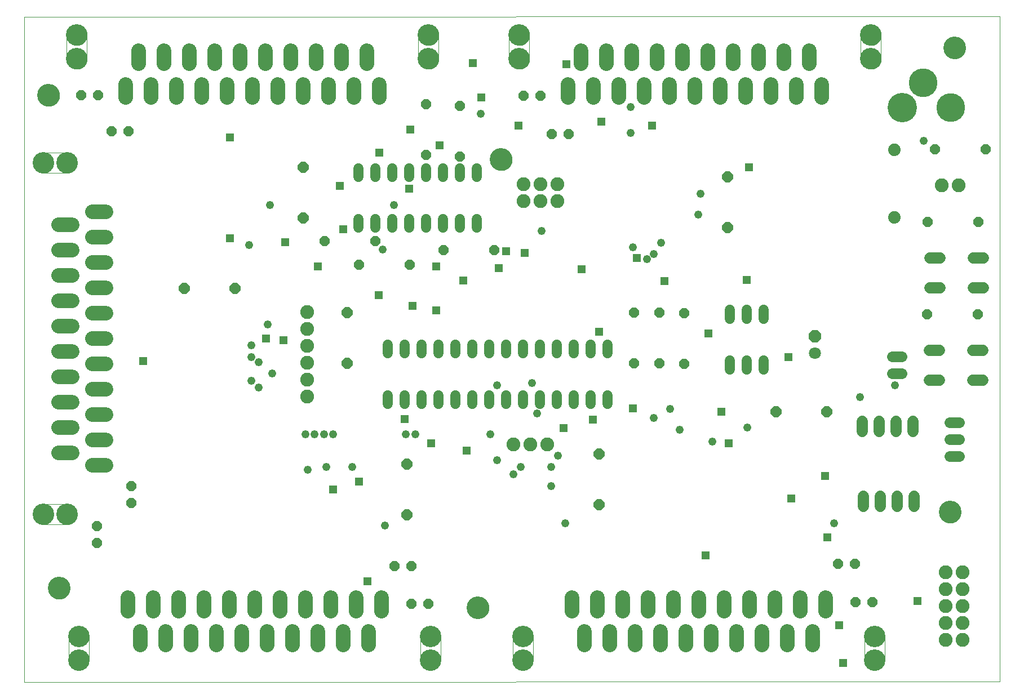
<source format=gbs>
G75*
%MOIN*%
%OFA0B0*%
%FSLAX25Y25*%
%IPPOS*%
%LPD*%
%AMOC8*
5,1,8,0,0,1.08239X$1,22.5*
%
%ADD10C,0.00000*%
%ADD11C,0.13398*%
%ADD12OC8,0.07100*%
%ADD13C,0.07100*%
%ADD14OC8,0.06400*%
%ADD15C,0.08200*%
%ADD16C,0.07400*%
%ADD17C,0.06800*%
%ADD18C,0.06000*%
%ADD19C,0.17398*%
%ADD20C,0.17000*%
%ADD21C,0.06400*%
%ADD22OC8,0.06000*%
%ADD23C,0.00009*%
%ADD24C,0.08600*%
%ADD25C,0.12700*%
%ADD26C,0.04800*%
%ADD27R,0.04800X0.04800*%
D10*
X0020587Y0018619D02*
X0020587Y0412320D01*
X0597438Y0412713D01*
X0597438Y0019013D01*
X0020587Y0018619D01*
X0046740Y0031800D02*
X0046742Y0031954D01*
X0046748Y0032108D01*
X0046758Y0032261D01*
X0046772Y0032414D01*
X0046790Y0032567D01*
X0046811Y0032719D01*
X0046837Y0032871D01*
X0046867Y0033022D01*
X0046900Y0033172D01*
X0046938Y0033321D01*
X0046979Y0033470D01*
X0047024Y0033617D01*
X0047073Y0033763D01*
X0047126Y0033907D01*
X0047182Y0034050D01*
X0047242Y0034192D01*
X0047306Y0034332D01*
X0047373Y0034470D01*
X0047444Y0034607D01*
X0047518Y0034742D01*
X0047596Y0034874D01*
X0047677Y0035005D01*
X0047762Y0035134D01*
X0047849Y0035260D01*
X0047940Y0035384D01*
X0048035Y0035505D01*
X0048132Y0035625D01*
X0048232Y0035741D01*
X0048336Y0035855D01*
X0048442Y0035966D01*
X0048551Y0036075D01*
X0048663Y0036180D01*
X0048778Y0036283D01*
X0048895Y0036383D01*
X0049015Y0036479D01*
X0049137Y0036573D01*
X0049261Y0036663D01*
X0049388Y0036750D01*
X0049517Y0036834D01*
X0049649Y0036914D01*
X0049782Y0036991D01*
X0049917Y0037064D01*
X0050054Y0037134D01*
X0050193Y0037201D01*
X0050333Y0037263D01*
X0050475Y0037322D01*
X0050619Y0037378D01*
X0050764Y0037430D01*
X0050910Y0037477D01*
X0051057Y0037522D01*
X0051206Y0037562D01*
X0051355Y0037598D01*
X0051506Y0037631D01*
X0051657Y0037660D01*
X0051809Y0037684D01*
X0051961Y0037705D01*
X0052114Y0037722D01*
X0052267Y0037735D01*
X0052421Y0037744D01*
X0052575Y0037749D01*
X0052728Y0037750D01*
X0052882Y0037747D01*
X0053036Y0037740D01*
X0053189Y0037729D01*
X0053343Y0037714D01*
X0053495Y0037695D01*
X0053647Y0037672D01*
X0053799Y0037646D01*
X0053950Y0037615D01*
X0054100Y0037581D01*
X0054249Y0037542D01*
X0054396Y0037500D01*
X0054543Y0037454D01*
X0054689Y0037404D01*
X0054833Y0037351D01*
X0054976Y0037293D01*
X0055117Y0037232D01*
X0055257Y0037168D01*
X0055395Y0037100D01*
X0055531Y0037028D01*
X0055665Y0036953D01*
X0055797Y0036874D01*
X0055927Y0036792D01*
X0056055Y0036707D01*
X0056181Y0036618D01*
X0056304Y0036526D01*
X0056425Y0036431D01*
X0056544Y0036333D01*
X0056660Y0036232D01*
X0056773Y0036128D01*
X0056884Y0036021D01*
X0056991Y0035911D01*
X0057096Y0035798D01*
X0057198Y0035683D01*
X0057297Y0035565D01*
X0057393Y0035445D01*
X0057486Y0035322D01*
X0057575Y0035197D01*
X0057661Y0035070D01*
X0057744Y0034940D01*
X0057824Y0034808D01*
X0057900Y0034675D01*
X0057972Y0034539D01*
X0058041Y0034401D01*
X0058107Y0034262D01*
X0058169Y0034121D01*
X0058227Y0033979D01*
X0058281Y0033835D01*
X0058332Y0033690D01*
X0058379Y0033543D01*
X0058422Y0033396D01*
X0058461Y0033247D01*
X0058497Y0033097D01*
X0058528Y0032947D01*
X0058556Y0032795D01*
X0058580Y0032643D01*
X0058600Y0032491D01*
X0058616Y0032338D01*
X0058628Y0032184D01*
X0058636Y0032031D01*
X0058640Y0031877D01*
X0058640Y0031723D01*
X0058636Y0031569D01*
X0058628Y0031416D01*
X0058616Y0031262D01*
X0058600Y0031109D01*
X0058580Y0030957D01*
X0058556Y0030805D01*
X0058528Y0030653D01*
X0058497Y0030503D01*
X0058461Y0030353D01*
X0058422Y0030204D01*
X0058379Y0030057D01*
X0058332Y0029910D01*
X0058281Y0029765D01*
X0058227Y0029621D01*
X0058169Y0029479D01*
X0058107Y0029338D01*
X0058041Y0029199D01*
X0057972Y0029061D01*
X0057900Y0028925D01*
X0057824Y0028792D01*
X0057744Y0028660D01*
X0057661Y0028530D01*
X0057575Y0028403D01*
X0057486Y0028278D01*
X0057393Y0028155D01*
X0057297Y0028035D01*
X0057198Y0027917D01*
X0057096Y0027802D01*
X0056991Y0027689D01*
X0056884Y0027579D01*
X0056773Y0027472D01*
X0056660Y0027368D01*
X0056544Y0027267D01*
X0056425Y0027169D01*
X0056304Y0027074D01*
X0056181Y0026982D01*
X0056055Y0026893D01*
X0055927Y0026808D01*
X0055797Y0026726D01*
X0055665Y0026647D01*
X0055531Y0026572D01*
X0055395Y0026500D01*
X0055257Y0026432D01*
X0055117Y0026368D01*
X0054976Y0026307D01*
X0054833Y0026249D01*
X0054689Y0026196D01*
X0054543Y0026146D01*
X0054396Y0026100D01*
X0054249Y0026058D01*
X0054100Y0026019D01*
X0053950Y0025985D01*
X0053799Y0025954D01*
X0053647Y0025928D01*
X0053495Y0025905D01*
X0053343Y0025886D01*
X0053189Y0025871D01*
X0053036Y0025860D01*
X0052882Y0025853D01*
X0052728Y0025850D01*
X0052575Y0025851D01*
X0052421Y0025856D01*
X0052267Y0025865D01*
X0052114Y0025878D01*
X0051961Y0025895D01*
X0051809Y0025916D01*
X0051657Y0025940D01*
X0051506Y0025969D01*
X0051355Y0026002D01*
X0051206Y0026038D01*
X0051057Y0026078D01*
X0050910Y0026123D01*
X0050764Y0026170D01*
X0050619Y0026222D01*
X0050475Y0026278D01*
X0050333Y0026337D01*
X0050193Y0026399D01*
X0050054Y0026466D01*
X0049917Y0026536D01*
X0049782Y0026609D01*
X0049649Y0026686D01*
X0049517Y0026766D01*
X0049388Y0026850D01*
X0049261Y0026937D01*
X0049137Y0027027D01*
X0049015Y0027121D01*
X0048895Y0027217D01*
X0048778Y0027317D01*
X0048663Y0027420D01*
X0048551Y0027525D01*
X0048442Y0027634D01*
X0048336Y0027745D01*
X0048232Y0027859D01*
X0048132Y0027975D01*
X0048035Y0028095D01*
X0047940Y0028216D01*
X0047849Y0028340D01*
X0047762Y0028466D01*
X0047677Y0028595D01*
X0047596Y0028726D01*
X0047518Y0028858D01*
X0047444Y0028993D01*
X0047373Y0029130D01*
X0047306Y0029268D01*
X0047242Y0029408D01*
X0047182Y0029550D01*
X0047126Y0029693D01*
X0047073Y0029837D01*
X0047024Y0029983D01*
X0046979Y0030130D01*
X0046938Y0030279D01*
X0046900Y0030428D01*
X0046867Y0030578D01*
X0046837Y0030729D01*
X0046811Y0030881D01*
X0046790Y0031033D01*
X0046772Y0031186D01*
X0046758Y0031339D01*
X0046748Y0031492D01*
X0046742Y0031646D01*
X0046740Y0031800D01*
X0046690Y0031800D02*
X0046692Y0031647D01*
X0046698Y0031494D01*
X0046708Y0031341D01*
X0046721Y0031188D01*
X0046739Y0031036D01*
X0046760Y0030884D01*
X0046786Y0030733D01*
X0046815Y0030583D01*
X0046848Y0030433D01*
X0046885Y0030284D01*
X0046925Y0030136D01*
X0046970Y0029990D01*
X0047018Y0029844D01*
X0047070Y0029700D01*
X0047125Y0029557D01*
X0047184Y0029416D01*
X0047247Y0029276D01*
X0047313Y0029138D01*
X0047383Y0029001D01*
X0047456Y0028867D01*
X0047533Y0028734D01*
X0047613Y0028603D01*
X0047696Y0028475D01*
X0047782Y0028348D01*
X0047872Y0028224D01*
X0047965Y0028102D01*
X0048061Y0027983D01*
X0048160Y0027866D01*
X0048262Y0027751D01*
X0048367Y0027639D01*
X0048475Y0027530D01*
X0048585Y0027424D01*
X0048698Y0027321D01*
X0048814Y0027220D01*
X0048932Y0027123D01*
X0049053Y0027028D01*
X0049176Y0026937D01*
X0049301Y0026849D01*
X0049429Y0026764D01*
X0049558Y0026682D01*
X0049690Y0026604D01*
X0049824Y0026529D01*
X0049959Y0026457D01*
X0050097Y0026389D01*
X0050236Y0026325D01*
X0050376Y0026264D01*
X0050518Y0026207D01*
X0050662Y0026153D01*
X0050807Y0026103D01*
X0050953Y0026057D01*
X0051100Y0026014D01*
X0051248Y0025976D01*
X0051398Y0025941D01*
X0051548Y0025910D01*
X0051698Y0025882D01*
X0051850Y0025859D01*
X0052002Y0025840D01*
X0052154Y0025824D01*
X0052307Y0025812D01*
X0052460Y0025804D01*
X0052613Y0025800D01*
X0052767Y0025800D01*
X0052920Y0025804D01*
X0053073Y0025812D01*
X0053226Y0025824D01*
X0053378Y0025840D01*
X0053530Y0025859D01*
X0053682Y0025882D01*
X0053832Y0025910D01*
X0053982Y0025941D01*
X0054132Y0025976D01*
X0054280Y0026014D01*
X0054427Y0026057D01*
X0054573Y0026103D01*
X0054718Y0026153D01*
X0054862Y0026207D01*
X0055004Y0026264D01*
X0055144Y0026325D01*
X0055283Y0026389D01*
X0055421Y0026457D01*
X0055556Y0026529D01*
X0055690Y0026604D01*
X0055822Y0026682D01*
X0055951Y0026764D01*
X0056079Y0026849D01*
X0056204Y0026937D01*
X0056327Y0027028D01*
X0056448Y0027123D01*
X0056566Y0027220D01*
X0056682Y0027321D01*
X0056795Y0027424D01*
X0056905Y0027530D01*
X0057013Y0027639D01*
X0057118Y0027751D01*
X0057220Y0027866D01*
X0057319Y0027983D01*
X0057415Y0028102D01*
X0057508Y0028224D01*
X0057598Y0028348D01*
X0057684Y0028475D01*
X0057767Y0028603D01*
X0057847Y0028734D01*
X0057924Y0028867D01*
X0057997Y0029001D01*
X0058067Y0029138D01*
X0058133Y0029276D01*
X0058196Y0029416D01*
X0058255Y0029557D01*
X0058310Y0029700D01*
X0058362Y0029844D01*
X0058410Y0029990D01*
X0058455Y0030136D01*
X0058495Y0030284D01*
X0058532Y0030433D01*
X0058565Y0030583D01*
X0058594Y0030733D01*
X0058620Y0030884D01*
X0058641Y0031036D01*
X0058659Y0031188D01*
X0058672Y0031341D01*
X0058682Y0031494D01*
X0058688Y0031647D01*
X0058690Y0031800D01*
X0046740Y0045800D02*
X0046742Y0045954D01*
X0046748Y0046108D01*
X0046758Y0046261D01*
X0046772Y0046414D01*
X0046790Y0046567D01*
X0046811Y0046719D01*
X0046837Y0046871D01*
X0046867Y0047022D01*
X0046900Y0047172D01*
X0046938Y0047321D01*
X0046979Y0047470D01*
X0047024Y0047617D01*
X0047073Y0047763D01*
X0047126Y0047907D01*
X0047182Y0048050D01*
X0047242Y0048192D01*
X0047306Y0048332D01*
X0047373Y0048470D01*
X0047444Y0048607D01*
X0047518Y0048742D01*
X0047596Y0048874D01*
X0047677Y0049005D01*
X0047762Y0049134D01*
X0047849Y0049260D01*
X0047940Y0049384D01*
X0048035Y0049505D01*
X0048132Y0049625D01*
X0048232Y0049741D01*
X0048336Y0049855D01*
X0048442Y0049966D01*
X0048551Y0050075D01*
X0048663Y0050180D01*
X0048778Y0050283D01*
X0048895Y0050383D01*
X0049015Y0050479D01*
X0049137Y0050573D01*
X0049261Y0050663D01*
X0049388Y0050750D01*
X0049517Y0050834D01*
X0049649Y0050914D01*
X0049782Y0050991D01*
X0049917Y0051064D01*
X0050054Y0051134D01*
X0050193Y0051201D01*
X0050333Y0051263D01*
X0050475Y0051322D01*
X0050619Y0051378D01*
X0050764Y0051430D01*
X0050910Y0051477D01*
X0051057Y0051522D01*
X0051206Y0051562D01*
X0051355Y0051598D01*
X0051506Y0051631D01*
X0051657Y0051660D01*
X0051809Y0051684D01*
X0051961Y0051705D01*
X0052114Y0051722D01*
X0052267Y0051735D01*
X0052421Y0051744D01*
X0052575Y0051749D01*
X0052728Y0051750D01*
X0052882Y0051747D01*
X0053036Y0051740D01*
X0053189Y0051729D01*
X0053343Y0051714D01*
X0053495Y0051695D01*
X0053647Y0051672D01*
X0053799Y0051646D01*
X0053950Y0051615D01*
X0054100Y0051581D01*
X0054249Y0051542D01*
X0054396Y0051500D01*
X0054543Y0051454D01*
X0054689Y0051404D01*
X0054833Y0051351D01*
X0054976Y0051293D01*
X0055117Y0051232D01*
X0055257Y0051168D01*
X0055395Y0051100D01*
X0055531Y0051028D01*
X0055665Y0050953D01*
X0055797Y0050874D01*
X0055927Y0050792D01*
X0056055Y0050707D01*
X0056181Y0050618D01*
X0056304Y0050526D01*
X0056425Y0050431D01*
X0056544Y0050333D01*
X0056660Y0050232D01*
X0056773Y0050128D01*
X0056884Y0050021D01*
X0056991Y0049911D01*
X0057096Y0049798D01*
X0057198Y0049683D01*
X0057297Y0049565D01*
X0057393Y0049445D01*
X0057486Y0049322D01*
X0057575Y0049197D01*
X0057661Y0049070D01*
X0057744Y0048940D01*
X0057824Y0048808D01*
X0057900Y0048675D01*
X0057972Y0048539D01*
X0058041Y0048401D01*
X0058107Y0048262D01*
X0058169Y0048121D01*
X0058227Y0047979D01*
X0058281Y0047835D01*
X0058332Y0047690D01*
X0058379Y0047543D01*
X0058422Y0047396D01*
X0058461Y0047247D01*
X0058497Y0047097D01*
X0058528Y0046947D01*
X0058556Y0046795D01*
X0058580Y0046643D01*
X0058600Y0046491D01*
X0058616Y0046338D01*
X0058628Y0046184D01*
X0058636Y0046031D01*
X0058640Y0045877D01*
X0058640Y0045723D01*
X0058636Y0045569D01*
X0058628Y0045416D01*
X0058616Y0045262D01*
X0058600Y0045109D01*
X0058580Y0044957D01*
X0058556Y0044805D01*
X0058528Y0044653D01*
X0058497Y0044503D01*
X0058461Y0044353D01*
X0058422Y0044204D01*
X0058379Y0044057D01*
X0058332Y0043910D01*
X0058281Y0043765D01*
X0058227Y0043621D01*
X0058169Y0043479D01*
X0058107Y0043338D01*
X0058041Y0043199D01*
X0057972Y0043061D01*
X0057900Y0042925D01*
X0057824Y0042792D01*
X0057744Y0042660D01*
X0057661Y0042530D01*
X0057575Y0042403D01*
X0057486Y0042278D01*
X0057393Y0042155D01*
X0057297Y0042035D01*
X0057198Y0041917D01*
X0057096Y0041802D01*
X0056991Y0041689D01*
X0056884Y0041579D01*
X0056773Y0041472D01*
X0056660Y0041368D01*
X0056544Y0041267D01*
X0056425Y0041169D01*
X0056304Y0041074D01*
X0056181Y0040982D01*
X0056055Y0040893D01*
X0055927Y0040808D01*
X0055797Y0040726D01*
X0055665Y0040647D01*
X0055531Y0040572D01*
X0055395Y0040500D01*
X0055257Y0040432D01*
X0055117Y0040368D01*
X0054976Y0040307D01*
X0054833Y0040249D01*
X0054689Y0040196D01*
X0054543Y0040146D01*
X0054396Y0040100D01*
X0054249Y0040058D01*
X0054100Y0040019D01*
X0053950Y0039985D01*
X0053799Y0039954D01*
X0053647Y0039928D01*
X0053495Y0039905D01*
X0053343Y0039886D01*
X0053189Y0039871D01*
X0053036Y0039860D01*
X0052882Y0039853D01*
X0052728Y0039850D01*
X0052575Y0039851D01*
X0052421Y0039856D01*
X0052267Y0039865D01*
X0052114Y0039878D01*
X0051961Y0039895D01*
X0051809Y0039916D01*
X0051657Y0039940D01*
X0051506Y0039969D01*
X0051355Y0040002D01*
X0051206Y0040038D01*
X0051057Y0040078D01*
X0050910Y0040123D01*
X0050764Y0040170D01*
X0050619Y0040222D01*
X0050475Y0040278D01*
X0050333Y0040337D01*
X0050193Y0040399D01*
X0050054Y0040466D01*
X0049917Y0040536D01*
X0049782Y0040609D01*
X0049649Y0040686D01*
X0049517Y0040766D01*
X0049388Y0040850D01*
X0049261Y0040937D01*
X0049137Y0041027D01*
X0049015Y0041121D01*
X0048895Y0041217D01*
X0048778Y0041317D01*
X0048663Y0041420D01*
X0048551Y0041525D01*
X0048442Y0041634D01*
X0048336Y0041745D01*
X0048232Y0041859D01*
X0048132Y0041975D01*
X0048035Y0042095D01*
X0047940Y0042216D01*
X0047849Y0042340D01*
X0047762Y0042466D01*
X0047677Y0042595D01*
X0047596Y0042726D01*
X0047518Y0042858D01*
X0047444Y0042993D01*
X0047373Y0043130D01*
X0047306Y0043268D01*
X0047242Y0043408D01*
X0047182Y0043550D01*
X0047126Y0043693D01*
X0047073Y0043837D01*
X0047024Y0043983D01*
X0046979Y0044130D01*
X0046938Y0044279D01*
X0046900Y0044428D01*
X0046867Y0044578D01*
X0046837Y0044729D01*
X0046811Y0044881D01*
X0046790Y0045033D01*
X0046772Y0045186D01*
X0046758Y0045339D01*
X0046748Y0045492D01*
X0046742Y0045646D01*
X0046740Y0045800D01*
X0046690Y0045800D02*
X0046692Y0045953D01*
X0046698Y0046106D01*
X0046708Y0046259D01*
X0046721Y0046412D01*
X0046739Y0046564D01*
X0046760Y0046716D01*
X0046786Y0046867D01*
X0046815Y0047017D01*
X0046848Y0047167D01*
X0046885Y0047316D01*
X0046925Y0047464D01*
X0046970Y0047610D01*
X0047018Y0047756D01*
X0047070Y0047900D01*
X0047125Y0048043D01*
X0047184Y0048184D01*
X0047247Y0048324D01*
X0047313Y0048462D01*
X0047383Y0048599D01*
X0047456Y0048733D01*
X0047533Y0048866D01*
X0047613Y0048997D01*
X0047696Y0049125D01*
X0047782Y0049252D01*
X0047872Y0049376D01*
X0047965Y0049498D01*
X0048061Y0049617D01*
X0048160Y0049734D01*
X0048262Y0049849D01*
X0048367Y0049961D01*
X0048475Y0050070D01*
X0048585Y0050176D01*
X0048698Y0050279D01*
X0048814Y0050380D01*
X0048932Y0050477D01*
X0049053Y0050572D01*
X0049176Y0050663D01*
X0049301Y0050751D01*
X0049429Y0050836D01*
X0049558Y0050918D01*
X0049690Y0050996D01*
X0049824Y0051071D01*
X0049959Y0051143D01*
X0050097Y0051211D01*
X0050236Y0051275D01*
X0050376Y0051336D01*
X0050518Y0051393D01*
X0050662Y0051447D01*
X0050807Y0051497D01*
X0050953Y0051543D01*
X0051100Y0051586D01*
X0051248Y0051624D01*
X0051398Y0051659D01*
X0051548Y0051690D01*
X0051698Y0051718D01*
X0051850Y0051741D01*
X0052002Y0051760D01*
X0052154Y0051776D01*
X0052307Y0051788D01*
X0052460Y0051796D01*
X0052613Y0051800D01*
X0052767Y0051800D01*
X0052920Y0051796D01*
X0053073Y0051788D01*
X0053226Y0051776D01*
X0053378Y0051760D01*
X0053530Y0051741D01*
X0053682Y0051718D01*
X0053832Y0051690D01*
X0053982Y0051659D01*
X0054132Y0051624D01*
X0054280Y0051586D01*
X0054427Y0051543D01*
X0054573Y0051497D01*
X0054718Y0051447D01*
X0054862Y0051393D01*
X0055004Y0051336D01*
X0055144Y0051275D01*
X0055283Y0051211D01*
X0055421Y0051143D01*
X0055556Y0051071D01*
X0055690Y0050996D01*
X0055822Y0050918D01*
X0055951Y0050836D01*
X0056079Y0050751D01*
X0056204Y0050663D01*
X0056327Y0050572D01*
X0056448Y0050477D01*
X0056566Y0050380D01*
X0056682Y0050279D01*
X0056795Y0050176D01*
X0056905Y0050070D01*
X0057013Y0049961D01*
X0057118Y0049849D01*
X0057220Y0049734D01*
X0057319Y0049617D01*
X0057415Y0049498D01*
X0057508Y0049376D01*
X0057598Y0049252D01*
X0057684Y0049125D01*
X0057767Y0048997D01*
X0057847Y0048866D01*
X0057924Y0048733D01*
X0057997Y0048599D01*
X0058067Y0048462D01*
X0058133Y0048324D01*
X0058196Y0048184D01*
X0058255Y0048043D01*
X0058310Y0047900D01*
X0058362Y0047756D01*
X0058410Y0047610D01*
X0058455Y0047464D01*
X0058495Y0047316D01*
X0058532Y0047167D01*
X0058565Y0047017D01*
X0058594Y0046867D01*
X0058620Y0046716D01*
X0058641Y0046564D01*
X0058659Y0046412D01*
X0058672Y0046259D01*
X0058682Y0046106D01*
X0058688Y0045953D01*
X0058690Y0045800D01*
X0034800Y0074288D02*
X0034802Y0074446D01*
X0034808Y0074604D01*
X0034818Y0074762D01*
X0034832Y0074920D01*
X0034850Y0075077D01*
X0034871Y0075234D01*
X0034897Y0075390D01*
X0034927Y0075546D01*
X0034960Y0075701D01*
X0034998Y0075854D01*
X0035039Y0076007D01*
X0035084Y0076159D01*
X0035133Y0076310D01*
X0035186Y0076459D01*
X0035242Y0076607D01*
X0035302Y0076753D01*
X0035366Y0076898D01*
X0035434Y0077041D01*
X0035505Y0077183D01*
X0035579Y0077323D01*
X0035657Y0077460D01*
X0035739Y0077596D01*
X0035823Y0077730D01*
X0035912Y0077861D01*
X0036003Y0077990D01*
X0036098Y0078117D01*
X0036195Y0078242D01*
X0036296Y0078364D01*
X0036400Y0078483D01*
X0036507Y0078600D01*
X0036617Y0078714D01*
X0036730Y0078825D01*
X0036845Y0078934D01*
X0036963Y0079039D01*
X0037084Y0079141D01*
X0037207Y0079241D01*
X0037333Y0079337D01*
X0037461Y0079430D01*
X0037591Y0079520D01*
X0037724Y0079606D01*
X0037859Y0079690D01*
X0037995Y0079769D01*
X0038134Y0079846D01*
X0038275Y0079918D01*
X0038417Y0079988D01*
X0038561Y0080053D01*
X0038707Y0080115D01*
X0038854Y0080173D01*
X0039003Y0080228D01*
X0039153Y0080279D01*
X0039304Y0080326D01*
X0039456Y0080369D01*
X0039609Y0080408D01*
X0039764Y0080444D01*
X0039919Y0080475D01*
X0040075Y0080503D01*
X0040231Y0080527D01*
X0040388Y0080547D01*
X0040546Y0080563D01*
X0040703Y0080575D01*
X0040862Y0080583D01*
X0041020Y0080587D01*
X0041178Y0080587D01*
X0041336Y0080583D01*
X0041495Y0080575D01*
X0041652Y0080563D01*
X0041810Y0080547D01*
X0041967Y0080527D01*
X0042123Y0080503D01*
X0042279Y0080475D01*
X0042434Y0080444D01*
X0042589Y0080408D01*
X0042742Y0080369D01*
X0042894Y0080326D01*
X0043045Y0080279D01*
X0043195Y0080228D01*
X0043344Y0080173D01*
X0043491Y0080115D01*
X0043637Y0080053D01*
X0043781Y0079988D01*
X0043923Y0079918D01*
X0044064Y0079846D01*
X0044203Y0079769D01*
X0044339Y0079690D01*
X0044474Y0079606D01*
X0044607Y0079520D01*
X0044737Y0079430D01*
X0044865Y0079337D01*
X0044991Y0079241D01*
X0045114Y0079141D01*
X0045235Y0079039D01*
X0045353Y0078934D01*
X0045468Y0078825D01*
X0045581Y0078714D01*
X0045691Y0078600D01*
X0045798Y0078483D01*
X0045902Y0078364D01*
X0046003Y0078242D01*
X0046100Y0078117D01*
X0046195Y0077990D01*
X0046286Y0077861D01*
X0046375Y0077730D01*
X0046459Y0077596D01*
X0046541Y0077460D01*
X0046619Y0077323D01*
X0046693Y0077183D01*
X0046764Y0077041D01*
X0046832Y0076898D01*
X0046896Y0076753D01*
X0046956Y0076607D01*
X0047012Y0076459D01*
X0047065Y0076310D01*
X0047114Y0076159D01*
X0047159Y0076007D01*
X0047200Y0075854D01*
X0047238Y0075701D01*
X0047271Y0075546D01*
X0047301Y0075390D01*
X0047327Y0075234D01*
X0047348Y0075077D01*
X0047366Y0074920D01*
X0047380Y0074762D01*
X0047390Y0074604D01*
X0047396Y0074446D01*
X0047398Y0074288D01*
X0047396Y0074130D01*
X0047390Y0073972D01*
X0047380Y0073814D01*
X0047366Y0073656D01*
X0047348Y0073499D01*
X0047327Y0073342D01*
X0047301Y0073186D01*
X0047271Y0073030D01*
X0047238Y0072875D01*
X0047200Y0072722D01*
X0047159Y0072569D01*
X0047114Y0072417D01*
X0047065Y0072266D01*
X0047012Y0072117D01*
X0046956Y0071969D01*
X0046896Y0071823D01*
X0046832Y0071678D01*
X0046764Y0071535D01*
X0046693Y0071393D01*
X0046619Y0071253D01*
X0046541Y0071116D01*
X0046459Y0070980D01*
X0046375Y0070846D01*
X0046286Y0070715D01*
X0046195Y0070586D01*
X0046100Y0070459D01*
X0046003Y0070334D01*
X0045902Y0070212D01*
X0045798Y0070093D01*
X0045691Y0069976D01*
X0045581Y0069862D01*
X0045468Y0069751D01*
X0045353Y0069642D01*
X0045235Y0069537D01*
X0045114Y0069435D01*
X0044991Y0069335D01*
X0044865Y0069239D01*
X0044737Y0069146D01*
X0044607Y0069056D01*
X0044474Y0068970D01*
X0044339Y0068886D01*
X0044203Y0068807D01*
X0044064Y0068730D01*
X0043923Y0068658D01*
X0043781Y0068588D01*
X0043637Y0068523D01*
X0043491Y0068461D01*
X0043344Y0068403D01*
X0043195Y0068348D01*
X0043045Y0068297D01*
X0042894Y0068250D01*
X0042742Y0068207D01*
X0042589Y0068168D01*
X0042434Y0068132D01*
X0042279Y0068101D01*
X0042123Y0068073D01*
X0041967Y0068049D01*
X0041810Y0068029D01*
X0041652Y0068013D01*
X0041495Y0068001D01*
X0041336Y0067993D01*
X0041178Y0067989D01*
X0041020Y0067989D01*
X0040862Y0067993D01*
X0040703Y0068001D01*
X0040546Y0068013D01*
X0040388Y0068029D01*
X0040231Y0068049D01*
X0040075Y0068073D01*
X0039919Y0068101D01*
X0039764Y0068132D01*
X0039609Y0068168D01*
X0039456Y0068207D01*
X0039304Y0068250D01*
X0039153Y0068297D01*
X0039003Y0068348D01*
X0038854Y0068403D01*
X0038707Y0068461D01*
X0038561Y0068523D01*
X0038417Y0068588D01*
X0038275Y0068658D01*
X0038134Y0068730D01*
X0037995Y0068807D01*
X0037859Y0068886D01*
X0037724Y0068970D01*
X0037591Y0069056D01*
X0037461Y0069146D01*
X0037333Y0069239D01*
X0037207Y0069335D01*
X0037084Y0069435D01*
X0036963Y0069537D01*
X0036845Y0069642D01*
X0036730Y0069751D01*
X0036617Y0069862D01*
X0036507Y0069976D01*
X0036400Y0070093D01*
X0036296Y0070212D01*
X0036195Y0070334D01*
X0036098Y0070459D01*
X0036003Y0070586D01*
X0035912Y0070715D01*
X0035823Y0070846D01*
X0035739Y0070980D01*
X0035657Y0071116D01*
X0035579Y0071253D01*
X0035505Y0071393D01*
X0035434Y0071535D01*
X0035366Y0071678D01*
X0035302Y0071823D01*
X0035242Y0071969D01*
X0035186Y0072117D01*
X0035133Y0072266D01*
X0035084Y0072417D01*
X0035039Y0072569D01*
X0034998Y0072722D01*
X0034960Y0072875D01*
X0034927Y0073030D01*
X0034897Y0073186D01*
X0034871Y0073342D01*
X0034850Y0073499D01*
X0034832Y0073656D01*
X0034818Y0073814D01*
X0034808Y0073972D01*
X0034802Y0074130D01*
X0034800Y0074288D01*
X0025850Y0118083D02*
X0025852Y0118237D01*
X0025858Y0118391D01*
X0025868Y0118544D01*
X0025882Y0118697D01*
X0025900Y0118850D01*
X0025921Y0119002D01*
X0025947Y0119154D01*
X0025977Y0119305D01*
X0026010Y0119455D01*
X0026048Y0119604D01*
X0026089Y0119753D01*
X0026134Y0119900D01*
X0026183Y0120046D01*
X0026236Y0120190D01*
X0026292Y0120333D01*
X0026352Y0120475D01*
X0026416Y0120615D01*
X0026483Y0120753D01*
X0026554Y0120890D01*
X0026628Y0121025D01*
X0026706Y0121157D01*
X0026787Y0121288D01*
X0026872Y0121417D01*
X0026959Y0121543D01*
X0027050Y0121667D01*
X0027145Y0121788D01*
X0027242Y0121908D01*
X0027342Y0122024D01*
X0027446Y0122138D01*
X0027552Y0122249D01*
X0027661Y0122358D01*
X0027773Y0122463D01*
X0027888Y0122566D01*
X0028005Y0122666D01*
X0028125Y0122762D01*
X0028247Y0122856D01*
X0028371Y0122946D01*
X0028498Y0123033D01*
X0028627Y0123117D01*
X0028759Y0123197D01*
X0028892Y0123274D01*
X0029027Y0123347D01*
X0029164Y0123417D01*
X0029303Y0123484D01*
X0029443Y0123546D01*
X0029585Y0123605D01*
X0029729Y0123661D01*
X0029874Y0123713D01*
X0030020Y0123760D01*
X0030167Y0123805D01*
X0030316Y0123845D01*
X0030465Y0123881D01*
X0030616Y0123914D01*
X0030767Y0123943D01*
X0030919Y0123967D01*
X0031071Y0123988D01*
X0031224Y0124005D01*
X0031377Y0124018D01*
X0031531Y0124027D01*
X0031685Y0124032D01*
X0031838Y0124033D01*
X0031992Y0124030D01*
X0032146Y0124023D01*
X0032299Y0124012D01*
X0032453Y0123997D01*
X0032605Y0123978D01*
X0032757Y0123955D01*
X0032909Y0123929D01*
X0033060Y0123898D01*
X0033210Y0123864D01*
X0033359Y0123825D01*
X0033506Y0123783D01*
X0033653Y0123737D01*
X0033799Y0123687D01*
X0033943Y0123634D01*
X0034086Y0123576D01*
X0034227Y0123515D01*
X0034367Y0123451D01*
X0034505Y0123383D01*
X0034641Y0123311D01*
X0034775Y0123236D01*
X0034907Y0123157D01*
X0035037Y0123075D01*
X0035165Y0122990D01*
X0035291Y0122901D01*
X0035414Y0122809D01*
X0035535Y0122714D01*
X0035654Y0122616D01*
X0035770Y0122515D01*
X0035883Y0122411D01*
X0035994Y0122304D01*
X0036101Y0122194D01*
X0036206Y0122081D01*
X0036308Y0121966D01*
X0036407Y0121848D01*
X0036503Y0121728D01*
X0036596Y0121605D01*
X0036685Y0121480D01*
X0036771Y0121353D01*
X0036854Y0121223D01*
X0036934Y0121091D01*
X0037010Y0120958D01*
X0037082Y0120822D01*
X0037151Y0120684D01*
X0037217Y0120545D01*
X0037279Y0120404D01*
X0037337Y0120262D01*
X0037391Y0120118D01*
X0037442Y0119973D01*
X0037489Y0119826D01*
X0037532Y0119679D01*
X0037571Y0119530D01*
X0037607Y0119380D01*
X0037638Y0119230D01*
X0037666Y0119078D01*
X0037690Y0118926D01*
X0037710Y0118774D01*
X0037726Y0118621D01*
X0037738Y0118467D01*
X0037746Y0118314D01*
X0037750Y0118160D01*
X0037750Y0118006D01*
X0037746Y0117852D01*
X0037738Y0117699D01*
X0037726Y0117545D01*
X0037710Y0117392D01*
X0037690Y0117240D01*
X0037666Y0117088D01*
X0037638Y0116936D01*
X0037607Y0116786D01*
X0037571Y0116636D01*
X0037532Y0116487D01*
X0037489Y0116340D01*
X0037442Y0116193D01*
X0037391Y0116048D01*
X0037337Y0115904D01*
X0037279Y0115762D01*
X0037217Y0115621D01*
X0037151Y0115482D01*
X0037082Y0115344D01*
X0037010Y0115208D01*
X0036934Y0115075D01*
X0036854Y0114943D01*
X0036771Y0114813D01*
X0036685Y0114686D01*
X0036596Y0114561D01*
X0036503Y0114438D01*
X0036407Y0114318D01*
X0036308Y0114200D01*
X0036206Y0114085D01*
X0036101Y0113972D01*
X0035994Y0113862D01*
X0035883Y0113755D01*
X0035770Y0113651D01*
X0035654Y0113550D01*
X0035535Y0113452D01*
X0035414Y0113357D01*
X0035291Y0113265D01*
X0035165Y0113176D01*
X0035037Y0113091D01*
X0034907Y0113009D01*
X0034775Y0112930D01*
X0034641Y0112855D01*
X0034505Y0112783D01*
X0034367Y0112715D01*
X0034227Y0112651D01*
X0034086Y0112590D01*
X0033943Y0112532D01*
X0033799Y0112479D01*
X0033653Y0112429D01*
X0033506Y0112383D01*
X0033359Y0112341D01*
X0033210Y0112302D01*
X0033060Y0112268D01*
X0032909Y0112237D01*
X0032757Y0112211D01*
X0032605Y0112188D01*
X0032453Y0112169D01*
X0032299Y0112154D01*
X0032146Y0112143D01*
X0031992Y0112136D01*
X0031838Y0112133D01*
X0031685Y0112134D01*
X0031531Y0112139D01*
X0031377Y0112148D01*
X0031224Y0112161D01*
X0031071Y0112178D01*
X0030919Y0112199D01*
X0030767Y0112223D01*
X0030616Y0112252D01*
X0030465Y0112285D01*
X0030316Y0112321D01*
X0030167Y0112361D01*
X0030020Y0112406D01*
X0029874Y0112453D01*
X0029729Y0112505D01*
X0029585Y0112561D01*
X0029443Y0112620D01*
X0029303Y0112682D01*
X0029164Y0112749D01*
X0029027Y0112819D01*
X0028892Y0112892D01*
X0028759Y0112969D01*
X0028627Y0113049D01*
X0028498Y0113133D01*
X0028371Y0113220D01*
X0028247Y0113310D01*
X0028125Y0113404D01*
X0028005Y0113500D01*
X0027888Y0113600D01*
X0027773Y0113703D01*
X0027661Y0113808D01*
X0027552Y0113917D01*
X0027446Y0114028D01*
X0027342Y0114142D01*
X0027242Y0114258D01*
X0027145Y0114378D01*
X0027050Y0114499D01*
X0026959Y0114623D01*
X0026872Y0114749D01*
X0026787Y0114878D01*
X0026706Y0115009D01*
X0026628Y0115141D01*
X0026554Y0115276D01*
X0026483Y0115413D01*
X0026416Y0115551D01*
X0026352Y0115691D01*
X0026292Y0115833D01*
X0026236Y0115976D01*
X0026183Y0116120D01*
X0026134Y0116266D01*
X0026089Y0116413D01*
X0026048Y0116562D01*
X0026010Y0116711D01*
X0025977Y0116861D01*
X0025947Y0117012D01*
X0025921Y0117164D01*
X0025900Y0117316D01*
X0025882Y0117469D01*
X0025868Y0117622D01*
X0025858Y0117775D01*
X0025852Y0117929D01*
X0025850Y0118083D01*
X0031800Y0124083D02*
X0031647Y0124081D01*
X0031494Y0124075D01*
X0031341Y0124065D01*
X0031188Y0124052D01*
X0031036Y0124034D01*
X0030884Y0124013D01*
X0030733Y0123987D01*
X0030583Y0123958D01*
X0030433Y0123925D01*
X0030284Y0123888D01*
X0030136Y0123848D01*
X0029990Y0123803D01*
X0029844Y0123755D01*
X0029700Y0123703D01*
X0029557Y0123648D01*
X0029416Y0123589D01*
X0029276Y0123526D01*
X0029138Y0123460D01*
X0029001Y0123390D01*
X0028867Y0123317D01*
X0028734Y0123240D01*
X0028603Y0123160D01*
X0028475Y0123077D01*
X0028348Y0122991D01*
X0028224Y0122901D01*
X0028102Y0122808D01*
X0027983Y0122712D01*
X0027866Y0122613D01*
X0027751Y0122511D01*
X0027639Y0122406D01*
X0027530Y0122298D01*
X0027424Y0122188D01*
X0027321Y0122075D01*
X0027220Y0121959D01*
X0027123Y0121841D01*
X0027028Y0121720D01*
X0026937Y0121597D01*
X0026849Y0121472D01*
X0026764Y0121344D01*
X0026682Y0121215D01*
X0026604Y0121083D01*
X0026529Y0120949D01*
X0026457Y0120814D01*
X0026389Y0120676D01*
X0026325Y0120537D01*
X0026264Y0120397D01*
X0026207Y0120255D01*
X0026153Y0120111D01*
X0026103Y0119966D01*
X0026057Y0119820D01*
X0026014Y0119673D01*
X0025976Y0119525D01*
X0025941Y0119375D01*
X0025910Y0119225D01*
X0025882Y0119075D01*
X0025859Y0118923D01*
X0025840Y0118771D01*
X0025824Y0118619D01*
X0025812Y0118466D01*
X0025804Y0118313D01*
X0025800Y0118160D01*
X0025800Y0118006D01*
X0025804Y0117853D01*
X0025812Y0117700D01*
X0025824Y0117547D01*
X0025840Y0117395D01*
X0025859Y0117243D01*
X0025882Y0117091D01*
X0025910Y0116941D01*
X0025941Y0116791D01*
X0025976Y0116641D01*
X0026014Y0116493D01*
X0026057Y0116346D01*
X0026103Y0116200D01*
X0026153Y0116055D01*
X0026207Y0115911D01*
X0026264Y0115769D01*
X0026325Y0115629D01*
X0026389Y0115490D01*
X0026457Y0115352D01*
X0026529Y0115217D01*
X0026604Y0115083D01*
X0026682Y0114951D01*
X0026764Y0114822D01*
X0026849Y0114694D01*
X0026937Y0114569D01*
X0027028Y0114446D01*
X0027123Y0114325D01*
X0027220Y0114207D01*
X0027321Y0114091D01*
X0027424Y0113978D01*
X0027530Y0113868D01*
X0027639Y0113760D01*
X0027751Y0113655D01*
X0027866Y0113553D01*
X0027983Y0113454D01*
X0028102Y0113358D01*
X0028224Y0113265D01*
X0028348Y0113175D01*
X0028475Y0113089D01*
X0028603Y0113006D01*
X0028734Y0112926D01*
X0028867Y0112849D01*
X0029001Y0112776D01*
X0029138Y0112706D01*
X0029276Y0112640D01*
X0029416Y0112577D01*
X0029557Y0112518D01*
X0029700Y0112463D01*
X0029844Y0112411D01*
X0029990Y0112363D01*
X0030136Y0112318D01*
X0030284Y0112278D01*
X0030433Y0112241D01*
X0030583Y0112208D01*
X0030733Y0112179D01*
X0030884Y0112153D01*
X0031036Y0112132D01*
X0031188Y0112114D01*
X0031341Y0112101D01*
X0031494Y0112091D01*
X0031647Y0112085D01*
X0031800Y0112083D01*
X0039850Y0118083D02*
X0039852Y0118237D01*
X0039858Y0118391D01*
X0039868Y0118544D01*
X0039882Y0118697D01*
X0039900Y0118850D01*
X0039921Y0119002D01*
X0039947Y0119154D01*
X0039977Y0119305D01*
X0040010Y0119455D01*
X0040048Y0119604D01*
X0040089Y0119753D01*
X0040134Y0119900D01*
X0040183Y0120046D01*
X0040236Y0120190D01*
X0040292Y0120333D01*
X0040352Y0120475D01*
X0040416Y0120615D01*
X0040483Y0120753D01*
X0040554Y0120890D01*
X0040628Y0121025D01*
X0040706Y0121157D01*
X0040787Y0121288D01*
X0040872Y0121417D01*
X0040959Y0121543D01*
X0041050Y0121667D01*
X0041145Y0121788D01*
X0041242Y0121908D01*
X0041342Y0122024D01*
X0041446Y0122138D01*
X0041552Y0122249D01*
X0041661Y0122358D01*
X0041773Y0122463D01*
X0041888Y0122566D01*
X0042005Y0122666D01*
X0042125Y0122762D01*
X0042247Y0122856D01*
X0042371Y0122946D01*
X0042498Y0123033D01*
X0042627Y0123117D01*
X0042759Y0123197D01*
X0042892Y0123274D01*
X0043027Y0123347D01*
X0043164Y0123417D01*
X0043303Y0123484D01*
X0043443Y0123546D01*
X0043585Y0123605D01*
X0043729Y0123661D01*
X0043874Y0123713D01*
X0044020Y0123760D01*
X0044167Y0123805D01*
X0044316Y0123845D01*
X0044465Y0123881D01*
X0044616Y0123914D01*
X0044767Y0123943D01*
X0044919Y0123967D01*
X0045071Y0123988D01*
X0045224Y0124005D01*
X0045377Y0124018D01*
X0045531Y0124027D01*
X0045685Y0124032D01*
X0045838Y0124033D01*
X0045992Y0124030D01*
X0046146Y0124023D01*
X0046299Y0124012D01*
X0046453Y0123997D01*
X0046605Y0123978D01*
X0046757Y0123955D01*
X0046909Y0123929D01*
X0047060Y0123898D01*
X0047210Y0123864D01*
X0047359Y0123825D01*
X0047506Y0123783D01*
X0047653Y0123737D01*
X0047799Y0123687D01*
X0047943Y0123634D01*
X0048086Y0123576D01*
X0048227Y0123515D01*
X0048367Y0123451D01*
X0048505Y0123383D01*
X0048641Y0123311D01*
X0048775Y0123236D01*
X0048907Y0123157D01*
X0049037Y0123075D01*
X0049165Y0122990D01*
X0049291Y0122901D01*
X0049414Y0122809D01*
X0049535Y0122714D01*
X0049654Y0122616D01*
X0049770Y0122515D01*
X0049883Y0122411D01*
X0049994Y0122304D01*
X0050101Y0122194D01*
X0050206Y0122081D01*
X0050308Y0121966D01*
X0050407Y0121848D01*
X0050503Y0121728D01*
X0050596Y0121605D01*
X0050685Y0121480D01*
X0050771Y0121353D01*
X0050854Y0121223D01*
X0050934Y0121091D01*
X0051010Y0120958D01*
X0051082Y0120822D01*
X0051151Y0120684D01*
X0051217Y0120545D01*
X0051279Y0120404D01*
X0051337Y0120262D01*
X0051391Y0120118D01*
X0051442Y0119973D01*
X0051489Y0119826D01*
X0051532Y0119679D01*
X0051571Y0119530D01*
X0051607Y0119380D01*
X0051638Y0119230D01*
X0051666Y0119078D01*
X0051690Y0118926D01*
X0051710Y0118774D01*
X0051726Y0118621D01*
X0051738Y0118467D01*
X0051746Y0118314D01*
X0051750Y0118160D01*
X0051750Y0118006D01*
X0051746Y0117852D01*
X0051738Y0117699D01*
X0051726Y0117545D01*
X0051710Y0117392D01*
X0051690Y0117240D01*
X0051666Y0117088D01*
X0051638Y0116936D01*
X0051607Y0116786D01*
X0051571Y0116636D01*
X0051532Y0116487D01*
X0051489Y0116340D01*
X0051442Y0116193D01*
X0051391Y0116048D01*
X0051337Y0115904D01*
X0051279Y0115762D01*
X0051217Y0115621D01*
X0051151Y0115482D01*
X0051082Y0115344D01*
X0051010Y0115208D01*
X0050934Y0115075D01*
X0050854Y0114943D01*
X0050771Y0114813D01*
X0050685Y0114686D01*
X0050596Y0114561D01*
X0050503Y0114438D01*
X0050407Y0114318D01*
X0050308Y0114200D01*
X0050206Y0114085D01*
X0050101Y0113972D01*
X0049994Y0113862D01*
X0049883Y0113755D01*
X0049770Y0113651D01*
X0049654Y0113550D01*
X0049535Y0113452D01*
X0049414Y0113357D01*
X0049291Y0113265D01*
X0049165Y0113176D01*
X0049037Y0113091D01*
X0048907Y0113009D01*
X0048775Y0112930D01*
X0048641Y0112855D01*
X0048505Y0112783D01*
X0048367Y0112715D01*
X0048227Y0112651D01*
X0048086Y0112590D01*
X0047943Y0112532D01*
X0047799Y0112479D01*
X0047653Y0112429D01*
X0047506Y0112383D01*
X0047359Y0112341D01*
X0047210Y0112302D01*
X0047060Y0112268D01*
X0046909Y0112237D01*
X0046757Y0112211D01*
X0046605Y0112188D01*
X0046453Y0112169D01*
X0046299Y0112154D01*
X0046146Y0112143D01*
X0045992Y0112136D01*
X0045838Y0112133D01*
X0045685Y0112134D01*
X0045531Y0112139D01*
X0045377Y0112148D01*
X0045224Y0112161D01*
X0045071Y0112178D01*
X0044919Y0112199D01*
X0044767Y0112223D01*
X0044616Y0112252D01*
X0044465Y0112285D01*
X0044316Y0112321D01*
X0044167Y0112361D01*
X0044020Y0112406D01*
X0043874Y0112453D01*
X0043729Y0112505D01*
X0043585Y0112561D01*
X0043443Y0112620D01*
X0043303Y0112682D01*
X0043164Y0112749D01*
X0043027Y0112819D01*
X0042892Y0112892D01*
X0042759Y0112969D01*
X0042627Y0113049D01*
X0042498Y0113133D01*
X0042371Y0113220D01*
X0042247Y0113310D01*
X0042125Y0113404D01*
X0042005Y0113500D01*
X0041888Y0113600D01*
X0041773Y0113703D01*
X0041661Y0113808D01*
X0041552Y0113917D01*
X0041446Y0114028D01*
X0041342Y0114142D01*
X0041242Y0114258D01*
X0041145Y0114378D01*
X0041050Y0114499D01*
X0040959Y0114623D01*
X0040872Y0114749D01*
X0040787Y0114878D01*
X0040706Y0115009D01*
X0040628Y0115141D01*
X0040554Y0115276D01*
X0040483Y0115413D01*
X0040416Y0115551D01*
X0040352Y0115691D01*
X0040292Y0115833D01*
X0040236Y0115976D01*
X0040183Y0116120D01*
X0040134Y0116266D01*
X0040089Y0116413D01*
X0040048Y0116562D01*
X0040010Y0116711D01*
X0039977Y0116861D01*
X0039947Y0117012D01*
X0039921Y0117164D01*
X0039900Y0117316D01*
X0039882Y0117469D01*
X0039868Y0117622D01*
X0039858Y0117775D01*
X0039852Y0117929D01*
X0039850Y0118083D01*
X0045800Y0112083D02*
X0045953Y0112085D01*
X0046106Y0112091D01*
X0046259Y0112101D01*
X0046412Y0112114D01*
X0046564Y0112132D01*
X0046716Y0112153D01*
X0046867Y0112179D01*
X0047017Y0112208D01*
X0047167Y0112241D01*
X0047316Y0112278D01*
X0047464Y0112318D01*
X0047610Y0112363D01*
X0047756Y0112411D01*
X0047900Y0112463D01*
X0048043Y0112518D01*
X0048184Y0112577D01*
X0048324Y0112640D01*
X0048462Y0112706D01*
X0048599Y0112776D01*
X0048733Y0112849D01*
X0048866Y0112926D01*
X0048997Y0113006D01*
X0049125Y0113089D01*
X0049252Y0113175D01*
X0049376Y0113265D01*
X0049498Y0113358D01*
X0049617Y0113454D01*
X0049734Y0113553D01*
X0049849Y0113655D01*
X0049961Y0113760D01*
X0050070Y0113868D01*
X0050176Y0113978D01*
X0050279Y0114091D01*
X0050380Y0114207D01*
X0050477Y0114325D01*
X0050572Y0114446D01*
X0050663Y0114569D01*
X0050751Y0114694D01*
X0050836Y0114822D01*
X0050918Y0114951D01*
X0050996Y0115083D01*
X0051071Y0115217D01*
X0051143Y0115352D01*
X0051211Y0115490D01*
X0051275Y0115629D01*
X0051336Y0115769D01*
X0051393Y0115911D01*
X0051447Y0116055D01*
X0051497Y0116200D01*
X0051543Y0116346D01*
X0051586Y0116493D01*
X0051624Y0116641D01*
X0051659Y0116791D01*
X0051690Y0116941D01*
X0051718Y0117091D01*
X0051741Y0117243D01*
X0051760Y0117395D01*
X0051776Y0117547D01*
X0051788Y0117700D01*
X0051796Y0117853D01*
X0051800Y0118006D01*
X0051800Y0118160D01*
X0051796Y0118313D01*
X0051788Y0118466D01*
X0051776Y0118619D01*
X0051760Y0118771D01*
X0051741Y0118923D01*
X0051718Y0119075D01*
X0051690Y0119225D01*
X0051659Y0119375D01*
X0051624Y0119525D01*
X0051586Y0119673D01*
X0051543Y0119820D01*
X0051497Y0119966D01*
X0051447Y0120111D01*
X0051393Y0120255D01*
X0051336Y0120397D01*
X0051275Y0120537D01*
X0051211Y0120676D01*
X0051143Y0120814D01*
X0051071Y0120949D01*
X0050996Y0121083D01*
X0050918Y0121215D01*
X0050836Y0121344D01*
X0050751Y0121472D01*
X0050663Y0121597D01*
X0050572Y0121720D01*
X0050477Y0121841D01*
X0050380Y0121959D01*
X0050279Y0122075D01*
X0050176Y0122188D01*
X0050070Y0122298D01*
X0049961Y0122406D01*
X0049849Y0122511D01*
X0049734Y0122613D01*
X0049617Y0122712D01*
X0049498Y0122808D01*
X0049376Y0122901D01*
X0049252Y0122991D01*
X0049125Y0123077D01*
X0048997Y0123160D01*
X0048866Y0123240D01*
X0048733Y0123317D01*
X0048599Y0123390D01*
X0048462Y0123460D01*
X0048324Y0123526D01*
X0048184Y0123589D01*
X0048043Y0123648D01*
X0047900Y0123703D01*
X0047756Y0123755D01*
X0047610Y0123803D01*
X0047464Y0123848D01*
X0047316Y0123888D01*
X0047167Y0123925D01*
X0047017Y0123958D01*
X0046867Y0123987D01*
X0046716Y0124013D01*
X0046564Y0124034D01*
X0046412Y0124052D01*
X0046259Y0124065D01*
X0046106Y0124075D01*
X0045953Y0124081D01*
X0045800Y0124083D01*
X0254740Y0045800D02*
X0254742Y0045954D01*
X0254748Y0046108D01*
X0254758Y0046261D01*
X0254772Y0046414D01*
X0254790Y0046567D01*
X0254811Y0046719D01*
X0254837Y0046871D01*
X0254867Y0047022D01*
X0254900Y0047172D01*
X0254938Y0047321D01*
X0254979Y0047470D01*
X0255024Y0047617D01*
X0255073Y0047763D01*
X0255126Y0047907D01*
X0255182Y0048050D01*
X0255242Y0048192D01*
X0255306Y0048332D01*
X0255373Y0048470D01*
X0255444Y0048607D01*
X0255518Y0048742D01*
X0255596Y0048874D01*
X0255677Y0049005D01*
X0255762Y0049134D01*
X0255849Y0049260D01*
X0255940Y0049384D01*
X0256035Y0049505D01*
X0256132Y0049625D01*
X0256232Y0049741D01*
X0256336Y0049855D01*
X0256442Y0049966D01*
X0256551Y0050075D01*
X0256663Y0050180D01*
X0256778Y0050283D01*
X0256895Y0050383D01*
X0257015Y0050479D01*
X0257137Y0050573D01*
X0257261Y0050663D01*
X0257388Y0050750D01*
X0257517Y0050834D01*
X0257649Y0050914D01*
X0257782Y0050991D01*
X0257917Y0051064D01*
X0258054Y0051134D01*
X0258193Y0051201D01*
X0258333Y0051263D01*
X0258475Y0051322D01*
X0258619Y0051378D01*
X0258764Y0051430D01*
X0258910Y0051477D01*
X0259057Y0051522D01*
X0259206Y0051562D01*
X0259355Y0051598D01*
X0259506Y0051631D01*
X0259657Y0051660D01*
X0259809Y0051684D01*
X0259961Y0051705D01*
X0260114Y0051722D01*
X0260267Y0051735D01*
X0260421Y0051744D01*
X0260575Y0051749D01*
X0260728Y0051750D01*
X0260882Y0051747D01*
X0261036Y0051740D01*
X0261189Y0051729D01*
X0261343Y0051714D01*
X0261495Y0051695D01*
X0261647Y0051672D01*
X0261799Y0051646D01*
X0261950Y0051615D01*
X0262100Y0051581D01*
X0262249Y0051542D01*
X0262396Y0051500D01*
X0262543Y0051454D01*
X0262689Y0051404D01*
X0262833Y0051351D01*
X0262976Y0051293D01*
X0263117Y0051232D01*
X0263257Y0051168D01*
X0263395Y0051100D01*
X0263531Y0051028D01*
X0263665Y0050953D01*
X0263797Y0050874D01*
X0263927Y0050792D01*
X0264055Y0050707D01*
X0264181Y0050618D01*
X0264304Y0050526D01*
X0264425Y0050431D01*
X0264544Y0050333D01*
X0264660Y0050232D01*
X0264773Y0050128D01*
X0264884Y0050021D01*
X0264991Y0049911D01*
X0265096Y0049798D01*
X0265198Y0049683D01*
X0265297Y0049565D01*
X0265393Y0049445D01*
X0265486Y0049322D01*
X0265575Y0049197D01*
X0265661Y0049070D01*
X0265744Y0048940D01*
X0265824Y0048808D01*
X0265900Y0048675D01*
X0265972Y0048539D01*
X0266041Y0048401D01*
X0266107Y0048262D01*
X0266169Y0048121D01*
X0266227Y0047979D01*
X0266281Y0047835D01*
X0266332Y0047690D01*
X0266379Y0047543D01*
X0266422Y0047396D01*
X0266461Y0047247D01*
X0266497Y0047097D01*
X0266528Y0046947D01*
X0266556Y0046795D01*
X0266580Y0046643D01*
X0266600Y0046491D01*
X0266616Y0046338D01*
X0266628Y0046184D01*
X0266636Y0046031D01*
X0266640Y0045877D01*
X0266640Y0045723D01*
X0266636Y0045569D01*
X0266628Y0045416D01*
X0266616Y0045262D01*
X0266600Y0045109D01*
X0266580Y0044957D01*
X0266556Y0044805D01*
X0266528Y0044653D01*
X0266497Y0044503D01*
X0266461Y0044353D01*
X0266422Y0044204D01*
X0266379Y0044057D01*
X0266332Y0043910D01*
X0266281Y0043765D01*
X0266227Y0043621D01*
X0266169Y0043479D01*
X0266107Y0043338D01*
X0266041Y0043199D01*
X0265972Y0043061D01*
X0265900Y0042925D01*
X0265824Y0042792D01*
X0265744Y0042660D01*
X0265661Y0042530D01*
X0265575Y0042403D01*
X0265486Y0042278D01*
X0265393Y0042155D01*
X0265297Y0042035D01*
X0265198Y0041917D01*
X0265096Y0041802D01*
X0264991Y0041689D01*
X0264884Y0041579D01*
X0264773Y0041472D01*
X0264660Y0041368D01*
X0264544Y0041267D01*
X0264425Y0041169D01*
X0264304Y0041074D01*
X0264181Y0040982D01*
X0264055Y0040893D01*
X0263927Y0040808D01*
X0263797Y0040726D01*
X0263665Y0040647D01*
X0263531Y0040572D01*
X0263395Y0040500D01*
X0263257Y0040432D01*
X0263117Y0040368D01*
X0262976Y0040307D01*
X0262833Y0040249D01*
X0262689Y0040196D01*
X0262543Y0040146D01*
X0262396Y0040100D01*
X0262249Y0040058D01*
X0262100Y0040019D01*
X0261950Y0039985D01*
X0261799Y0039954D01*
X0261647Y0039928D01*
X0261495Y0039905D01*
X0261343Y0039886D01*
X0261189Y0039871D01*
X0261036Y0039860D01*
X0260882Y0039853D01*
X0260728Y0039850D01*
X0260575Y0039851D01*
X0260421Y0039856D01*
X0260267Y0039865D01*
X0260114Y0039878D01*
X0259961Y0039895D01*
X0259809Y0039916D01*
X0259657Y0039940D01*
X0259506Y0039969D01*
X0259355Y0040002D01*
X0259206Y0040038D01*
X0259057Y0040078D01*
X0258910Y0040123D01*
X0258764Y0040170D01*
X0258619Y0040222D01*
X0258475Y0040278D01*
X0258333Y0040337D01*
X0258193Y0040399D01*
X0258054Y0040466D01*
X0257917Y0040536D01*
X0257782Y0040609D01*
X0257649Y0040686D01*
X0257517Y0040766D01*
X0257388Y0040850D01*
X0257261Y0040937D01*
X0257137Y0041027D01*
X0257015Y0041121D01*
X0256895Y0041217D01*
X0256778Y0041317D01*
X0256663Y0041420D01*
X0256551Y0041525D01*
X0256442Y0041634D01*
X0256336Y0041745D01*
X0256232Y0041859D01*
X0256132Y0041975D01*
X0256035Y0042095D01*
X0255940Y0042216D01*
X0255849Y0042340D01*
X0255762Y0042466D01*
X0255677Y0042595D01*
X0255596Y0042726D01*
X0255518Y0042858D01*
X0255444Y0042993D01*
X0255373Y0043130D01*
X0255306Y0043268D01*
X0255242Y0043408D01*
X0255182Y0043550D01*
X0255126Y0043693D01*
X0255073Y0043837D01*
X0255024Y0043983D01*
X0254979Y0044130D01*
X0254938Y0044279D01*
X0254900Y0044428D01*
X0254867Y0044578D01*
X0254837Y0044729D01*
X0254811Y0044881D01*
X0254790Y0045033D01*
X0254772Y0045186D01*
X0254758Y0045339D01*
X0254748Y0045492D01*
X0254742Y0045646D01*
X0254740Y0045800D01*
X0254690Y0045800D02*
X0254692Y0045953D01*
X0254698Y0046106D01*
X0254708Y0046259D01*
X0254721Y0046412D01*
X0254739Y0046564D01*
X0254760Y0046716D01*
X0254786Y0046867D01*
X0254815Y0047017D01*
X0254848Y0047167D01*
X0254885Y0047316D01*
X0254925Y0047464D01*
X0254970Y0047610D01*
X0255018Y0047756D01*
X0255070Y0047900D01*
X0255125Y0048043D01*
X0255184Y0048184D01*
X0255247Y0048324D01*
X0255313Y0048462D01*
X0255383Y0048599D01*
X0255456Y0048733D01*
X0255533Y0048866D01*
X0255613Y0048997D01*
X0255696Y0049125D01*
X0255782Y0049252D01*
X0255872Y0049376D01*
X0255965Y0049498D01*
X0256061Y0049617D01*
X0256160Y0049734D01*
X0256262Y0049849D01*
X0256367Y0049961D01*
X0256475Y0050070D01*
X0256585Y0050176D01*
X0256698Y0050279D01*
X0256814Y0050380D01*
X0256932Y0050477D01*
X0257053Y0050572D01*
X0257176Y0050663D01*
X0257301Y0050751D01*
X0257429Y0050836D01*
X0257558Y0050918D01*
X0257690Y0050996D01*
X0257824Y0051071D01*
X0257959Y0051143D01*
X0258097Y0051211D01*
X0258236Y0051275D01*
X0258376Y0051336D01*
X0258518Y0051393D01*
X0258662Y0051447D01*
X0258807Y0051497D01*
X0258953Y0051543D01*
X0259100Y0051586D01*
X0259248Y0051624D01*
X0259398Y0051659D01*
X0259548Y0051690D01*
X0259698Y0051718D01*
X0259850Y0051741D01*
X0260002Y0051760D01*
X0260154Y0051776D01*
X0260307Y0051788D01*
X0260460Y0051796D01*
X0260613Y0051800D01*
X0260767Y0051800D01*
X0260920Y0051796D01*
X0261073Y0051788D01*
X0261226Y0051776D01*
X0261378Y0051760D01*
X0261530Y0051741D01*
X0261682Y0051718D01*
X0261832Y0051690D01*
X0261982Y0051659D01*
X0262132Y0051624D01*
X0262280Y0051586D01*
X0262427Y0051543D01*
X0262573Y0051497D01*
X0262718Y0051447D01*
X0262862Y0051393D01*
X0263004Y0051336D01*
X0263144Y0051275D01*
X0263283Y0051211D01*
X0263421Y0051143D01*
X0263556Y0051071D01*
X0263690Y0050996D01*
X0263822Y0050918D01*
X0263951Y0050836D01*
X0264079Y0050751D01*
X0264204Y0050663D01*
X0264327Y0050572D01*
X0264448Y0050477D01*
X0264566Y0050380D01*
X0264682Y0050279D01*
X0264795Y0050176D01*
X0264905Y0050070D01*
X0265013Y0049961D01*
X0265118Y0049849D01*
X0265220Y0049734D01*
X0265319Y0049617D01*
X0265415Y0049498D01*
X0265508Y0049376D01*
X0265598Y0049252D01*
X0265684Y0049125D01*
X0265767Y0048997D01*
X0265847Y0048866D01*
X0265924Y0048733D01*
X0265997Y0048599D01*
X0266067Y0048462D01*
X0266133Y0048324D01*
X0266196Y0048184D01*
X0266255Y0048043D01*
X0266310Y0047900D01*
X0266362Y0047756D01*
X0266410Y0047610D01*
X0266455Y0047464D01*
X0266495Y0047316D01*
X0266532Y0047167D01*
X0266565Y0047017D01*
X0266594Y0046867D01*
X0266620Y0046716D01*
X0266641Y0046564D01*
X0266659Y0046412D01*
X0266672Y0046259D01*
X0266682Y0046106D01*
X0266688Y0045953D01*
X0266690Y0045800D01*
X0254740Y0031800D02*
X0254742Y0031954D01*
X0254748Y0032108D01*
X0254758Y0032261D01*
X0254772Y0032414D01*
X0254790Y0032567D01*
X0254811Y0032719D01*
X0254837Y0032871D01*
X0254867Y0033022D01*
X0254900Y0033172D01*
X0254938Y0033321D01*
X0254979Y0033470D01*
X0255024Y0033617D01*
X0255073Y0033763D01*
X0255126Y0033907D01*
X0255182Y0034050D01*
X0255242Y0034192D01*
X0255306Y0034332D01*
X0255373Y0034470D01*
X0255444Y0034607D01*
X0255518Y0034742D01*
X0255596Y0034874D01*
X0255677Y0035005D01*
X0255762Y0035134D01*
X0255849Y0035260D01*
X0255940Y0035384D01*
X0256035Y0035505D01*
X0256132Y0035625D01*
X0256232Y0035741D01*
X0256336Y0035855D01*
X0256442Y0035966D01*
X0256551Y0036075D01*
X0256663Y0036180D01*
X0256778Y0036283D01*
X0256895Y0036383D01*
X0257015Y0036479D01*
X0257137Y0036573D01*
X0257261Y0036663D01*
X0257388Y0036750D01*
X0257517Y0036834D01*
X0257649Y0036914D01*
X0257782Y0036991D01*
X0257917Y0037064D01*
X0258054Y0037134D01*
X0258193Y0037201D01*
X0258333Y0037263D01*
X0258475Y0037322D01*
X0258619Y0037378D01*
X0258764Y0037430D01*
X0258910Y0037477D01*
X0259057Y0037522D01*
X0259206Y0037562D01*
X0259355Y0037598D01*
X0259506Y0037631D01*
X0259657Y0037660D01*
X0259809Y0037684D01*
X0259961Y0037705D01*
X0260114Y0037722D01*
X0260267Y0037735D01*
X0260421Y0037744D01*
X0260575Y0037749D01*
X0260728Y0037750D01*
X0260882Y0037747D01*
X0261036Y0037740D01*
X0261189Y0037729D01*
X0261343Y0037714D01*
X0261495Y0037695D01*
X0261647Y0037672D01*
X0261799Y0037646D01*
X0261950Y0037615D01*
X0262100Y0037581D01*
X0262249Y0037542D01*
X0262396Y0037500D01*
X0262543Y0037454D01*
X0262689Y0037404D01*
X0262833Y0037351D01*
X0262976Y0037293D01*
X0263117Y0037232D01*
X0263257Y0037168D01*
X0263395Y0037100D01*
X0263531Y0037028D01*
X0263665Y0036953D01*
X0263797Y0036874D01*
X0263927Y0036792D01*
X0264055Y0036707D01*
X0264181Y0036618D01*
X0264304Y0036526D01*
X0264425Y0036431D01*
X0264544Y0036333D01*
X0264660Y0036232D01*
X0264773Y0036128D01*
X0264884Y0036021D01*
X0264991Y0035911D01*
X0265096Y0035798D01*
X0265198Y0035683D01*
X0265297Y0035565D01*
X0265393Y0035445D01*
X0265486Y0035322D01*
X0265575Y0035197D01*
X0265661Y0035070D01*
X0265744Y0034940D01*
X0265824Y0034808D01*
X0265900Y0034675D01*
X0265972Y0034539D01*
X0266041Y0034401D01*
X0266107Y0034262D01*
X0266169Y0034121D01*
X0266227Y0033979D01*
X0266281Y0033835D01*
X0266332Y0033690D01*
X0266379Y0033543D01*
X0266422Y0033396D01*
X0266461Y0033247D01*
X0266497Y0033097D01*
X0266528Y0032947D01*
X0266556Y0032795D01*
X0266580Y0032643D01*
X0266600Y0032491D01*
X0266616Y0032338D01*
X0266628Y0032184D01*
X0266636Y0032031D01*
X0266640Y0031877D01*
X0266640Y0031723D01*
X0266636Y0031569D01*
X0266628Y0031416D01*
X0266616Y0031262D01*
X0266600Y0031109D01*
X0266580Y0030957D01*
X0266556Y0030805D01*
X0266528Y0030653D01*
X0266497Y0030503D01*
X0266461Y0030353D01*
X0266422Y0030204D01*
X0266379Y0030057D01*
X0266332Y0029910D01*
X0266281Y0029765D01*
X0266227Y0029621D01*
X0266169Y0029479D01*
X0266107Y0029338D01*
X0266041Y0029199D01*
X0265972Y0029061D01*
X0265900Y0028925D01*
X0265824Y0028792D01*
X0265744Y0028660D01*
X0265661Y0028530D01*
X0265575Y0028403D01*
X0265486Y0028278D01*
X0265393Y0028155D01*
X0265297Y0028035D01*
X0265198Y0027917D01*
X0265096Y0027802D01*
X0264991Y0027689D01*
X0264884Y0027579D01*
X0264773Y0027472D01*
X0264660Y0027368D01*
X0264544Y0027267D01*
X0264425Y0027169D01*
X0264304Y0027074D01*
X0264181Y0026982D01*
X0264055Y0026893D01*
X0263927Y0026808D01*
X0263797Y0026726D01*
X0263665Y0026647D01*
X0263531Y0026572D01*
X0263395Y0026500D01*
X0263257Y0026432D01*
X0263117Y0026368D01*
X0262976Y0026307D01*
X0262833Y0026249D01*
X0262689Y0026196D01*
X0262543Y0026146D01*
X0262396Y0026100D01*
X0262249Y0026058D01*
X0262100Y0026019D01*
X0261950Y0025985D01*
X0261799Y0025954D01*
X0261647Y0025928D01*
X0261495Y0025905D01*
X0261343Y0025886D01*
X0261189Y0025871D01*
X0261036Y0025860D01*
X0260882Y0025853D01*
X0260728Y0025850D01*
X0260575Y0025851D01*
X0260421Y0025856D01*
X0260267Y0025865D01*
X0260114Y0025878D01*
X0259961Y0025895D01*
X0259809Y0025916D01*
X0259657Y0025940D01*
X0259506Y0025969D01*
X0259355Y0026002D01*
X0259206Y0026038D01*
X0259057Y0026078D01*
X0258910Y0026123D01*
X0258764Y0026170D01*
X0258619Y0026222D01*
X0258475Y0026278D01*
X0258333Y0026337D01*
X0258193Y0026399D01*
X0258054Y0026466D01*
X0257917Y0026536D01*
X0257782Y0026609D01*
X0257649Y0026686D01*
X0257517Y0026766D01*
X0257388Y0026850D01*
X0257261Y0026937D01*
X0257137Y0027027D01*
X0257015Y0027121D01*
X0256895Y0027217D01*
X0256778Y0027317D01*
X0256663Y0027420D01*
X0256551Y0027525D01*
X0256442Y0027634D01*
X0256336Y0027745D01*
X0256232Y0027859D01*
X0256132Y0027975D01*
X0256035Y0028095D01*
X0255940Y0028216D01*
X0255849Y0028340D01*
X0255762Y0028466D01*
X0255677Y0028595D01*
X0255596Y0028726D01*
X0255518Y0028858D01*
X0255444Y0028993D01*
X0255373Y0029130D01*
X0255306Y0029268D01*
X0255242Y0029408D01*
X0255182Y0029550D01*
X0255126Y0029693D01*
X0255073Y0029837D01*
X0255024Y0029983D01*
X0254979Y0030130D01*
X0254938Y0030279D01*
X0254900Y0030428D01*
X0254867Y0030578D01*
X0254837Y0030729D01*
X0254811Y0030881D01*
X0254790Y0031033D01*
X0254772Y0031186D01*
X0254758Y0031339D01*
X0254748Y0031492D01*
X0254742Y0031646D01*
X0254740Y0031800D01*
X0254690Y0031800D02*
X0254692Y0031647D01*
X0254698Y0031494D01*
X0254708Y0031341D01*
X0254721Y0031188D01*
X0254739Y0031036D01*
X0254760Y0030884D01*
X0254786Y0030733D01*
X0254815Y0030583D01*
X0254848Y0030433D01*
X0254885Y0030284D01*
X0254925Y0030136D01*
X0254970Y0029990D01*
X0255018Y0029844D01*
X0255070Y0029700D01*
X0255125Y0029557D01*
X0255184Y0029416D01*
X0255247Y0029276D01*
X0255313Y0029138D01*
X0255383Y0029001D01*
X0255456Y0028867D01*
X0255533Y0028734D01*
X0255613Y0028603D01*
X0255696Y0028475D01*
X0255782Y0028348D01*
X0255872Y0028224D01*
X0255965Y0028102D01*
X0256061Y0027983D01*
X0256160Y0027866D01*
X0256262Y0027751D01*
X0256367Y0027639D01*
X0256475Y0027530D01*
X0256585Y0027424D01*
X0256698Y0027321D01*
X0256814Y0027220D01*
X0256932Y0027123D01*
X0257053Y0027028D01*
X0257176Y0026937D01*
X0257301Y0026849D01*
X0257429Y0026764D01*
X0257558Y0026682D01*
X0257690Y0026604D01*
X0257824Y0026529D01*
X0257959Y0026457D01*
X0258097Y0026389D01*
X0258236Y0026325D01*
X0258376Y0026264D01*
X0258518Y0026207D01*
X0258662Y0026153D01*
X0258807Y0026103D01*
X0258953Y0026057D01*
X0259100Y0026014D01*
X0259248Y0025976D01*
X0259398Y0025941D01*
X0259548Y0025910D01*
X0259698Y0025882D01*
X0259850Y0025859D01*
X0260002Y0025840D01*
X0260154Y0025824D01*
X0260307Y0025812D01*
X0260460Y0025804D01*
X0260613Y0025800D01*
X0260767Y0025800D01*
X0260920Y0025804D01*
X0261073Y0025812D01*
X0261226Y0025824D01*
X0261378Y0025840D01*
X0261530Y0025859D01*
X0261682Y0025882D01*
X0261832Y0025910D01*
X0261982Y0025941D01*
X0262132Y0025976D01*
X0262280Y0026014D01*
X0262427Y0026057D01*
X0262573Y0026103D01*
X0262718Y0026153D01*
X0262862Y0026207D01*
X0263004Y0026264D01*
X0263144Y0026325D01*
X0263283Y0026389D01*
X0263421Y0026457D01*
X0263556Y0026529D01*
X0263690Y0026604D01*
X0263822Y0026682D01*
X0263951Y0026764D01*
X0264079Y0026849D01*
X0264204Y0026937D01*
X0264327Y0027028D01*
X0264448Y0027123D01*
X0264566Y0027220D01*
X0264682Y0027321D01*
X0264795Y0027424D01*
X0264905Y0027530D01*
X0265013Y0027639D01*
X0265118Y0027751D01*
X0265220Y0027866D01*
X0265319Y0027983D01*
X0265415Y0028102D01*
X0265508Y0028224D01*
X0265598Y0028348D01*
X0265684Y0028475D01*
X0265767Y0028603D01*
X0265847Y0028734D01*
X0265924Y0028867D01*
X0265997Y0029001D01*
X0266067Y0029138D01*
X0266133Y0029276D01*
X0266196Y0029416D01*
X0266255Y0029557D01*
X0266310Y0029700D01*
X0266362Y0029844D01*
X0266410Y0029990D01*
X0266455Y0030136D01*
X0266495Y0030284D01*
X0266532Y0030433D01*
X0266565Y0030583D01*
X0266594Y0030733D01*
X0266620Y0030884D01*
X0266641Y0031036D01*
X0266659Y0031188D01*
X0266672Y0031341D01*
X0266682Y0031494D01*
X0266688Y0031647D01*
X0266690Y0031800D01*
X0282674Y0062831D02*
X0282676Y0062989D01*
X0282682Y0063147D01*
X0282692Y0063305D01*
X0282706Y0063463D01*
X0282724Y0063620D01*
X0282745Y0063777D01*
X0282771Y0063933D01*
X0282801Y0064089D01*
X0282834Y0064244D01*
X0282872Y0064397D01*
X0282913Y0064550D01*
X0282958Y0064702D01*
X0283007Y0064853D01*
X0283060Y0065002D01*
X0283116Y0065150D01*
X0283176Y0065296D01*
X0283240Y0065441D01*
X0283308Y0065584D01*
X0283379Y0065726D01*
X0283453Y0065866D01*
X0283531Y0066003D01*
X0283613Y0066139D01*
X0283697Y0066273D01*
X0283786Y0066404D01*
X0283877Y0066533D01*
X0283972Y0066660D01*
X0284069Y0066785D01*
X0284170Y0066907D01*
X0284274Y0067026D01*
X0284381Y0067143D01*
X0284491Y0067257D01*
X0284604Y0067368D01*
X0284719Y0067477D01*
X0284837Y0067582D01*
X0284958Y0067684D01*
X0285081Y0067784D01*
X0285207Y0067880D01*
X0285335Y0067973D01*
X0285465Y0068063D01*
X0285598Y0068149D01*
X0285733Y0068233D01*
X0285869Y0068312D01*
X0286008Y0068389D01*
X0286149Y0068461D01*
X0286291Y0068531D01*
X0286435Y0068596D01*
X0286581Y0068658D01*
X0286728Y0068716D01*
X0286877Y0068771D01*
X0287027Y0068822D01*
X0287178Y0068869D01*
X0287330Y0068912D01*
X0287483Y0068951D01*
X0287638Y0068987D01*
X0287793Y0069018D01*
X0287949Y0069046D01*
X0288105Y0069070D01*
X0288262Y0069090D01*
X0288420Y0069106D01*
X0288577Y0069118D01*
X0288736Y0069126D01*
X0288894Y0069130D01*
X0289052Y0069130D01*
X0289210Y0069126D01*
X0289369Y0069118D01*
X0289526Y0069106D01*
X0289684Y0069090D01*
X0289841Y0069070D01*
X0289997Y0069046D01*
X0290153Y0069018D01*
X0290308Y0068987D01*
X0290463Y0068951D01*
X0290616Y0068912D01*
X0290768Y0068869D01*
X0290919Y0068822D01*
X0291069Y0068771D01*
X0291218Y0068716D01*
X0291365Y0068658D01*
X0291511Y0068596D01*
X0291655Y0068531D01*
X0291797Y0068461D01*
X0291938Y0068389D01*
X0292077Y0068312D01*
X0292213Y0068233D01*
X0292348Y0068149D01*
X0292481Y0068063D01*
X0292611Y0067973D01*
X0292739Y0067880D01*
X0292865Y0067784D01*
X0292988Y0067684D01*
X0293109Y0067582D01*
X0293227Y0067477D01*
X0293342Y0067368D01*
X0293455Y0067257D01*
X0293565Y0067143D01*
X0293672Y0067026D01*
X0293776Y0066907D01*
X0293877Y0066785D01*
X0293974Y0066660D01*
X0294069Y0066533D01*
X0294160Y0066404D01*
X0294249Y0066273D01*
X0294333Y0066139D01*
X0294415Y0066003D01*
X0294493Y0065866D01*
X0294567Y0065726D01*
X0294638Y0065584D01*
X0294706Y0065441D01*
X0294770Y0065296D01*
X0294830Y0065150D01*
X0294886Y0065002D01*
X0294939Y0064853D01*
X0294988Y0064702D01*
X0295033Y0064550D01*
X0295074Y0064397D01*
X0295112Y0064244D01*
X0295145Y0064089D01*
X0295175Y0063933D01*
X0295201Y0063777D01*
X0295222Y0063620D01*
X0295240Y0063463D01*
X0295254Y0063305D01*
X0295264Y0063147D01*
X0295270Y0062989D01*
X0295272Y0062831D01*
X0295270Y0062673D01*
X0295264Y0062515D01*
X0295254Y0062357D01*
X0295240Y0062199D01*
X0295222Y0062042D01*
X0295201Y0061885D01*
X0295175Y0061729D01*
X0295145Y0061573D01*
X0295112Y0061418D01*
X0295074Y0061265D01*
X0295033Y0061112D01*
X0294988Y0060960D01*
X0294939Y0060809D01*
X0294886Y0060660D01*
X0294830Y0060512D01*
X0294770Y0060366D01*
X0294706Y0060221D01*
X0294638Y0060078D01*
X0294567Y0059936D01*
X0294493Y0059796D01*
X0294415Y0059659D01*
X0294333Y0059523D01*
X0294249Y0059389D01*
X0294160Y0059258D01*
X0294069Y0059129D01*
X0293974Y0059002D01*
X0293877Y0058877D01*
X0293776Y0058755D01*
X0293672Y0058636D01*
X0293565Y0058519D01*
X0293455Y0058405D01*
X0293342Y0058294D01*
X0293227Y0058185D01*
X0293109Y0058080D01*
X0292988Y0057978D01*
X0292865Y0057878D01*
X0292739Y0057782D01*
X0292611Y0057689D01*
X0292481Y0057599D01*
X0292348Y0057513D01*
X0292213Y0057429D01*
X0292077Y0057350D01*
X0291938Y0057273D01*
X0291797Y0057201D01*
X0291655Y0057131D01*
X0291511Y0057066D01*
X0291365Y0057004D01*
X0291218Y0056946D01*
X0291069Y0056891D01*
X0290919Y0056840D01*
X0290768Y0056793D01*
X0290616Y0056750D01*
X0290463Y0056711D01*
X0290308Y0056675D01*
X0290153Y0056644D01*
X0289997Y0056616D01*
X0289841Y0056592D01*
X0289684Y0056572D01*
X0289526Y0056556D01*
X0289369Y0056544D01*
X0289210Y0056536D01*
X0289052Y0056532D01*
X0288894Y0056532D01*
X0288736Y0056536D01*
X0288577Y0056544D01*
X0288420Y0056556D01*
X0288262Y0056572D01*
X0288105Y0056592D01*
X0287949Y0056616D01*
X0287793Y0056644D01*
X0287638Y0056675D01*
X0287483Y0056711D01*
X0287330Y0056750D01*
X0287178Y0056793D01*
X0287027Y0056840D01*
X0286877Y0056891D01*
X0286728Y0056946D01*
X0286581Y0057004D01*
X0286435Y0057066D01*
X0286291Y0057131D01*
X0286149Y0057201D01*
X0286008Y0057273D01*
X0285869Y0057350D01*
X0285733Y0057429D01*
X0285598Y0057513D01*
X0285465Y0057599D01*
X0285335Y0057689D01*
X0285207Y0057782D01*
X0285081Y0057878D01*
X0284958Y0057978D01*
X0284837Y0058080D01*
X0284719Y0058185D01*
X0284604Y0058294D01*
X0284491Y0058405D01*
X0284381Y0058519D01*
X0284274Y0058636D01*
X0284170Y0058755D01*
X0284069Y0058877D01*
X0283972Y0059002D01*
X0283877Y0059129D01*
X0283786Y0059258D01*
X0283697Y0059389D01*
X0283613Y0059523D01*
X0283531Y0059659D01*
X0283453Y0059796D01*
X0283379Y0059936D01*
X0283308Y0060078D01*
X0283240Y0060221D01*
X0283176Y0060366D01*
X0283116Y0060512D01*
X0283060Y0060660D01*
X0283007Y0060809D01*
X0282958Y0060960D01*
X0282913Y0061112D01*
X0282872Y0061265D01*
X0282834Y0061418D01*
X0282801Y0061573D01*
X0282771Y0061729D01*
X0282745Y0061885D01*
X0282724Y0062042D01*
X0282706Y0062199D01*
X0282692Y0062357D01*
X0282682Y0062515D01*
X0282676Y0062673D01*
X0282674Y0062831D01*
X0309417Y0045800D02*
X0309419Y0045954D01*
X0309425Y0046108D01*
X0309435Y0046261D01*
X0309449Y0046414D01*
X0309467Y0046567D01*
X0309488Y0046719D01*
X0309514Y0046871D01*
X0309544Y0047022D01*
X0309577Y0047172D01*
X0309615Y0047321D01*
X0309656Y0047470D01*
X0309701Y0047617D01*
X0309750Y0047763D01*
X0309803Y0047907D01*
X0309859Y0048050D01*
X0309919Y0048192D01*
X0309983Y0048332D01*
X0310050Y0048470D01*
X0310121Y0048607D01*
X0310195Y0048742D01*
X0310273Y0048874D01*
X0310354Y0049005D01*
X0310439Y0049134D01*
X0310526Y0049260D01*
X0310617Y0049384D01*
X0310712Y0049505D01*
X0310809Y0049625D01*
X0310909Y0049741D01*
X0311013Y0049855D01*
X0311119Y0049966D01*
X0311228Y0050075D01*
X0311340Y0050180D01*
X0311455Y0050283D01*
X0311572Y0050383D01*
X0311692Y0050479D01*
X0311814Y0050573D01*
X0311938Y0050663D01*
X0312065Y0050750D01*
X0312194Y0050834D01*
X0312326Y0050914D01*
X0312459Y0050991D01*
X0312594Y0051064D01*
X0312731Y0051134D01*
X0312870Y0051201D01*
X0313010Y0051263D01*
X0313152Y0051322D01*
X0313296Y0051378D01*
X0313441Y0051430D01*
X0313587Y0051477D01*
X0313734Y0051522D01*
X0313883Y0051562D01*
X0314032Y0051598D01*
X0314183Y0051631D01*
X0314334Y0051660D01*
X0314486Y0051684D01*
X0314638Y0051705D01*
X0314791Y0051722D01*
X0314944Y0051735D01*
X0315098Y0051744D01*
X0315252Y0051749D01*
X0315405Y0051750D01*
X0315559Y0051747D01*
X0315713Y0051740D01*
X0315866Y0051729D01*
X0316020Y0051714D01*
X0316172Y0051695D01*
X0316324Y0051672D01*
X0316476Y0051646D01*
X0316627Y0051615D01*
X0316777Y0051581D01*
X0316926Y0051542D01*
X0317073Y0051500D01*
X0317220Y0051454D01*
X0317366Y0051404D01*
X0317510Y0051351D01*
X0317653Y0051293D01*
X0317794Y0051232D01*
X0317934Y0051168D01*
X0318072Y0051100D01*
X0318208Y0051028D01*
X0318342Y0050953D01*
X0318474Y0050874D01*
X0318604Y0050792D01*
X0318732Y0050707D01*
X0318858Y0050618D01*
X0318981Y0050526D01*
X0319102Y0050431D01*
X0319221Y0050333D01*
X0319337Y0050232D01*
X0319450Y0050128D01*
X0319561Y0050021D01*
X0319668Y0049911D01*
X0319773Y0049798D01*
X0319875Y0049683D01*
X0319974Y0049565D01*
X0320070Y0049445D01*
X0320163Y0049322D01*
X0320252Y0049197D01*
X0320338Y0049070D01*
X0320421Y0048940D01*
X0320501Y0048808D01*
X0320577Y0048675D01*
X0320649Y0048539D01*
X0320718Y0048401D01*
X0320784Y0048262D01*
X0320846Y0048121D01*
X0320904Y0047979D01*
X0320958Y0047835D01*
X0321009Y0047690D01*
X0321056Y0047543D01*
X0321099Y0047396D01*
X0321138Y0047247D01*
X0321174Y0047097D01*
X0321205Y0046947D01*
X0321233Y0046795D01*
X0321257Y0046643D01*
X0321277Y0046491D01*
X0321293Y0046338D01*
X0321305Y0046184D01*
X0321313Y0046031D01*
X0321317Y0045877D01*
X0321317Y0045723D01*
X0321313Y0045569D01*
X0321305Y0045416D01*
X0321293Y0045262D01*
X0321277Y0045109D01*
X0321257Y0044957D01*
X0321233Y0044805D01*
X0321205Y0044653D01*
X0321174Y0044503D01*
X0321138Y0044353D01*
X0321099Y0044204D01*
X0321056Y0044057D01*
X0321009Y0043910D01*
X0320958Y0043765D01*
X0320904Y0043621D01*
X0320846Y0043479D01*
X0320784Y0043338D01*
X0320718Y0043199D01*
X0320649Y0043061D01*
X0320577Y0042925D01*
X0320501Y0042792D01*
X0320421Y0042660D01*
X0320338Y0042530D01*
X0320252Y0042403D01*
X0320163Y0042278D01*
X0320070Y0042155D01*
X0319974Y0042035D01*
X0319875Y0041917D01*
X0319773Y0041802D01*
X0319668Y0041689D01*
X0319561Y0041579D01*
X0319450Y0041472D01*
X0319337Y0041368D01*
X0319221Y0041267D01*
X0319102Y0041169D01*
X0318981Y0041074D01*
X0318858Y0040982D01*
X0318732Y0040893D01*
X0318604Y0040808D01*
X0318474Y0040726D01*
X0318342Y0040647D01*
X0318208Y0040572D01*
X0318072Y0040500D01*
X0317934Y0040432D01*
X0317794Y0040368D01*
X0317653Y0040307D01*
X0317510Y0040249D01*
X0317366Y0040196D01*
X0317220Y0040146D01*
X0317073Y0040100D01*
X0316926Y0040058D01*
X0316777Y0040019D01*
X0316627Y0039985D01*
X0316476Y0039954D01*
X0316324Y0039928D01*
X0316172Y0039905D01*
X0316020Y0039886D01*
X0315866Y0039871D01*
X0315713Y0039860D01*
X0315559Y0039853D01*
X0315405Y0039850D01*
X0315252Y0039851D01*
X0315098Y0039856D01*
X0314944Y0039865D01*
X0314791Y0039878D01*
X0314638Y0039895D01*
X0314486Y0039916D01*
X0314334Y0039940D01*
X0314183Y0039969D01*
X0314032Y0040002D01*
X0313883Y0040038D01*
X0313734Y0040078D01*
X0313587Y0040123D01*
X0313441Y0040170D01*
X0313296Y0040222D01*
X0313152Y0040278D01*
X0313010Y0040337D01*
X0312870Y0040399D01*
X0312731Y0040466D01*
X0312594Y0040536D01*
X0312459Y0040609D01*
X0312326Y0040686D01*
X0312194Y0040766D01*
X0312065Y0040850D01*
X0311938Y0040937D01*
X0311814Y0041027D01*
X0311692Y0041121D01*
X0311572Y0041217D01*
X0311455Y0041317D01*
X0311340Y0041420D01*
X0311228Y0041525D01*
X0311119Y0041634D01*
X0311013Y0041745D01*
X0310909Y0041859D01*
X0310809Y0041975D01*
X0310712Y0042095D01*
X0310617Y0042216D01*
X0310526Y0042340D01*
X0310439Y0042466D01*
X0310354Y0042595D01*
X0310273Y0042726D01*
X0310195Y0042858D01*
X0310121Y0042993D01*
X0310050Y0043130D01*
X0309983Y0043268D01*
X0309919Y0043408D01*
X0309859Y0043550D01*
X0309803Y0043693D01*
X0309750Y0043837D01*
X0309701Y0043983D01*
X0309656Y0044130D01*
X0309615Y0044279D01*
X0309577Y0044428D01*
X0309544Y0044578D01*
X0309514Y0044729D01*
X0309488Y0044881D01*
X0309467Y0045033D01*
X0309449Y0045186D01*
X0309435Y0045339D01*
X0309425Y0045492D01*
X0309419Y0045646D01*
X0309417Y0045800D01*
X0309367Y0045800D02*
X0309369Y0045953D01*
X0309375Y0046106D01*
X0309385Y0046259D01*
X0309398Y0046412D01*
X0309416Y0046564D01*
X0309437Y0046716D01*
X0309463Y0046867D01*
X0309492Y0047017D01*
X0309525Y0047167D01*
X0309562Y0047316D01*
X0309602Y0047464D01*
X0309647Y0047610D01*
X0309695Y0047756D01*
X0309747Y0047900D01*
X0309802Y0048043D01*
X0309861Y0048184D01*
X0309924Y0048324D01*
X0309990Y0048462D01*
X0310060Y0048599D01*
X0310133Y0048733D01*
X0310210Y0048866D01*
X0310290Y0048997D01*
X0310373Y0049125D01*
X0310459Y0049252D01*
X0310549Y0049376D01*
X0310642Y0049498D01*
X0310738Y0049617D01*
X0310837Y0049734D01*
X0310939Y0049849D01*
X0311044Y0049961D01*
X0311152Y0050070D01*
X0311262Y0050176D01*
X0311375Y0050279D01*
X0311491Y0050380D01*
X0311609Y0050477D01*
X0311730Y0050572D01*
X0311853Y0050663D01*
X0311978Y0050751D01*
X0312106Y0050836D01*
X0312235Y0050918D01*
X0312367Y0050996D01*
X0312501Y0051071D01*
X0312636Y0051143D01*
X0312774Y0051211D01*
X0312913Y0051275D01*
X0313053Y0051336D01*
X0313195Y0051393D01*
X0313339Y0051447D01*
X0313484Y0051497D01*
X0313630Y0051543D01*
X0313777Y0051586D01*
X0313925Y0051624D01*
X0314075Y0051659D01*
X0314225Y0051690D01*
X0314375Y0051718D01*
X0314527Y0051741D01*
X0314679Y0051760D01*
X0314831Y0051776D01*
X0314984Y0051788D01*
X0315137Y0051796D01*
X0315290Y0051800D01*
X0315444Y0051800D01*
X0315597Y0051796D01*
X0315750Y0051788D01*
X0315903Y0051776D01*
X0316055Y0051760D01*
X0316207Y0051741D01*
X0316359Y0051718D01*
X0316509Y0051690D01*
X0316659Y0051659D01*
X0316809Y0051624D01*
X0316957Y0051586D01*
X0317104Y0051543D01*
X0317250Y0051497D01*
X0317395Y0051447D01*
X0317539Y0051393D01*
X0317681Y0051336D01*
X0317821Y0051275D01*
X0317960Y0051211D01*
X0318098Y0051143D01*
X0318233Y0051071D01*
X0318367Y0050996D01*
X0318499Y0050918D01*
X0318628Y0050836D01*
X0318756Y0050751D01*
X0318881Y0050663D01*
X0319004Y0050572D01*
X0319125Y0050477D01*
X0319243Y0050380D01*
X0319359Y0050279D01*
X0319472Y0050176D01*
X0319582Y0050070D01*
X0319690Y0049961D01*
X0319795Y0049849D01*
X0319897Y0049734D01*
X0319996Y0049617D01*
X0320092Y0049498D01*
X0320185Y0049376D01*
X0320275Y0049252D01*
X0320361Y0049125D01*
X0320444Y0048997D01*
X0320524Y0048866D01*
X0320601Y0048733D01*
X0320674Y0048599D01*
X0320744Y0048462D01*
X0320810Y0048324D01*
X0320873Y0048184D01*
X0320932Y0048043D01*
X0320987Y0047900D01*
X0321039Y0047756D01*
X0321087Y0047610D01*
X0321132Y0047464D01*
X0321172Y0047316D01*
X0321209Y0047167D01*
X0321242Y0047017D01*
X0321271Y0046867D01*
X0321297Y0046716D01*
X0321318Y0046564D01*
X0321336Y0046412D01*
X0321349Y0046259D01*
X0321359Y0046106D01*
X0321365Y0045953D01*
X0321367Y0045800D01*
X0309417Y0031800D02*
X0309419Y0031954D01*
X0309425Y0032108D01*
X0309435Y0032261D01*
X0309449Y0032414D01*
X0309467Y0032567D01*
X0309488Y0032719D01*
X0309514Y0032871D01*
X0309544Y0033022D01*
X0309577Y0033172D01*
X0309615Y0033321D01*
X0309656Y0033470D01*
X0309701Y0033617D01*
X0309750Y0033763D01*
X0309803Y0033907D01*
X0309859Y0034050D01*
X0309919Y0034192D01*
X0309983Y0034332D01*
X0310050Y0034470D01*
X0310121Y0034607D01*
X0310195Y0034742D01*
X0310273Y0034874D01*
X0310354Y0035005D01*
X0310439Y0035134D01*
X0310526Y0035260D01*
X0310617Y0035384D01*
X0310712Y0035505D01*
X0310809Y0035625D01*
X0310909Y0035741D01*
X0311013Y0035855D01*
X0311119Y0035966D01*
X0311228Y0036075D01*
X0311340Y0036180D01*
X0311455Y0036283D01*
X0311572Y0036383D01*
X0311692Y0036479D01*
X0311814Y0036573D01*
X0311938Y0036663D01*
X0312065Y0036750D01*
X0312194Y0036834D01*
X0312326Y0036914D01*
X0312459Y0036991D01*
X0312594Y0037064D01*
X0312731Y0037134D01*
X0312870Y0037201D01*
X0313010Y0037263D01*
X0313152Y0037322D01*
X0313296Y0037378D01*
X0313441Y0037430D01*
X0313587Y0037477D01*
X0313734Y0037522D01*
X0313883Y0037562D01*
X0314032Y0037598D01*
X0314183Y0037631D01*
X0314334Y0037660D01*
X0314486Y0037684D01*
X0314638Y0037705D01*
X0314791Y0037722D01*
X0314944Y0037735D01*
X0315098Y0037744D01*
X0315252Y0037749D01*
X0315405Y0037750D01*
X0315559Y0037747D01*
X0315713Y0037740D01*
X0315866Y0037729D01*
X0316020Y0037714D01*
X0316172Y0037695D01*
X0316324Y0037672D01*
X0316476Y0037646D01*
X0316627Y0037615D01*
X0316777Y0037581D01*
X0316926Y0037542D01*
X0317073Y0037500D01*
X0317220Y0037454D01*
X0317366Y0037404D01*
X0317510Y0037351D01*
X0317653Y0037293D01*
X0317794Y0037232D01*
X0317934Y0037168D01*
X0318072Y0037100D01*
X0318208Y0037028D01*
X0318342Y0036953D01*
X0318474Y0036874D01*
X0318604Y0036792D01*
X0318732Y0036707D01*
X0318858Y0036618D01*
X0318981Y0036526D01*
X0319102Y0036431D01*
X0319221Y0036333D01*
X0319337Y0036232D01*
X0319450Y0036128D01*
X0319561Y0036021D01*
X0319668Y0035911D01*
X0319773Y0035798D01*
X0319875Y0035683D01*
X0319974Y0035565D01*
X0320070Y0035445D01*
X0320163Y0035322D01*
X0320252Y0035197D01*
X0320338Y0035070D01*
X0320421Y0034940D01*
X0320501Y0034808D01*
X0320577Y0034675D01*
X0320649Y0034539D01*
X0320718Y0034401D01*
X0320784Y0034262D01*
X0320846Y0034121D01*
X0320904Y0033979D01*
X0320958Y0033835D01*
X0321009Y0033690D01*
X0321056Y0033543D01*
X0321099Y0033396D01*
X0321138Y0033247D01*
X0321174Y0033097D01*
X0321205Y0032947D01*
X0321233Y0032795D01*
X0321257Y0032643D01*
X0321277Y0032491D01*
X0321293Y0032338D01*
X0321305Y0032184D01*
X0321313Y0032031D01*
X0321317Y0031877D01*
X0321317Y0031723D01*
X0321313Y0031569D01*
X0321305Y0031416D01*
X0321293Y0031262D01*
X0321277Y0031109D01*
X0321257Y0030957D01*
X0321233Y0030805D01*
X0321205Y0030653D01*
X0321174Y0030503D01*
X0321138Y0030353D01*
X0321099Y0030204D01*
X0321056Y0030057D01*
X0321009Y0029910D01*
X0320958Y0029765D01*
X0320904Y0029621D01*
X0320846Y0029479D01*
X0320784Y0029338D01*
X0320718Y0029199D01*
X0320649Y0029061D01*
X0320577Y0028925D01*
X0320501Y0028792D01*
X0320421Y0028660D01*
X0320338Y0028530D01*
X0320252Y0028403D01*
X0320163Y0028278D01*
X0320070Y0028155D01*
X0319974Y0028035D01*
X0319875Y0027917D01*
X0319773Y0027802D01*
X0319668Y0027689D01*
X0319561Y0027579D01*
X0319450Y0027472D01*
X0319337Y0027368D01*
X0319221Y0027267D01*
X0319102Y0027169D01*
X0318981Y0027074D01*
X0318858Y0026982D01*
X0318732Y0026893D01*
X0318604Y0026808D01*
X0318474Y0026726D01*
X0318342Y0026647D01*
X0318208Y0026572D01*
X0318072Y0026500D01*
X0317934Y0026432D01*
X0317794Y0026368D01*
X0317653Y0026307D01*
X0317510Y0026249D01*
X0317366Y0026196D01*
X0317220Y0026146D01*
X0317073Y0026100D01*
X0316926Y0026058D01*
X0316777Y0026019D01*
X0316627Y0025985D01*
X0316476Y0025954D01*
X0316324Y0025928D01*
X0316172Y0025905D01*
X0316020Y0025886D01*
X0315866Y0025871D01*
X0315713Y0025860D01*
X0315559Y0025853D01*
X0315405Y0025850D01*
X0315252Y0025851D01*
X0315098Y0025856D01*
X0314944Y0025865D01*
X0314791Y0025878D01*
X0314638Y0025895D01*
X0314486Y0025916D01*
X0314334Y0025940D01*
X0314183Y0025969D01*
X0314032Y0026002D01*
X0313883Y0026038D01*
X0313734Y0026078D01*
X0313587Y0026123D01*
X0313441Y0026170D01*
X0313296Y0026222D01*
X0313152Y0026278D01*
X0313010Y0026337D01*
X0312870Y0026399D01*
X0312731Y0026466D01*
X0312594Y0026536D01*
X0312459Y0026609D01*
X0312326Y0026686D01*
X0312194Y0026766D01*
X0312065Y0026850D01*
X0311938Y0026937D01*
X0311814Y0027027D01*
X0311692Y0027121D01*
X0311572Y0027217D01*
X0311455Y0027317D01*
X0311340Y0027420D01*
X0311228Y0027525D01*
X0311119Y0027634D01*
X0311013Y0027745D01*
X0310909Y0027859D01*
X0310809Y0027975D01*
X0310712Y0028095D01*
X0310617Y0028216D01*
X0310526Y0028340D01*
X0310439Y0028466D01*
X0310354Y0028595D01*
X0310273Y0028726D01*
X0310195Y0028858D01*
X0310121Y0028993D01*
X0310050Y0029130D01*
X0309983Y0029268D01*
X0309919Y0029408D01*
X0309859Y0029550D01*
X0309803Y0029693D01*
X0309750Y0029837D01*
X0309701Y0029983D01*
X0309656Y0030130D01*
X0309615Y0030279D01*
X0309577Y0030428D01*
X0309544Y0030578D01*
X0309514Y0030729D01*
X0309488Y0030881D01*
X0309467Y0031033D01*
X0309449Y0031186D01*
X0309435Y0031339D01*
X0309425Y0031492D01*
X0309419Y0031646D01*
X0309417Y0031800D01*
X0309367Y0031800D02*
X0309369Y0031647D01*
X0309375Y0031494D01*
X0309385Y0031341D01*
X0309398Y0031188D01*
X0309416Y0031036D01*
X0309437Y0030884D01*
X0309463Y0030733D01*
X0309492Y0030583D01*
X0309525Y0030433D01*
X0309562Y0030284D01*
X0309602Y0030136D01*
X0309647Y0029990D01*
X0309695Y0029844D01*
X0309747Y0029700D01*
X0309802Y0029557D01*
X0309861Y0029416D01*
X0309924Y0029276D01*
X0309990Y0029138D01*
X0310060Y0029001D01*
X0310133Y0028867D01*
X0310210Y0028734D01*
X0310290Y0028603D01*
X0310373Y0028475D01*
X0310459Y0028348D01*
X0310549Y0028224D01*
X0310642Y0028102D01*
X0310738Y0027983D01*
X0310837Y0027866D01*
X0310939Y0027751D01*
X0311044Y0027639D01*
X0311152Y0027530D01*
X0311262Y0027424D01*
X0311375Y0027321D01*
X0311491Y0027220D01*
X0311609Y0027123D01*
X0311730Y0027028D01*
X0311853Y0026937D01*
X0311978Y0026849D01*
X0312106Y0026764D01*
X0312235Y0026682D01*
X0312367Y0026604D01*
X0312501Y0026529D01*
X0312636Y0026457D01*
X0312774Y0026389D01*
X0312913Y0026325D01*
X0313053Y0026264D01*
X0313195Y0026207D01*
X0313339Y0026153D01*
X0313484Y0026103D01*
X0313630Y0026057D01*
X0313777Y0026014D01*
X0313925Y0025976D01*
X0314075Y0025941D01*
X0314225Y0025910D01*
X0314375Y0025882D01*
X0314527Y0025859D01*
X0314679Y0025840D01*
X0314831Y0025824D01*
X0314984Y0025812D01*
X0315137Y0025804D01*
X0315290Y0025800D01*
X0315444Y0025800D01*
X0315597Y0025804D01*
X0315750Y0025812D01*
X0315903Y0025824D01*
X0316055Y0025840D01*
X0316207Y0025859D01*
X0316359Y0025882D01*
X0316509Y0025910D01*
X0316659Y0025941D01*
X0316809Y0025976D01*
X0316957Y0026014D01*
X0317104Y0026057D01*
X0317250Y0026103D01*
X0317395Y0026153D01*
X0317539Y0026207D01*
X0317681Y0026264D01*
X0317821Y0026325D01*
X0317960Y0026389D01*
X0318098Y0026457D01*
X0318233Y0026529D01*
X0318367Y0026604D01*
X0318499Y0026682D01*
X0318628Y0026764D01*
X0318756Y0026849D01*
X0318881Y0026937D01*
X0319004Y0027028D01*
X0319125Y0027123D01*
X0319243Y0027220D01*
X0319359Y0027321D01*
X0319472Y0027424D01*
X0319582Y0027530D01*
X0319690Y0027639D01*
X0319795Y0027751D01*
X0319897Y0027866D01*
X0319996Y0027983D01*
X0320092Y0028102D01*
X0320185Y0028224D01*
X0320275Y0028348D01*
X0320361Y0028475D01*
X0320444Y0028603D01*
X0320524Y0028734D01*
X0320601Y0028867D01*
X0320674Y0029001D01*
X0320744Y0029138D01*
X0320810Y0029276D01*
X0320873Y0029416D01*
X0320932Y0029557D01*
X0320987Y0029700D01*
X0321039Y0029844D01*
X0321087Y0029990D01*
X0321132Y0030136D01*
X0321172Y0030284D01*
X0321209Y0030433D01*
X0321242Y0030583D01*
X0321271Y0030733D01*
X0321297Y0030884D01*
X0321318Y0031036D01*
X0321336Y0031188D01*
X0321349Y0031341D01*
X0321359Y0031494D01*
X0321365Y0031647D01*
X0321367Y0031800D01*
X0517417Y0031800D02*
X0517419Y0031954D01*
X0517425Y0032108D01*
X0517435Y0032261D01*
X0517449Y0032414D01*
X0517467Y0032567D01*
X0517488Y0032719D01*
X0517514Y0032871D01*
X0517544Y0033022D01*
X0517577Y0033172D01*
X0517615Y0033321D01*
X0517656Y0033470D01*
X0517701Y0033617D01*
X0517750Y0033763D01*
X0517803Y0033907D01*
X0517859Y0034050D01*
X0517919Y0034192D01*
X0517983Y0034332D01*
X0518050Y0034470D01*
X0518121Y0034607D01*
X0518195Y0034742D01*
X0518273Y0034874D01*
X0518354Y0035005D01*
X0518439Y0035134D01*
X0518526Y0035260D01*
X0518617Y0035384D01*
X0518712Y0035505D01*
X0518809Y0035625D01*
X0518909Y0035741D01*
X0519013Y0035855D01*
X0519119Y0035966D01*
X0519228Y0036075D01*
X0519340Y0036180D01*
X0519455Y0036283D01*
X0519572Y0036383D01*
X0519692Y0036479D01*
X0519814Y0036573D01*
X0519938Y0036663D01*
X0520065Y0036750D01*
X0520194Y0036834D01*
X0520326Y0036914D01*
X0520459Y0036991D01*
X0520594Y0037064D01*
X0520731Y0037134D01*
X0520870Y0037201D01*
X0521010Y0037263D01*
X0521152Y0037322D01*
X0521296Y0037378D01*
X0521441Y0037430D01*
X0521587Y0037477D01*
X0521734Y0037522D01*
X0521883Y0037562D01*
X0522032Y0037598D01*
X0522183Y0037631D01*
X0522334Y0037660D01*
X0522486Y0037684D01*
X0522638Y0037705D01*
X0522791Y0037722D01*
X0522944Y0037735D01*
X0523098Y0037744D01*
X0523252Y0037749D01*
X0523405Y0037750D01*
X0523559Y0037747D01*
X0523713Y0037740D01*
X0523866Y0037729D01*
X0524020Y0037714D01*
X0524172Y0037695D01*
X0524324Y0037672D01*
X0524476Y0037646D01*
X0524627Y0037615D01*
X0524777Y0037581D01*
X0524926Y0037542D01*
X0525073Y0037500D01*
X0525220Y0037454D01*
X0525366Y0037404D01*
X0525510Y0037351D01*
X0525653Y0037293D01*
X0525794Y0037232D01*
X0525934Y0037168D01*
X0526072Y0037100D01*
X0526208Y0037028D01*
X0526342Y0036953D01*
X0526474Y0036874D01*
X0526604Y0036792D01*
X0526732Y0036707D01*
X0526858Y0036618D01*
X0526981Y0036526D01*
X0527102Y0036431D01*
X0527221Y0036333D01*
X0527337Y0036232D01*
X0527450Y0036128D01*
X0527561Y0036021D01*
X0527668Y0035911D01*
X0527773Y0035798D01*
X0527875Y0035683D01*
X0527974Y0035565D01*
X0528070Y0035445D01*
X0528163Y0035322D01*
X0528252Y0035197D01*
X0528338Y0035070D01*
X0528421Y0034940D01*
X0528501Y0034808D01*
X0528577Y0034675D01*
X0528649Y0034539D01*
X0528718Y0034401D01*
X0528784Y0034262D01*
X0528846Y0034121D01*
X0528904Y0033979D01*
X0528958Y0033835D01*
X0529009Y0033690D01*
X0529056Y0033543D01*
X0529099Y0033396D01*
X0529138Y0033247D01*
X0529174Y0033097D01*
X0529205Y0032947D01*
X0529233Y0032795D01*
X0529257Y0032643D01*
X0529277Y0032491D01*
X0529293Y0032338D01*
X0529305Y0032184D01*
X0529313Y0032031D01*
X0529317Y0031877D01*
X0529317Y0031723D01*
X0529313Y0031569D01*
X0529305Y0031416D01*
X0529293Y0031262D01*
X0529277Y0031109D01*
X0529257Y0030957D01*
X0529233Y0030805D01*
X0529205Y0030653D01*
X0529174Y0030503D01*
X0529138Y0030353D01*
X0529099Y0030204D01*
X0529056Y0030057D01*
X0529009Y0029910D01*
X0528958Y0029765D01*
X0528904Y0029621D01*
X0528846Y0029479D01*
X0528784Y0029338D01*
X0528718Y0029199D01*
X0528649Y0029061D01*
X0528577Y0028925D01*
X0528501Y0028792D01*
X0528421Y0028660D01*
X0528338Y0028530D01*
X0528252Y0028403D01*
X0528163Y0028278D01*
X0528070Y0028155D01*
X0527974Y0028035D01*
X0527875Y0027917D01*
X0527773Y0027802D01*
X0527668Y0027689D01*
X0527561Y0027579D01*
X0527450Y0027472D01*
X0527337Y0027368D01*
X0527221Y0027267D01*
X0527102Y0027169D01*
X0526981Y0027074D01*
X0526858Y0026982D01*
X0526732Y0026893D01*
X0526604Y0026808D01*
X0526474Y0026726D01*
X0526342Y0026647D01*
X0526208Y0026572D01*
X0526072Y0026500D01*
X0525934Y0026432D01*
X0525794Y0026368D01*
X0525653Y0026307D01*
X0525510Y0026249D01*
X0525366Y0026196D01*
X0525220Y0026146D01*
X0525073Y0026100D01*
X0524926Y0026058D01*
X0524777Y0026019D01*
X0524627Y0025985D01*
X0524476Y0025954D01*
X0524324Y0025928D01*
X0524172Y0025905D01*
X0524020Y0025886D01*
X0523866Y0025871D01*
X0523713Y0025860D01*
X0523559Y0025853D01*
X0523405Y0025850D01*
X0523252Y0025851D01*
X0523098Y0025856D01*
X0522944Y0025865D01*
X0522791Y0025878D01*
X0522638Y0025895D01*
X0522486Y0025916D01*
X0522334Y0025940D01*
X0522183Y0025969D01*
X0522032Y0026002D01*
X0521883Y0026038D01*
X0521734Y0026078D01*
X0521587Y0026123D01*
X0521441Y0026170D01*
X0521296Y0026222D01*
X0521152Y0026278D01*
X0521010Y0026337D01*
X0520870Y0026399D01*
X0520731Y0026466D01*
X0520594Y0026536D01*
X0520459Y0026609D01*
X0520326Y0026686D01*
X0520194Y0026766D01*
X0520065Y0026850D01*
X0519938Y0026937D01*
X0519814Y0027027D01*
X0519692Y0027121D01*
X0519572Y0027217D01*
X0519455Y0027317D01*
X0519340Y0027420D01*
X0519228Y0027525D01*
X0519119Y0027634D01*
X0519013Y0027745D01*
X0518909Y0027859D01*
X0518809Y0027975D01*
X0518712Y0028095D01*
X0518617Y0028216D01*
X0518526Y0028340D01*
X0518439Y0028466D01*
X0518354Y0028595D01*
X0518273Y0028726D01*
X0518195Y0028858D01*
X0518121Y0028993D01*
X0518050Y0029130D01*
X0517983Y0029268D01*
X0517919Y0029408D01*
X0517859Y0029550D01*
X0517803Y0029693D01*
X0517750Y0029837D01*
X0517701Y0029983D01*
X0517656Y0030130D01*
X0517615Y0030279D01*
X0517577Y0030428D01*
X0517544Y0030578D01*
X0517514Y0030729D01*
X0517488Y0030881D01*
X0517467Y0031033D01*
X0517449Y0031186D01*
X0517435Y0031339D01*
X0517425Y0031492D01*
X0517419Y0031646D01*
X0517417Y0031800D01*
X0517367Y0031800D02*
X0517369Y0031647D01*
X0517375Y0031494D01*
X0517385Y0031341D01*
X0517398Y0031188D01*
X0517416Y0031036D01*
X0517437Y0030884D01*
X0517463Y0030733D01*
X0517492Y0030583D01*
X0517525Y0030433D01*
X0517562Y0030284D01*
X0517602Y0030136D01*
X0517647Y0029990D01*
X0517695Y0029844D01*
X0517747Y0029700D01*
X0517802Y0029557D01*
X0517861Y0029416D01*
X0517924Y0029276D01*
X0517990Y0029138D01*
X0518060Y0029001D01*
X0518133Y0028867D01*
X0518210Y0028734D01*
X0518290Y0028603D01*
X0518373Y0028475D01*
X0518459Y0028348D01*
X0518549Y0028224D01*
X0518642Y0028102D01*
X0518738Y0027983D01*
X0518837Y0027866D01*
X0518939Y0027751D01*
X0519044Y0027639D01*
X0519152Y0027530D01*
X0519262Y0027424D01*
X0519375Y0027321D01*
X0519491Y0027220D01*
X0519609Y0027123D01*
X0519730Y0027028D01*
X0519853Y0026937D01*
X0519978Y0026849D01*
X0520106Y0026764D01*
X0520235Y0026682D01*
X0520367Y0026604D01*
X0520501Y0026529D01*
X0520636Y0026457D01*
X0520774Y0026389D01*
X0520913Y0026325D01*
X0521053Y0026264D01*
X0521195Y0026207D01*
X0521339Y0026153D01*
X0521484Y0026103D01*
X0521630Y0026057D01*
X0521777Y0026014D01*
X0521925Y0025976D01*
X0522075Y0025941D01*
X0522225Y0025910D01*
X0522375Y0025882D01*
X0522527Y0025859D01*
X0522679Y0025840D01*
X0522831Y0025824D01*
X0522984Y0025812D01*
X0523137Y0025804D01*
X0523290Y0025800D01*
X0523444Y0025800D01*
X0523597Y0025804D01*
X0523750Y0025812D01*
X0523903Y0025824D01*
X0524055Y0025840D01*
X0524207Y0025859D01*
X0524359Y0025882D01*
X0524509Y0025910D01*
X0524659Y0025941D01*
X0524809Y0025976D01*
X0524957Y0026014D01*
X0525104Y0026057D01*
X0525250Y0026103D01*
X0525395Y0026153D01*
X0525539Y0026207D01*
X0525681Y0026264D01*
X0525821Y0026325D01*
X0525960Y0026389D01*
X0526098Y0026457D01*
X0526233Y0026529D01*
X0526367Y0026604D01*
X0526499Y0026682D01*
X0526628Y0026764D01*
X0526756Y0026849D01*
X0526881Y0026937D01*
X0527004Y0027028D01*
X0527125Y0027123D01*
X0527243Y0027220D01*
X0527359Y0027321D01*
X0527472Y0027424D01*
X0527582Y0027530D01*
X0527690Y0027639D01*
X0527795Y0027751D01*
X0527897Y0027866D01*
X0527996Y0027983D01*
X0528092Y0028102D01*
X0528185Y0028224D01*
X0528275Y0028348D01*
X0528361Y0028475D01*
X0528444Y0028603D01*
X0528524Y0028734D01*
X0528601Y0028867D01*
X0528674Y0029001D01*
X0528744Y0029138D01*
X0528810Y0029276D01*
X0528873Y0029416D01*
X0528932Y0029557D01*
X0528987Y0029700D01*
X0529039Y0029844D01*
X0529087Y0029990D01*
X0529132Y0030136D01*
X0529172Y0030284D01*
X0529209Y0030433D01*
X0529242Y0030583D01*
X0529271Y0030733D01*
X0529297Y0030884D01*
X0529318Y0031036D01*
X0529336Y0031188D01*
X0529349Y0031341D01*
X0529359Y0031494D01*
X0529365Y0031647D01*
X0529367Y0031800D01*
X0517417Y0045800D02*
X0517419Y0045954D01*
X0517425Y0046108D01*
X0517435Y0046261D01*
X0517449Y0046414D01*
X0517467Y0046567D01*
X0517488Y0046719D01*
X0517514Y0046871D01*
X0517544Y0047022D01*
X0517577Y0047172D01*
X0517615Y0047321D01*
X0517656Y0047470D01*
X0517701Y0047617D01*
X0517750Y0047763D01*
X0517803Y0047907D01*
X0517859Y0048050D01*
X0517919Y0048192D01*
X0517983Y0048332D01*
X0518050Y0048470D01*
X0518121Y0048607D01*
X0518195Y0048742D01*
X0518273Y0048874D01*
X0518354Y0049005D01*
X0518439Y0049134D01*
X0518526Y0049260D01*
X0518617Y0049384D01*
X0518712Y0049505D01*
X0518809Y0049625D01*
X0518909Y0049741D01*
X0519013Y0049855D01*
X0519119Y0049966D01*
X0519228Y0050075D01*
X0519340Y0050180D01*
X0519455Y0050283D01*
X0519572Y0050383D01*
X0519692Y0050479D01*
X0519814Y0050573D01*
X0519938Y0050663D01*
X0520065Y0050750D01*
X0520194Y0050834D01*
X0520326Y0050914D01*
X0520459Y0050991D01*
X0520594Y0051064D01*
X0520731Y0051134D01*
X0520870Y0051201D01*
X0521010Y0051263D01*
X0521152Y0051322D01*
X0521296Y0051378D01*
X0521441Y0051430D01*
X0521587Y0051477D01*
X0521734Y0051522D01*
X0521883Y0051562D01*
X0522032Y0051598D01*
X0522183Y0051631D01*
X0522334Y0051660D01*
X0522486Y0051684D01*
X0522638Y0051705D01*
X0522791Y0051722D01*
X0522944Y0051735D01*
X0523098Y0051744D01*
X0523252Y0051749D01*
X0523405Y0051750D01*
X0523559Y0051747D01*
X0523713Y0051740D01*
X0523866Y0051729D01*
X0524020Y0051714D01*
X0524172Y0051695D01*
X0524324Y0051672D01*
X0524476Y0051646D01*
X0524627Y0051615D01*
X0524777Y0051581D01*
X0524926Y0051542D01*
X0525073Y0051500D01*
X0525220Y0051454D01*
X0525366Y0051404D01*
X0525510Y0051351D01*
X0525653Y0051293D01*
X0525794Y0051232D01*
X0525934Y0051168D01*
X0526072Y0051100D01*
X0526208Y0051028D01*
X0526342Y0050953D01*
X0526474Y0050874D01*
X0526604Y0050792D01*
X0526732Y0050707D01*
X0526858Y0050618D01*
X0526981Y0050526D01*
X0527102Y0050431D01*
X0527221Y0050333D01*
X0527337Y0050232D01*
X0527450Y0050128D01*
X0527561Y0050021D01*
X0527668Y0049911D01*
X0527773Y0049798D01*
X0527875Y0049683D01*
X0527974Y0049565D01*
X0528070Y0049445D01*
X0528163Y0049322D01*
X0528252Y0049197D01*
X0528338Y0049070D01*
X0528421Y0048940D01*
X0528501Y0048808D01*
X0528577Y0048675D01*
X0528649Y0048539D01*
X0528718Y0048401D01*
X0528784Y0048262D01*
X0528846Y0048121D01*
X0528904Y0047979D01*
X0528958Y0047835D01*
X0529009Y0047690D01*
X0529056Y0047543D01*
X0529099Y0047396D01*
X0529138Y0047247D01*
X0529174Y0047097D01*
X0529205Y0046947D01*
X0529233Y0046795D01*
X0529257Y0046643D01*
X0529277Y0046491D01*
X0529293Y0046338D01*
X0529305Y0046184D01*
X0529313Y0046031D01*
X0529317Y0045877D01*
X0529317Y0045723D01*
X0529313Y0045569D01*
X0529305Y0045416D01*
X0529293Y0045262D01*
X0529277Y0045109D01*
X0529257Y0044957D01*
X0529233Y0044805D01*
X0529205Y0044653D01*
X0529174Y0044503D01*
X0529138Y0044353D01*
X0529099Y0044204D01*
X0529056Y0044057D01*
X0529009Y0043910D01*
X0528958Y0043765D01*
X0528904Y0043621D01*
X0528846Y0043479D01*
X0528784Y0043338D01*
X0528718Y0043199D01*
X0528649Y0043061D01*
X0528577Y0042925D01*
X0528501Y0042792D01*
X0528421Y0042660D01*
X0528338Y0042530D01*
X0528252Y0042403D01*
X0528163Y0042278D01*
X0528070Y0042155D01*
X0527974Y0042035D01*
X0527875Y0041917D01*
X0527773Y0041802D01*
X0527668Y0041689D01*
X0527561Y0041579D01*
X0527450Y0041472D01*
X0527337Y0041368D01*
X0527221Y0041267D01*
X0527102Y0041169D01*
X0526981Y0041074D01*
X0526858Y0040982D01*
X0526732Y0040893D01*
X0526604Y0040808D01*
X0526474Y0040726D01*
X0526342Y0040647D01*
X0526208Y0040572D01*
X0526072Y0040500D01*
X0525934Y0040432D01*
X0525794Y0040368D01*
X0525653Y0040307D01*
X0525510Y0040249D01*
X0525366Y0040196D01*
X0525220Y0040146D01*
X0525073Y0040100D01*
X0524926Y0040058D01*
X0524777Y0040019D01*
X0524627Y0039985D01*
X0524476Y0039954D01*
X0524324Y0039928D01*
X0524172Y0039905D01*
X0524020Y0039886D01*
X0523866Y0039871D01*
X0523713Y0039860D01*
X0523559Y0039853D01*
X0523405Y0039850D01*
X0523252Y0039851D01*
X0523098Y0039856D01*
X0522944Y0039865D01*
X0522791Y0039878D01*
X0522638Y0039895D01*
X0522486Y0039916D01*
X0522334Y0039940D01*
X0522183Y0039969D01*
X0522032Y0040002D01*
X0521883Y0040038D01*
X0521734Y0040078D01*
X0521587Y0040123D01*
X0521441Y0040170D01*
X0521296Y0040222D01*
X0521152Y0040278D01*
X0521010Y0040337D01*
X0520870Y0040399D01*
X0520731Y0040466D01*
X0520594Y0040536D01*
X0520459Y0040609D01*
X0520326Y0040686D01*
X0520194Y0040766D01*
X0520065Y0040850D01*
X0519938Y0040937D01*
X0519814Y0041027D01*
X0519692Y0041121D01*
X0519572Y0041217D01*
X0519455Y0041317D01*
X0519340Y0041420D01*
X0519228Y0041525D01*
X0519119Y0041634D01*
X0519013Y0041745D01*
X0518909Y0041859D01*
X0518809Y0041975D01*
X0518712Y0042095D01*
X0518617Y0042216D01*
X0518526Y0042340D01*
X0518439Y0042466D01*
X0518354Y0042595D01*
X0518273Y0042726D01*
X0518195Y0042858D01*
X0518121Y0042993D01*
X0518050Y0043130D01*
X0517983Y0043268D01*
X0517919Y0043408D01*
X0517859Y0043550D01*
X0517803Y0043693D01*
X0517750Y0043837D01*
X0517701Y0043983D01*
X0517656Y0044130D01*
X0517615Y0044279D01*
X0517577Y0044428D01*
X0517544Y0044578D01*
X0517514Y0044729D01*
X0517488Y0044881D01*
X0517467Y0045033D01*
X0517449Y0045186D01*
X0517435Y0045339D01*
X0517425Y0045492D01*
X0517419Y0045646D01*
X0517417Y0045800D01*
X0517367Y0045800D02*
X0517369Y0045953D01*
X0517375Y0046106D01*
X0517385Y0046259D01*
X0517398Y0046412D01*
X0517416Y0046564D01*
X0517437Y0046716D01*
X0517463Y0046867D01*
X0517492Y0047017D01*
X0517525Y0047167D01*
X0517562Y0047316D01*
X0517602Y0047464D01*
X0517647Y0047610D01*
X0517695Y0047756D01*
X0517747Y0047900D01*
X0517802Y0048043D01*
X0517861Y0048184D01*
X0517924Y0048324D01*
X0517990Y0048462D01*
X0518060Y0048599D01*
X0518133Y0048733D01*
X0518210Y0048866D01*
X0518290Y0048997D01*
X0518373Y0049125D01*
X0518459Y0049252D01*
X0518549Y0049376D01*
X0518642Y0049498D01*
X0518738Y0049617D01*
X0518837Y0049734D01*
X0518939Y0049849D01*
X0519044Y0049961D01*
X0519152Y0050070D01*
X0519262Y0050176D01*
X0519375Y0050279D01*
X0519491Y0050380D01*
X0519609Y0050477D01*
X0519730Y0050572D01*
X0519853Y0050663D01*
X0519978Y0050751D01*
X0520106Y0050836D01*
X0520235Y0050918D01*
X0520367Y0050996D01*
X0520501Y0051071D01*
X0520636Y0051143D01*
X0520774Y0051211D01*
X0520913Y0051275D01*
X0521053Y0051336D01*
X0521195Y0051393D01*
X0521339Y0051447D01*
X0521484Y0051497D01*
X0521630Y0051543D01*
X0521777Y0051586D01*
X0521925Y0051624D01*
X0522075Y0051659D01*
X0522225Y0051690D01*
X0522375Y0051718D01*
X0522527Y0051741D01*
X0522679Y0051760D01*
X0522831Y0051776D01*
X0522984Y0051788D01*
X0523137Y0051796D01*
X0523290Y0051800D01*
X0523444Y0051800D01*
X0523597Y0051796D01*
X0523750Y0051788D01*
X0523903Y0051776D01*
X0524055Y0051760D01*
X0524207Y0051741D01*
X0524359Y0051718D01*
X0524509Y0051690D01*
X0524659Y0051659D01*
X0524809Y0051624D01*
X0524957Y0051586D01*
X0525104Y0051543D01*
X0525250Y0051497D01*
X0525395Y0051447D01*
X0525539Y0051393D01*
X0525681Y0051336D01*
X0525821Y0051275D01*
X0525960Y0051211D01*
X0526098Y0051143D01*
X0526233Y0051071D01*
X0526367Y0050996D01*
X0526499Y0050918D01*
X0526628Y0050836D01*
X0526756Y0050751D01*
X0526881Y0050663D01*
X0527004Y0050572D01*
X0527125Y0050477D01*
X0527243Y0050380D01*
X0527359Y0050279D01*
X0527472Y0050176D01*
X0527582Y0050070D01*
X0527690Y0049961D01*
X0527795Y0049849D01*
X0527897Y0049734D01*
X0527996Y0049617D01*
X0528092Y0049498D01*
X0528185Y0049376D01*
X0528275Y0049252D01*
X0528361Y0049125D01*
X0528444Y0048997D01*
X0528524Y0048866D01*
X0528601Y0048733D01*
X0528674Y0048599D01*
X0528744Y0048462D01*
X0528810Y0048324D01*
X0528873Y0048184D01*
X0528932Y0048043D01*
X0528987Y0047900D01*
X0529039Y0047756D01*
X0529087Y0047610D01*
X0529132Y0047464D01*
X0529172Y0047316D01*
X0529209Y0047167D01*
X0529242Y0047017D01*
X0529271Y0046867D01*
X0529297Y0046716D01*
X0529318Y0046564D01*
X0529336Y0046412D01*
X0529349Y0046259D01*
X0529359Y0046106D01*
X0529365Y0045953D01*
X0529367Y0045800D01*
X0561808Y0119328D02*
X0561810Y0119486D01*
X0561816Y0119644D01*
X0561826Y0119802D01*
X0561840Y0119960D01*
X0561858Y0120117D01*
X0561879Y0120274D01*
X0561905Y0120430D01*
X0561935Y0120586D01*
X0561968Y0120741D01*
X0562006Y0120894D01*
X0562047Y0121047D01*
X0562092Y0121199D01*
X0562141Y0121350D01*
X0562194Y0121499D01*
X0562250Y0121647D01*
X0562310Y0121793D01*
X0562374Y0121938D01*
X0562442Y0122081D01*
X0562513Y0122223D01*
X0562587Y0122363D01*
X0562665Y0122500D01*
X0562747Y0122636D01*
X0562831Y0122770D01*
X0562920Y0122901D01*
X0563011Y0123030D01*
X0563106Y0123157D01*
X0563203Y0123282D01*
X0563304Y0123404D01*
X0563408Y0123523D01*
X0563515Y0123640D01*
X0563625Y0123754D01*
X0563738Y0123865D01*
X0563853Y0123974D01*
X0563971Y0124079D01*
X0564092Y0124181D01*
X0564215Y0124281D01*
X0564341Y0124377D01*
X0564469Y0124470D01*
X0564599Y0124560D01*
X0564732Y0124646D01*
X0564867Y0124730D01*
X0565003Y0124809D01*
X0565142Y0124886D01*
X0565283Y0124958D01*
X0565425Y0125028D01*
X0565569Y0125093D01*
X0565715Y0125155D01*
X0565862Y0125213D01*
X0566011Y0125268D01*
X0566161Y0125319D01*
X0566312Y0125366D01*
X0566464Y0125409D01*
X0566617Y0125448D01*
X0566772Y0125484D01*
X0566927Y0125515D01*
X0567083Y0125543D01*
X0567239Y0125567D01*
X0567396Y0125587D01*
X0567554Y0125603D01*
X0567711Y0125615D01*
X0567870Y0125623D01*
X0568028Y0125627D01*
X0568186Y0125627D01*
X0568344Y0125623D01*
X0568503Y0125615D01*
X0568660Y0125603D01*
X0568818Y0125587D01*
X0568975Y0125567D01*
X0569131Y0125543D01*
X0569287Y0125515D01*
X0569442Y0125484D01*
X0569597Y0125448D01*
X0569750Y0125409D01*
X0569902Y0125366D01*
X0570053Y0125319D01*
X0570203Y0125268D01*
X0570352Y0125213D01*
X0570499Y0125155D01*
X0570645Y0125093D01*
X0570789Y0125028D01*
X0570931Y0124958D01*
X0571072Y0124886D01*
X0571211Y0124809D01*
X0571347Y0124730D01*
X0571482Y0124646D01*
X0571615Y0124560D01*
X0571745Y0124470D01*
X0571873Y0124377D01*
X0571999Y0124281D01*
X0572122Y0124181D01*
X0572243Y0124079D01*
X0572361Y0123974D01*
X0572476Y0123865D01*
X0572589Y0123754D01*
X0572699Y0123640D01*
X0572806Y0123523D01*
X0572910Y0123404D01*
X0573011Y0123282D01*
X0573108Y0123157D01*
X0573203Y0123030D01*
X0573294Y0122901D01*
X0573383Y0122770D01*
X0573467Y0122636D01*
X0573549Y0122500D01*
X0573627Y0122363D01*
X0573701Y0122223D01*
X0573772Y0122081D01*
X0573840Y0121938D01*
X0573904Y0121793D01*
X0573964Y0121647D01*
X0574020Y0121499D01*
X0574073Y0121350D01*
X0574122Y0121199D01*
X0574167Y0121047D01*
X0574208Y0120894D01*
X0574246Y0120741D01*
X0574279Y0120586D01*
X0574309Y0120430D01*
X0574335Y0120274D01*
X0574356Y0120117D01*
X0574374Y0119960D01*
X0574388Y0119802D01*
X0574398Y0119644D01*
X0574404Y0119486D01*
X0574406Y0119328D01*
X0574404Y0119170D01*
X0574398Y0119012D01*
X0574388Y0118854D01*
X0574374Y0118696D01*
X0574356Y0118539D01*
X0574335Y0118382D01*
X0574309Y0118226D01*
X0574279Y0118070D01*
X0574246Y0117915D01*
X0574208Y0117762D01*
X0574167Y0117609D01*
X0574122Y0117457D01*
X0574073Y0117306D01*
X0574020Y0117157D01*
X0573964Y0117009D01*
X0573904Y0116863D01*
X0573840Y0116718D01*
X0573772Y0116575D01*
X0573701Y0116433D01*
X0573627Y0116293D01*
X0573549Y0116156D01*
X0573467Y0116020D01*
X0573383Y0115886D01*
X0573294Y0115755D01*
X0573203Y0115626D01*
X0573108Y0115499D01*
X0573011Y0115374D01*
X0572910Y0115252D01*
X0572806Y0115133D01*
X0572699Y0115016D01*
X0572589Y0114902D01*
X0572476Y0114791D01*
X0572361Y0114682D01*
X0572243Y0114577D01*
X0572122Y0114475D01*
X0571999Y0114375D01*
X0571873Y0114279D01*
X0571745Y0114186D01*
X0571615Y0114096D01*
X0571482Y0114010D01*
X0571347Y0113926D01*
X0571211Y0113847D01*
X0571072Y0113770D01*
X0570931Y0113698D01*
X0570789Y0113628D01*
X0570645Y0113563D01*
X0570499Y0113501D01*
X0570352Y0113443D01*
X0570203Y0113388D01*
X0570053Y0113337D01*
X0569902Y0113290D01*
X0569750Y0113247D01*
X0569597Y0113208D01*
X0569442Y0113172D01*
X0569287Y0113141D01*
X0569131Y0113113D01*
X0568975Y0113089D01*
X0568818Y0113069D01*
X0568660Y0113053D01*
X0568503Y0113041D01*
X0568344Y0113033D01*
X0568186Y0113029D01*
X0568028Y0113029D01*
X0567870Y0113033D01*
X0567711Y0113041D01*
X0567554Y0113053D01*
X0567396Y0113069D01*
X0567239Y0113089D01*
X0567083Y0113113D01*
X0566927Y0113141D01*
X0566772Y0113172D01*
X0566617Y0113208D01*
X0566464Y0113247D01*
X0566312Y0113290D01*
X0566161Y0113337D01*
X0566011Y0113388D01*
X0565862Y0113443D01*
X0565715Y0113501D01*
X0565569Y0113563D01*
X0565425Y0113628D01*
X0565283Y0113698D01*
X0565142Y0113770D01*
X0565003Y0113847D01*
X0564867Y0113926D01*
X0564732Y0114010D01*
X0564599Y0114096D01*
X0564469Y0114186D01*
X0564341Y0114279D01*
X0564215Y0114375D01*
X0564092Y0114475D01*
X0563971Y0114577D01*
X0563853Y0114682D01*
X0563738Y0114791D01*
X0563625Y0114902D01*
X0563515Y0115016D01*
X0563408Y0115133D01*
X0563304Y0115252D01*
X0563203Y0115374D01*
X0563106Y0115499D01*
X0563011Y0115626D01*
X0562920Y0115755D01*
X0562831Y0115886D01*
X0562747Y0116020D01*
X0562665Y0116156D01*
X0562587Y0116293D01*
X0562513Y0116433D01*
X0562442Y0116575D01*
X0562374Y0116718D01*
X0562310Y0116863D01*
X0562250Y0117009D01*
X0562194Y0117157D01*
X0562141Y0117306D01*
X0562092Y0117457D01*
X0562047Y0117609D01*
X0562006Y0117762D01*
X0561968Y0117915D01*
X0561935Y0118070D01*
X0561905Y0118226D01*
X0561879Y0118382D01*
X0561858Y0118539D01*
X0561840Y0118696D01*
X0561826Y0118854D01*
X0561816Y0119012D01*
X0561810Y0119170D01*
X0561808Y0119328D01*
X0296336Y0327950D02*
X0296338Y0328108D01*
X0296344Y0328266D01*
X0296354Y0328424D01*
X0296368Y0328582D01*
X0296386Y0328739D01*
X0296407Y0328896D01*
X0296433Y0329052D01*
X0296463Y0329208D01*
X0296496Y0329363D01*
X0296534Y0329516D01*
X0296575Y0329669D01*
X0296620Y0329821D01*
X0296669Y0329972D01*
X0296722Y0330121D01*
X0296778Y0330269D01*
X0296838Y0330415D01*
X0296902Y0330560D01*
X0296970Y0330703D01*
X0297041Y0330845D01*
X0297115Y0330985D01*
X0297193Y0331122D01*
X0297275Y0331258D01*
X0297359Y0331392D01*
X0297448Y0331523D01*
X0297539Y0331652D01*
X0297634Y0331779D01*
X0297731Y0331904D01*
X0297832Y0332026D01*
X0297936Y0332145D01*
X0298043Y0332262D01*
X0298153Y0332376D01*
X0298266Y0332487D01*
X0298381Y0332596D01*
X0298499Y0332701D01*
X0298620Y0332803D01*
X0298743Y0332903D01*
X0298869Y0332999D01*
X0298997Y0333092D01*
X0299127Y0333182D01*
X0299260Y0333268D01*
X0299395Y0333352D01*
X0299531Y0333431D01*
X0299670Y0333508D01*
X0299811Y0333580D01*
X0299953Y0333650D01*
X0300097Y0333715D01*
X0300243Y0333777D01*
X0300390Y0333835D01*
X0300539Y0333890D01*
X0300689Y0333941D01*
X0300840Y0333988D01*
X0300992Y0334031D01*
X0301145Y0334070D01*
X0301300Y0334106D01*
X0301455Y0334137D01*
X0301611Y0334165D01*
X0301767Y0334189D01*
X0301924Y0334209D01*
X0302082Y0334225D01*
X0302239Y0334237D01*
X0302398Y0334245D01*
X0302556Y0334249D01*
X0302714Y0334249D01*
X0302872Y0334245D01*
X0303031Y0334237D01*
X0303188Y0334225D01*
X0303346Y0334209D01*
X0303503Y0334189D01*
X0303659Y0334165D01*
X0303815Y0334137D01*
X0303970Y0334106D01*
X0304125Y0334070D01*
X0304278Y0334031D01*
X0304430Y0333988D01*
X0304581Y0333941D01*
X0304731Y0333890D01*
X0304880Y0333835D01*
X0305027Y0333777D01*
X0305173Y0333715D01*
X0305317Y0333650D01*
X0305459Y0333580D01*
X0305600Y0333508D01*
X0305739Y0333431D01*
X0305875Y0333352D01*
X0306010Y0333268D01*
X0306143Y0333182D01*
X0306273Y0333092D01*
X0306401Y0332999D01*
X0306527Y0332903D01*
X0306650Y0332803D01*
X0306771Y0332701D01*
X0306889Y0332596D01*
X0307004Y0332487D01*
X0307117Y0332376D01*
X0307227Y0332262D01*
X0307334Y0332145D01*
X0307438Y0332026D01*
X0307539Y0331904D01*
X0307636Y0331779D01*
X0307731Y0331652D01*
X0307822Y0331523D01*
X0307911Y0331392D01*
X0307995Y0331258D01*
X0308077Y0331122D01*
X0308155Y0330985D01*
X0308229Y0330845D01*
X0308300Y0330703D01*
X0308368Y0330560D01*
X0308432Y0330415D01*
X0308492Y0330269D01*
X0308548Y0330121D01*
X0308601Y0329972D01*
X0308650Y0329821D01*
X0308695Y0329669D01*
X0308736Y0329516D01*
X0308774Y0329363D01*
X0308807Y0329208D01*
X0308837Y0329052D01*
X0308863Y0328896D01*
X0308884Y0328739D01*
X0308902Y0328582D01*
X0308916Y0328424D01*
X0308926Y0328266D01*
X0308932Y0328108D01*
X0308934Y0327950D01*
X0308932Y0327792D01*
X0308926Y0327634D01*
X0308916Y0327476D01*
X0308902Y0327318D01*
X0308884Y0327161D01*
X0308863Y0327004D01*
X0308837Y0326848D01*
X0308807Y0326692D01*
X0308774Y0326537D01*
X0308736Y0326384D01*
X0308695Y0326231D01*
X0308650Y0326079D01*
X0308601Y0325928D01*
X0308548Y0325779D01*
X0308492Y0325631D01*
X0308432Y0325485D01*
X0308368Y0325340D01*
X0308300Y0325197D01*
X0308229Y0325055D01*
X0308155Y0324915D01*
X0308077Y0324778D01*
X0307995Y0324642D01*
X0307911Y0324508D01*
X0307822Y0324377D01*
X0307731Y0324248D01*
X0307636Y0324121D01*
X0307539Y0323996D01*
X0307438Y0323874D01*
X0307334Y0323755D01*
X0307227Y0323638D01*
X0307117Y0323524D01*
X0307004Y0323413D01*
X0306889Y0323304D01*
X0306771Y0323199D01*
X0306650Y0323097D01*
X0306527Y0322997D01*
X0306401Y0322901D01*
X0306273Y0322808D01*
X0306143Y0322718D01*
X0306010Y0322632D01*
X0305875Y0322548D01*
X0305739Y0322469D01*
X0305600Y0322392D01*
X0305459Y0322320D01*
X0305317Y0322250D01*
X0305173Y0322185D01*
X0305027Y0322123D01*
X0304880Y0322065D01*
X0304731Y0322010D01*
X0304581Y0321959D01*
X0304430Y0321912D01*
X0304278Y0321869D01*
X0304125Y0321830D01*
X0303970Y0321794D01*
X0303815Y0321763D01*
X0303659Y0321735D01*
X0303503Y0321711D01*
X0303346Y0321691D01*
X0303188Y0321675D01*
X0303031Y0321663D01*
X0302872Y0321655D01*
X0302714Y0321651D01*
X0302556Y0321651D01*
X0302398Y0321655D01*
X0302239Y0321663D01*
X0302082Y0321675D01*
X0301924Y0321691D01*
X0301767Y0321711D01*
X0301611Y0321735D01*
X0301455Y0321763D01*
X0301300Y0321794D01*
X0301145Y0321830D01*
X0300992Y0321869D01*
X0300840Y0321912D01*
X0300689Y0321959D01*
X0300539Y0322010D01*
X0300390Y0322065D01*
X0300243Y0322123D01*
X0300097Y0322185D01*
X0299953Y0322250D01*
X0299811Y0322320D01*
X0299670Y0322392D01*
X0299531Y0322469D01*
X0299395Y0322548D01*
X0299260Y0322632D01*
X0299127Y0322718D01*
X0298997Y0322808D01*
X0298869Y0322901D01*
X0298743Y0322997D01*
X0298620Y0323097D01*
X0298499Y0323199D01*
X0298381Y0323304D01*
X0298266Y0323413D01*
X0298153Y0323524D01*
X0298043Y0323638D01*
X0297936Y0323755D01*
X0297832Y0323874D01*
X0297731Y0323996D01*
X0297634Y0324121D01*
X0297539Y0324248D01*
X0297448Y0324377D01*
X0297359Y0324508D01*
X0297275Y0324642D01*
X0297193Y0324778D01*
X0297115Y0324915D01*
X0297041Y0325055D01*
X0296970Y0325197D01*
X0296902Y0325340D01*
X0296838Y0325485D01*
X0296778Y0325631D01*
X0296722Y0325779D01*
X0296669Y0325928D01*
X0296620Y0326079D01*
X0296575Y0326231D01*
X0296534Y0326384D01*
X0296496Y0326537D01*
X0296463Y0326692D01*
X0296433Y0326848D01*
X0296407Y0327004D01*
X0296386Y0327161D01*
X0296368Y0327318D01*
X0296354Y0327476D01*
X0296344Y0327634D01*
X0296338Y0327792D01*
X0296336Y0327950D01*
X0307370Y0387619D02*
X0307372Y0387773D01*
X0307378Y0387927D01*
X0307388Y0388080D01*
X0307402Y0388233D01*
X0307420Y0388386D01*
X0307441Y0388538D01*
X0307467Y0388690D01*
X0307497Y0388841D01*
X0307530Y0388991D01*
X0307568Y0389140D01*
X0307609Y0389289D01*
X0307654Y0389436D01*
X0307703Y0389582D01*
X0307756Y0389726D01*
X0307812Y0389869D01*
X0307872Y0390011D01*
X0307936Y0390151D01*
X0308003Y0390289D01*
X0308074Y0390426D01*
X0308148Y0390561D01*
X0308226Y0390693D01*
X0308307Y0390824D01*
X0308392Y0390953D01*
X0308479Y0391079D01*
X0308570Y0391203D01*
X0308665Y0391324D01*
X0308762Y0391444D01*
X0308862Y0391560D01*
X0308966Y0391674D01*
X0309072Y0391785D01*
X0309181Y0391894D01*
X0309293Y0391999D01*
X0309408Y0392102D01*
X0309525Y0392202D01*
X0309645Y0392298D01*
X0309767Y0392392D01*
X0309891Y0392482D01*
X0310018Y0392569D01*
X0310147Y0392653D01*
X0310279Y0392733D01*
X0310412Y0392810D01*
X0310547Y0392883D01*
X0310684Y0392953D01*
X0310823Y0393020D01*
X0310963Y0393082D01*
X0311105Y0393141D01*
X0311249Y0393197D01*
X0311394Y0393249D01*
X0311540Y0393296D01*
X0311687Y0393341D01*
X0311836Y0393381D01*
X0311985Y0393417D01*
X0312136Y0393450D01*
X0312287Y0393479D01*
X0312439Y0393503D01*
X0312591Y0393524D01*
X0312744Y0393541D01*
X0312897Y0393554D01*
X0313051Y0393563D01*
X0313205Y0393568D01*
X0313358Y0393569D01*
X0313512Y0393566D01*
X0313666Y0393559D01*
X0313819Y0393548D01*
X0313973Y0393533D01*
X0314125Y0393514D01*
X0314277Y0393491D01*
X0314429Y0393465D01*
X0314580Y0393434D01*
X0314730Y0393400D01*
X0314879Y0393361D01*
X0315026Y0393319D01*
X0315173Y0393273D01*
X0315319Y0393223D01*
X0315463Y0393170D01*
X0315606Y0393112D01*
X0315747Y0393051D01*
X0315887Y0392987D01*
X0316025Y0392919D01*
X0316161Y0392847D01*
X0316295Y0392772D01*
X0316427Y0392693D01*
X0316557Y0392611D01*
X0316685Y0392526D01*
X0316811Y0392437D01*
X0316934Y0392345D01*
X0317055Y0392250D01*
X0317174Y0392152D01*
X0317290Y0392051D01*
X0317403Y0391947D01*
X0317514Y0391840D01*
X0317621Y0391730D01*
X0317726Y0391617D01*
X0317828Y0391502D01*
X0317927Y0391384D01*
X0318023Y0391264D01*
X0318116Y0391141D01*
X0318205Y0391016D01*
X0318291Y0390889D01*
X0318374Y0390759D01*
X0318454Y0390627D01*
X0318530Y0390494D01*
X0318602Y0390358D01*
X0318671Y0390220D01*
X0318737Y0390081D01*
X0318799Y0389940D01*
X0318857Y0389798D01*
X0318911Y0389654D01*
X0318962Y0389509D01*
X0319009Y0389362D01*
X0319052Y0389215D01*
X0319091Y0389066D01*
X0319127Y0388916D01*
X0319158Y0388766D01*
X0319186Y0388614D01*
X0319210Y0388462D01*
X0319230Y0388310D01*
X0319246Y0388157D01*
X0319258Y0388003D01*
X0319266Y0387850D01*
X0319270Y0387696D01*
X0319270Y0387542D01*
X0319266Y0387388D01*
X0319258Y0387235D01*
X0319246Y0387081D01*
X0319230Y0386928D01*
X0319210Y0386776D01*
X0319186Y0386624D01*
X0319158Y0386472D01*
X0319127Y0386322D01*
X0319091Y0386172D01*
X0319052Y0386023D01*
X0319009Y0385876D01*
X0318962Y0385729D01*
X0318911Y0385584D01*
X0318857Y0385440D01*
X0318799Y0385298D01*
X0318737Y0385157D01*
X0318671Y0385018D01*
X0318602Y0384880D01*
X0318530Y0384744D01*
X0318454Y0384611D01*
X0318374Y0384479D01*
X0318291Y0384349D01*
X0318205Y0384222D01*
X0318116Y0384097D01*
X0318023Y0383974D01*
X0317927Y0383854D01*
X0317828Y0383736D01*
X0317726Y0383621D01*
X0317621Y0383508D01*
X0317514Y0383398D01*
X0317403Y0383291D01*
X0317290Y0383187D01*
X0317174Y0383086D01*
X0317055Y0382988D01*
X0316934Y0382893D01*
X0316811Y0382801D01*
X0316685Y0382712D01*
X0316557Y0382627D01*
X0316427Y0382545D01*
X0316295Y0382466D01*
X0316161Y0382391D01*
X0316025Y0382319D01*
X0315887Y0382251D01*
X0315747Y0382187D01*
X0315606Y0382126D01*
X0315463Y0382068D01*
X0315319Y0382015D01*
X0315173Y0381965D01*
X0315026Y0381919D01*
X0314879Y0381877D01*
X0314730Y0381838D01*
X0314580Y0381804D01*
X0314429Y0381773D01*
X0314277Y0381747D01*
X0314125Y0381724D01*
X0313973Y0381705D01*
X0313819Y0381690D01*
X0313666Y0381679D01*
X0313512Y0381672D01*
X0313358Y0381669D01*
X0313205Y0381670D01*
X0313051Y0381675D01*
X0312897Y0381684D01*
X0312744Y0381697D01*
X0312591Y0381714D01*
X0312439Y0381735D01*
X0312287Y0381759D01*
X0312136Y0381788D01*
X0311985Y0381821D01*
X0311836Y0381857D01*
X0311687Y0381897D01*
X0311540Y0381942D01*
X0311394Y0381989D01*
X0311249Y0382041D01*
X0311105Y0382097D01*
X0310963Y0382156D01*
X0310823Y0382218D01*
X0310684Y0382285D01*
X0310547Y0382355D01*
X0310412Y0382428D01*
X0310279Y0382505D01*
X0310147Y0382585D01*
X0310018Y0382669D01*
X0309891Y0382756D01*
X0309767Y0382846D01*
X0309645Y0382940D01*
X0309525Y0383036D01*
X0309408Y0383136D01*
X0309293Y0383239D01*
X0309181Y0383344D01*
X0309072Y0383453D01*
X0308966Y0383564D01*
X0308862Y0383678D01*
X0308762Y0383794D01*
X0308665Y0383914D01*
X0308570Y0384035D01*
X0308479Y0384159D01*
X0308392Y0384285D01*
X0308307Y0384414D01*
X0308226Y0384545D01*
X0308148Y0384677D01*
X0308074Y0384812D01*
X0308003Y0384949D01*
X0307936Y0385087D01*
X0307872Y0385227D01*
X0307812Y0385369D01*
X0307756Y0385512D01*
X0307703Y0385656D01*
X0307654Y0385802D01*
X0307609Y0385949D01*
X0307568Y0386098D01*
X0307530Y0386247D01*
X0307497Y0386397D01*
X0307467Y0386548D01*
X0307441Y0386700D01*
X0307420Y0386852D01*
X0307402Y0387005D01*
X0307388Y0387158D01*
X0307378Y0387311D01*
X0307372Y0387465D01*
X0307370Y0387619D01*
X0307320Y0387619D02*
X0307322Y0387466D01*
X0307328Y0387313D01*
X0307338Y0387160D01*
X0307351Y0387007D01*
X0307369Y0386855D01*
X0307390Y0386703D01*
X0307416Y0386552D01*
X0307445Y0386402D01*
X0307478Y0386252D01*
X0307515Y0386103D01*
X0307555Y0385955D01*
X0307600Y0385809D01*
X0307648Y0385663D01*
X0307700Y0385519D01*
X0307755Y0385376D01*
X0307814Y0385235D01*
X0307877Y0385095D01*
X0307943Y0384957D01*
X0308013Y0384820D01*
X0308086Y0384686D01*
X0308163Y0384553D01*
X0308243Y0384422D01*
X0308326Y0384294D01*
X0308412Y0384167D01*
X0308502Y0384043D01*
X0308595Y0383921D01*
X0308691Y0383802D01*
X0308790Y0383685D01*
X0308892Y0383570D01*
X0308997Y0383458D01*
X0309105Y0383349D01*
X0309215Y0383243D01*
X0309328Y0383140D01*
X0309444Y0383039D01*
X0309562Y0382942D01*
X0309683Y0382847D01*
X0309806Y0382756D01*
X0309931Y0382668D01*
X0310059Y0382583D01*
X0310188Y0382501D01*
X0310320Y0382423D01*
X0310454Y0382348D01*
X0310589Y0382276D01*
X0310727Y0382208D01*
X0310866Y0382144D01*
X0311006Y0382083D01*
X0311148Y0382026D01*
X0311292Y0381972D01*
X0311437Y0381922D01*
X0311583Y0381876D01*
X0311730Y0381833D01*
X0311878Y0381795D01*
X0312028Y0381760D01*
X0312178Y0381729D01*
X0312328Y0381701D01*
X0312480Y0381678D01*
X0312632Y0381659D01*
X0312784Y0381643D01*
X0312937Y0381631D01*
X0313090Y0381623D01*
X0313243Y0381619D01*
X0313397Y0381619D01*
X0313550Y0381623D01*
X0313703Y0381631D01*
X0313856Y0381643D01*
X0314008Y0381659D01*
X0314160Y0381678D01*
X0314312Y0381701D01*
X0314462Y0381729D01*
X0314612Y0381760D01*
X0314762Y0381795D01*
X0314910Y0381833D01*
X0315057Y0381876D01*
X0315203Y0381922D01*
X0315348Y0381972D01*
X0315492Y0382026D01*
X0315634Y0382083D01*
X0315774Y0382144D01*
X0315913Y0382208D01*
X0316051Y0382276D01*
X0316186Y0382348D01*
X0316320Y0382423D01*
X0316452Y0382501D01*
X0316581Y0382583D01*
X0316709Y0382668D01*
X0316834Y0382756D01*
X0316957Y0382847D01*
X0317078Y0382942D01*
X0317196Y0383039D01*
X0317312Y0383140D01*
X0317425Y0383243D01*
X0317535Y0383349D01*
X0317643Y0383458D01*
X0317748Y0383570D01*
X0317850Y0383685D01*
X0317949Y0383802D01*
X0318045Y0383921D01*
X0318138Y0384043D01*
X0318228Y0384167D01*
X0318314Y0384294D01*
X0318397Y0384422D01*
X0318477Y0384553D01*
X0318554Y0384686D01*
X0318627Y0384820D01*
X0318697Y0384957D01*
X0318763Y0385095D01*
X0318826Y0385235D01*
X0318885Y0385376D01*
X0318940Y0385519D01*
X0318992Y0385663D01*
X0319040Y0385809D01*
X0319085Y0385955D01*
X0319125Y0386103D01*
X0319162Y0386252D01*
X0319195Y0386402D01*
X0319224Y0386552D01*
X0319250Y0386703D01*
X0319271Y0386855D01*
X0319289Y0387007D01*
X0319302Y0387160D01*
X0319312Y0387313D01*
X0319318Y0387466D01*
X0319320Y0387619D01*
X0307370Y0401619D02*
X0307372Y0401773D01*
X0307378Y0401927D01*
X0307388Y0402080D01*
X0307402Y0402233D01*
X0307420Y0402386D01*
X0307441Y0402538D01*
X0307467Y0402690D01*
X0307497Y0402841D01*
X0307530Y0402991D01*
X0307568Y0403140D01*
X0307609Y0403289D01*
X0307654Y0403436D01*
X0307703Y0403582D01*
X0307756Y0403726D01*
X0307812Y0403869D01*
X0307872Y0404011D01*
X0307936Y0404151D01*
X0308003Y0404289D01*
X0308074Y0404426D01*
X0308148Y0404561D01*
X0308226Y0404693D01*
X0308307Y0404824D01*
X0308392Y0404953D01*
X0308479Y0405079D01*
X0308570Y0405203D01*
X0308665Y0405324D01*
X0308762Y0405444D01*
X0308862Y0405560D01*
X0308966Y0405674D01*
X0309072Y0405785D01*
X0309181Y0405894D01*
X0309293Y0405999D01*
X0309408Y0406102D01*
X0309525Y0406202D01*
X0309645Y0406298D01*
X0309767Y0406392D01*
X0309891Y0406482D01*
X0310018Y0406569D01*
X0310147Y0406653D01*
X0310279Y0406733D01*
X0310412Y0406810D01*
X0310547Y0406883D01*
X0310684Y0406953D01*
X0310823Y0407020D01*
X0310963Y0407082D01*
X0311105Y0407141D01*
X0311249Y0407197D01*
X0311394Y0407249D01*
X0311540Y0407296D01*
X0311687Y0407341D01*
X0311836Y0407381D01*
X0311985Y0407417D01*
X0312136Y0407450D01*
X0312287Y0407479D01*
X0312439Y0407503D01*
X0312591Y0407524D01*
X0312744Y0407541D01*
X0312897Y0407554D01*
X0313051Y0407563D01*
X0313205Y0407568D01*
X0313358Y0407569D01*
X0313512Y0407566D01*
X0313666Y0407559D01*
X0313819Y0407548D01*
X0313973Y0407533D01*
X0314125Y0407514D01*
X0314277Y0407491D01*
X0314429Y0407465D01*
X0314580Y0407434D01*
X0314730Y0407400D01*
X0314879Y0407361D01*
X0315026Y0407319D01*
X0315173Y0407273D01*
X0315319Y0407223D01*
X0315463Y0407170D01*
X0315606Y0407112D01*
X0315747Y0407051D01*
X0315887Y0406987D01*
X0316025Y0406919D01*
X0316161Y0406847D01*
X0316295Y0406772D01*
X0316427Y0406693D01*
X0316557Y0406611D01*
X0316685Y0406526D01*
X0316811Y0406437D01*
X0316934Y0406345D01*
X0317055Y0406250D01*
X0317174Y0406152D01*
X0317290Y0406051D01*
X0317403Y0405947D01*
X0317514Y0405840D01*
X0317621Y0405730D01*
X0317726Y0405617D01*
X0317828Y0405502D01*
X0317927Y0405384D01*
X0318023Y0405264D01*
X0318116Y0405141D01*
X0318205Y0405016D01*
X0318291Y0404889D01*
X0318374Y0404759D01*
X0318454Y0404627D01*
X0318530Y0404494D01*
X0318602Y0404358D01*
X0318671Y0404220D01*
X0318737Y0404081D01*
X0318799Y0403940D01*
X0318857Y0403798D01*
X0318911Y0403654D01*
X0318962Y0403509D01*
X0319009Y0403362D01*
X0319052Y0403215D01*
X0319091Y0403066D01*
X0319127Y0402916D01*
X0319158Y0402766D01*
X0319186Y0402614D01*
X0319210Y0402462D01*
X0319230Y0402310D01*
X0319246Y0402157D01*
X0319258Y0402003D01*
X0319266Y0401850D01*
X0319270Y0401696D01*
X0319270Y0401542D01*
X0319266Y0401388D01*
X0319258Y0401235D01*
X0319246Y0401081D01*
X0319230Y0400928D01*
X0319210Y0400776D01*
X0319186Y0400624D01*
X0319158Y0400472D01*
X0319127Y0400322D01*
X0319091Y0400172D01*
X0319052Y0400023D01*
X0319009Y0399876D01*
X0318962Y0399729D01*
X0318911Y0399584D01*
X0318857Y0399440D01*
X0318799Y0399298D01*
X0318737Y0399157D01*
X0318671Y0399018D01*
X0318602Y0398880D01*
X0318530Y0398744D01*
X0318454Y0398611D01*
X0318374Y0398479D01*
X0318291Y0398349D01*
X0318205Y0398222D01*
X0318116Y0398097D01*
X0318023Y0397974D01*
X0317927Y0397854D01*
X0317828Y0397736D01*
X0317726Y0397621D01*
X0317621Y0397508D01*
X0317514Y0397398D01*
X0317403Y0397291D01*
X0317290Y0397187D01*
X0317174Y0397086D01*
X0317055Y0396988D01*
X0316934Y0396893D01*
X0316811Y0396801D01*
X0316685Y0396712D01*
X0316557Y0396627D01*
X0316427Y0396545D01*
X0316295Y0396466D01*
X0316161Y0396391D01*
X0316025Y0396319D01*
X0315887Y0396251D01*
X0315747Y0396187D01*
X0315606Y0396126D01*
X0315463Y0396068D01*
X0315319Y0396015D01*
X0315173Y0395965D01*
X0315026Y0395919D01*
X0314879Y0395877D01*
X0314730Y0395838D01*
X0314580Y0395804D01*
X0314429Y0395773D01*
X0314277Y0395747D01*
X0314125Y0395724D01*
X0313973Y0395705D01*
X0313819Y0395690D01*
X0313666Y0395679D01*
X0313512Y0395672D01*
X0313358Y0395669D01*
X0313205Y0395670D01*
X0313051Y0395675D01*
X0312897Y0395684D01*
X0312744Y0395697D01*
X0312591Y0395714D01*
X0312439Y0395735D01*
X0312287Y0395759D01*
X0312136Y0395788D01*
X0311985Y0395821D01*
X0311836Y0395857D01*
X0311687Y0395897D01*
X0311540Y0395942D01*
X0311394Y0395989D01*
X0311249Y0396041D01*
X0311105Y0396097D01*
X0310963Y0396156D01*
X0310823Y0396218D01*
X0310684Y0396285D01*
X0310547Y0396355D01*
X0310412Y0396428D01*
X0310279Y0396505D01*
X0310147Y0396585D01*
X0310018Y0396669D01*
X0309891Y0396756D01*
X0309767Y0396846D01*
X0309645Y0396940D01*
X0309525Y0397036D01*
X0309408Y0397136D01*
X0309293Y0397239D01*
X0309181Y0397344D01*
X0309072Y0397453D01*
X0308966Y0397564D01*
X0308862Y0397678D01*
X0308762Y0397794D01*
X0308665Y0397914D01*
X0308570Y0398035D01*
X0308479Y0398159D01*
X0308392Y0398285D01*
X0308307Y0398414D01*
X0308226Y0398545D01*
X0308148Y0398677D01*
X0308074Y0398812D01*
X0308003Y0398949D01*
X0307936Y0399087D01*
X0307872Y0399227D01*
X0307812Y0399369D01*
X0307756Y0399512D01*
X0307703Y0399656D01*
X0307654Y0399802D01*
X0307609Y0399949D01*
X0307568Y0400098D01*
X0307530Y0400247D01*
X0307497Y0400397D01*
X0307467Y0400548D01*
X0307441Y0400700D01*
X0307420Y0400852D01*
X0307402Y0401005D01*
X0307388Y0401158D01*
X0307378Y0401311D01*
X0307372Y0401465D01*
X0307370Y0401619D01*
X0307320Y0401619D02*
X0307322Y0401772D01*
X0307328Y0401925D01*
X0307338Y0402078D01*
X0307351Y0402231D01*
X0307369Y0402383D01*
X0307390Y0402535D01*
X0307416Y0402686D01*
X0307445Y0402836D01*
X0307478Y0402986D01*
X0307515Y0403135D01*
X0307555Y0403283D01*
X0307600Y0403429D01*
X0307648Y0403575D01*
X0307700Y0403719D01*
X0307755Y0403862D01*
X0307814Y0404003D01*
X0307877Y0404143D01*
X0307943Y0404281D01*
X0308013Y0404418D01*
X0308086Y0404552D01*
X0308163Y0404685D01*
X0308243Y0404816D01*
X0308326Y0404944D01*
X0308412Y0405071D01*
X0308502Y0405195D01*
X0308595Y0405317D01*
X0308691Y0405436D01*
X0308790Y0405553D01*
X0308892Y0405668D01*
X0308997Y0405780D01*
X0309105Y0405889D01*
X0309215Y0405995D01*
X0309328Y0406098D01*
X0309444Y0406199D01*
X0309562Y0406296D01*
X0309683Y0406391D01*
X0309806Y0406482D01*
X0309931Y0406570D01*
X0310059Y0406655D01*
X0310188Y0406737D01*
X0310320Y0406815D01*
X0310454Y0406890D01*
X0310589Y0406962D01*
X0310727Y0407030D01*
X0310866Y0407094D01*
X0311006Y0407155D01*
X0311148Y0407212D01*
X0311292Y0407266D01*
X0311437Y0407316D01*
X0311583Y0407362D01*
X0311730Y0407405D01*
X0311878Y0407443D01*
X0312028Y0407478D01*
X0312178Y0407509D01*
X0312328Y0407537D01*
X0312480Y0407560D01*
X0312632Y0407579D01*
X0312784Y0407595D01*
X0312937Y0407607D01*
X0313090Y0407615D01*
X0313243Y0407619D01*
X0313397Y0407619D01*
X0313550Y0407615D01*
X0313703Y0407607D01*
X0313856Y0407595D01*
X0314008Y0407579D01*
X0314160Y0407560D01*
X0314312Y0407537D01*
X0314462Y0407509D01*
X0314612Y0407478D01*
X0314762Y0407443D01*
X0314910Y0407405D01*
X0315057Y0407362D01*
X0315203Y0407316D01*
X0315348Y0407266D01*
X0315492Y0407212D01*
X0315634Y0407155D01*
X0315774Y0407094D01*
X0315913Y0407030D01*
X0316051Y0406962D01*
X0316186Y0406890D01*
X0316320Y0406815D01*
X0316452Y0406737D01*
X0316581Y0406655D01*
X0316709Y0406570D01*
X0316834Y0406482D01*
X0316957Y0406391D01*
X0317078Y0406296D01*
X0317196Y0406199D01*
X0317312Y0406098D01*
X0317425Y0405995D01*
X0317535Y0405889D01*
X0317643Y0405780D01*
X0317748Y0405668D01*
X0317850Y0405553D01*
X0317949Y0405436D01*
X0318045Y0405317D01*
X0318138Y0405195D01*
X0318228Y0405071D01*
X0318314Y0404944D01*
X0318397Y0404816D01*
X0318477Y0404685D01*
X0318554Y0404552D01*
X0318627Y0404418D01*
X0318697Y0404281D01*
X0318763Y0404143D01*
X0318826Y0404003D01*
X0318885Y0403862D01*
X0318940Y0403719D01*
X0318992Y0403575D01*
X0319040Y0403429D01*
X0319085Y0403283D01*
X0319125Y0403135D01*
X0319162Y0402986D01*
X0319195Y0402836D01*
X0319224Y0402686D01*
X0319250Y0402535D01*
X0319271Y0402383D01*
X0319289Y0402231D01*
X0319302Y0402078D01*
X0319312Y0401925D01*
X0319318Y0401772D01*
X0319320Y0401619D01*
X0253637Y0401619D02*
X0253639Y0401773D01*
X0253645Y0401927D01*
X0253655Y0402080D01*
X0253669Y0402233D01*
X0253687Y0402386D01*
X0253708Y0402538D01*
X0253734Y0402690D01*
X0253764Y0402841D01*
X0253797Y0402991D01*
X0253835Y0403140D01*
X0253876Y0403289D01*
X0253921Y0403436D01*
X0253970Y0403582D01*
X0254023Y0403726D01*
X0254079Y0403869D01*
X0254139Y0404011D01*
X0254203Y0404151D01*
X0254270Y0404289D01*
X0254341Y0404426D01*
X0254415Y0404561D01*
X0254493Y0404693D01*
X0254574Y0404824D01*
X0254659Y0404953D01*
X0254746Y0405079D01*
X0254837Y0405203D01*
X0254932Y0405324D01*
X0255029Y0405444D01*
X0255129Y0405560D01*
X0255233Y0405674D01*
X0255339Y0405785D01*
X0255448Y0405894D01*
X0255560Y0405999D01*
X0255675Y0406102D01*
X0255792Y0406202D01*
X0255912Y0406298D01*
X0256034Y0406392D01*
X0256158Y0406482D01*
X0256285Y0406569D01*
X0256414Y0406653D01*
X0256546Y0406733D01*
X0256679Y0406810D01*
X0256814Y0406883D01*
X0256951Y0406953D01*
X0257090Y0407020D01*
X0257230Y0407082D01*
X0257372Y0407141D01*
X0257516Y0407197D01*
X0257661Y0407249D01*
X0257807Y0407296D01*
X0257954Y0407341D01*
X0258103Y0407381D01*
X0258252Y0407417D01*
X0258403Y0407450D01*
X0258554Y0407479D01*
X0258706Y0407503D01*
X0258858Y0407524D01*
X0259011Y0407541D01*
X0259164Y0407554D01*
X0259318Y0407563D01*
X0259472Y0407568D01*
X0259625Y0407569D01*
X0259779Y0407566D01*
X0259933Y0407559D01*
X0260086Y0407548D01*
X0260240Y0407533D01*
X0260392Y0407514D01*
X0260544Y0407491D01*
X0260696Y0407465D01*
X0260847Y0407434D01*
X0260997Y0407400D01*
X0261146Y0407361D01*
X0261293Y0407319D01*
X0261440Y0407273D01*
X0261586Y0407223D01*
X0261730Y0407170D01*
X0261873Y0407112D01*
X0262014Y0407051D01*
X0262154Y0406987D01*
X0262292Y0406919D01*
X0262428Y0406847D01*
X0262562Y0406772D01*
X0262694Y0406693D01*
X0262824Y0406611D01*
X0262952Y0406526D01*
X0263078Y0406437D01*
X0263201Y0406345D01*
X0263322Y0406250D01*
X0263441Y0406152D01*
X0263557Y0406051D01*
X0263670Y0405947D01*
X0263781Y0405840D01*
X0263888Y0405730D01*
X0263993Y0405617D01*
X0264095Y0405502D01*
X0264194Y0405384D01*
X0264290Y0405264D01*
X0264383Y0405141D01*
X0264472Y0405016D01*
X0264558Y0404889D01*
X0264641Y0404759D01*
X0264721Y0404627D01*
X0264797Y0404494D01*
X0264869Y0404358D01*
X0264938Y0404220D01*
X0265004Y0404081D01*
X0265066Y0403940D01*
X0265124Y0403798D01*
X0265178Y0403654D01*
X0265229Y0403509D01*
X0265276Y0403362D01*
X0265319Y0403215D01*
X0265358Y0403066D01*
X0265394Y0402916D01*
X0265425Y0402766D01*
X0265453Y0402614D01*
X0265477Y0402462D01*
X0265497Y0402310D01*
X0265513Y0402157D01*
X0265525Y0402003D01*
X0265533Y0401850D01*
X0265537Y0401696D01*
X0265537Y0401542D01*
X0265533Y0401388D01*
X0265525Y0401235D01*
X0265513Y0401081D01*
X0265497Y0400928D01*
X0265477Y0400776D01*
X0265453Y0400624D01*
X0265425Y0400472D01*
X0265394Y0400322D01*
X0265358Y0400172D01*
X0265319Y0400023D01*
X0265276Y0399876D01*
X0265229Y0399729D01*
X0265178Y0399584D01*
X0265124Y0399440D01*
X0265066Y0399298D01*
X0265004Y0399157D01*
X0264938Y0399018D01*
X0264869Y0398880D01*
X0264797Y0398744D01*
X0264721Y0398611D01*
X0264641Y0398479D01*
X0264558Y0398349D01*
X0264472Y0398222D01*
X0264383Y0398097D01*
X0264290Y0397974D01*
X0264194Y0397854D01*
X0264095Y0397736D01*
X0263993Y0397621D01*
X0263888Y0397508D01*
X0263781Y0397398D01*
X0263670Y0397291D01*
X0263557Y0397187D01*
X0263441Y0397086D01*
X0263322Y0396988D01*
X0263201Y0396893D01*
X0263078Y0396801D01*
X0262952Y0396712D01*
X0262824Y0396627D01*
X0262694Y0396545D01*
X0262562Y0396466D01*
X0262428Y0396391D01*
X0262292Y0396319D01*
X0262154Y0396251D01*
X0262014Y0396187D01*
X0261873Y0396126D01*
X0261730Y0396068D01*
X0261586Y0396015D01*
X0261440Y0395965D01*
X0261293Y0395919D01*
X0261146Y0395877D01*
X0260997Y0395838D01*
X0260847Y0395804D01*
X0260696Y0395773D01*
X0260544Y0395747D01*
X0260392Y0395724D01*
X0260240Y0395705D01*
X0260086Y0395690D01*
X0259933Y0395679D01*
X0259779Y0395672D01*
X0259625Y0395669D01*
X0259472Y0395670D01*
X0259318Y0395675D01*
X0259164Y0395684D01*
X0259011Y0395697D01*
X0258858Y0395714D01*
X0258706Y0395735D01*
X0258554Y0395759D01*
X0258403Y0395788D01*
X0258252Y0395821D01*
X0258103Y0395857D01*
X0257954Y0395897D01*
X0257807Y0395942D01*
X0257661Y0395989D01*
X0257516Y0396041D01*
X0257372Y0396097D01*
X0257230Y0396156D01*
X0257090Y0396218D01*
X0256951Y0396285D01*
X0256814Y0396355D01*
X0256679Y0396428D01*
X0256546Y0396505D01*
X0256414Y0396585D01*
X0256285Y0396669D01*
X0256158Y0396756D01*
X0256034Y0396846D01*
X0255912Y0396940D01*
X0255792Y0397036D01*
X0255675Y0397136D01*
X0255560Y0397239D01*
X0255448Y0397344D01*
X0255339Y0397453D01*
X0255233Y0397564D01*
X0255129Y0397678D01*
X0255029Y0397794D01*
X0254932Y0397914D01*
X0254837Y0398035D01*
X0254746Y0398159D01*
X0254659Y0398285D01*
X0254574Y0398414D01*
X0254493Y0398545D01*
X0254415Y0398677D01*
X0254341Y0398812D01*
X0254270Y0398949D01*
X0254203Y0399087D01*
X0254139Y0399227D01*
X0254079Y0399369D01*
X0254023Y0399512D01*
X0253970Y0399656D01*
X0253921Y0399802D01*
X0253876Y0399949D01*
X0253835Y0400098D01*
X0253797Y0400247D01*
X0253764Y0400397D01*
X0253734Y0400548D01*
X0253708Y0400700D01*
X0253687Y0400852D01*
X0253669Y0401005D01*
X0253655Y0401158D01*
X0253645Y0401311D01*
X0253639Y0401465D01*
X0253637Y0401619D01*
X0253587Y0401619D02*
X0253589Y0401772D01*
X0253595Y0401925D01*
X0253605Y0402078D01*
X0253618Y0402231D01*
X0253636Y0402383D01*
X0253657Y0402535D01*
X0253683Y0402686D01*
X0253712Y0402836D01*
X0253745Y0402986D01*
X0253782Y0403135D01*
X0253822Y0403283D01*
X0253867Y0403429D01*
X0253915Y0403575D01*
X0253967Y0403719D01*
X0254022Y0403862D01*
X0254081Y0404003D01*
X0254144Y0404143D01*
X0254210Y0404281D01*
X0254280Y0404418D01*
X0254353Y0404552D01*
X0254430Y0404685D01*
X0254510Y0404816D01*
X0254593Y0404944D01*
X0254679Y0405071D01*
X0254769Y0405195D01*
X0254862Y0405317D01*
X0254958Y0405436D01*
X0255057Y0405553D01*
X0255159Y0405668D01*
X0255264Y0405780D01*
X0255372Y0405889D01*
X0255482Y0405995D01*
X0255595Y0406098D01*
X0255711Y0406199D01*
X0255829Y0406296D01*
X0255950Y0406391D01*
X0256073Y0406482D01*
X0256198Y0406570D01*
X0256326Y0406655D01*
X0256455Y0406737D01*
X0256587Y0406815D01*
X0256721Y0406890D01*
X0256856Y0406962D01*
X0256994Y0407030D01*
X0257133Y0407094D01*
X0257273Y0407155D01*
X0257415Y0407212D01*
X0257559Y0407266D01*
X0257704Y0407316D01*
X0257850Y0407362D01*
X0257997Y0407405D01*
X0258145Y0407443D01*
X0258295Y0407478D01*
X0258445Y0407509D01*
X0258595Y0407537D01*
X0258747Y0407560D01*
X0258899Y0407579D01*
X0259051Y0407595D01*
X0259204Y0407607D01*
X0259357Y0407615D01*
X0259510Y0407619D01*
X0259664Y0407619D01*
X0259817Y0407615D01*
X0259970Y0407607D01*
X0260123Y0407595D01*
X0260275Y0407579D01*
X0260427Y0407560D01*
X0260579Y0407537D01*
X0260729Y0407509D01*
X0260879Y0407478D01*
X0261029Y0407443D01*
X0261177Y0407405D01*
X0261324Y0407362D01*
X0261470Y0407316D01*
X0261615Y0407266D01*
X0261759Y0407212D01*
X0261901Y0407155D01*
X0262041Y0407094D01*
X0262180Y0407030D01*
X0262318Y0406962D01*
X0262453Y0406890D01*
X0262587Y0406815D01*
X0262719Y0406737D01*
X0262848Y0406655D01*
X0262976Y0406570D01*
X0263101Y0406482D01*
X0263224Y0406391D01*
X0263345Y0406296D01*
X0263463Y0406199D01*
X0263579Y0406098D01*
X0263692Y0405995D01*
X0263802Y0405889D01*
X0263910Y0405780D01*
X0264015Y0405668D01*
X0264117Y0405553D01*
X0264216Y0405436D01*
X0264312Y0405317D01*
X0264405Y0405195D01*
X0264495Y0405071D01*
X0264581Y0404944D01*
X0264664Y0404816D01*
X0264744Y0404685D01*
X0264821Y0404552D01*
X0264894Y0404418D01*
X0264964Y0404281D01*
X0265030Y0404143D01*
X0265093Y0404003D01*
X0265152Y0403862D01*
X0265207Y0403719D01*
X0265259Y0403575D01*
X0265307Y0403429D01*
X0265352Y0403283D01*
X0265392Y0403135D01*
X0265429Y0402986D01*
X0265462Y0402836D01*
X0265491Y0402686D01*
X0265517Y0402535D01*
X0265538Y0402383D01*
X0265556Y0402231D01*
X0265569Y0402078D01*
X0265579Y0401925D01*
X0265585Y0401772D01*
X0265587Y0401619D01*
X0253637Y0387619D02*
X0253639Y0387773D01*
X0253645Y0387927D01*
X0253655Y0388080D01*
X0253669Y0388233D01*
X0253687Y0388386D01*
X0253708Y0388538D01*
X0253734Y0388690D01*
X0253764Y0388841D01*
X0253797Y0388991D01*
X0253835Y0389140D01*
X0253876Y0389289D01*
X0253921Y0389436D01*
X0253970Y0389582D01*
X0254023Y0389726D01*
X0254079Y0389869D01*
X0254139Y0390011D01*
X0254203Y0390151D01*
X0254270Y0390289D01*
X0254341Y0390426D01*
X0254415Y0390561D01*
X0254493Y0390693D01*
X0254574Y0390824D01*
X0254659Y0390953D01*
X0254746Y0391079D01*
X0254837Y0391203D01*
X0254932Y0391324D01*
X0255029Y0391444D01*
X0255129Y0391560D01*
X0255233Y0391674D01*
X0255339Y0391785D01*
X0255448Y0391894D01*
X0255560Y0391999D01*
X0255675Y0392102D01*
X0255792Y0392202D01*
X0255912Y0392298D01*
X0256034Y0392392D01*
X0256158Y0392482D01*
X0256285Y0392569D01*
X0256414Y0392653D01*
X0256546Y0392733D01*
X0256679Y0392810D01*
X0256814Y0392883D01*
X0256951Y0392953D01*
X0257090Y0393020D01*
X0257230Y0393082D01*
X0257372Y0393141D01*
X0257516Y0393197D01*
X0257661Y0393249D01*
X0257807Y0393296D01*
X0257954Y0393341D01*
X0258103Y0393381D01*
X0258252Y0393417D01*
X0258403Y0393450D01*
X0258554Y0393479D01*
X0258706Y0393503D01*
X0258858Y0393524D01*
X0259011Y0393541D01*
X0259164Y0393554D01*
X0259318Y0393563D01*
X0259472Y0393568D01*
X0259625Y0393569D01*
X0259779Y0393566D01*
X0259933Y0393559D01*
X0260086Y0393548D01*
X0260240Y0393533D01*
X0260392Y0393514D01*
X0260544Y0393491D01*
X0260696Y0393465D01*
X0260847Y0393434D01*
X0260997Y0393400D01*
X0261146Y0393361D01*
X0261293Y0393319D01*
X0261440Y0393273D01*
X0261586Y0393223D01*
X0261730Y0393170D01*
X0261873Y0393112D01*
X0262014Y0393051D01*
X0262154Y0392987D01*
X0262292Y0392919D01*
X0262428Y0392847D01*
X0262562Y0392772D01*
X0262694Y0392693D01*
X0262824Y0392611D01*
X0262952Y0392526D01*
X0263078Y0392437D01*
X0263201Y0392345D01*
X0263322Y0392250D01*
X0263441Y0392152D01*
X0263557Y0392051D01*
X0263670Y0391947D01*
X0263781Y0391840D01*
X0263888Y0391730D01*
X0263993Y0391617D01*
X0264095Y0391502D01*
X0264194Y0391384D01*
X0264290Y0391264D01*
X0264383Y0391141D01*
X0264472Y0391016D01*
X0264558Y0390889D01*
X0264641Y0390759D01*
X0264721Y0390627D01*
X0264797Y0390494D01*
X0264869Y0390358D01*
X0264938Y0390220D01*
X0265004Y0390081D01*
X0265066Y0389940D01*
X0265124Y0389798D01*
X0265178Y0389654D01*
X0265229Y0389509D01*
X0265276Y0389362D01*
X0265319Y0389215D01*
X0265358Y0389066D01*
X0265394Y0388916D01*
X0265425Y0388766D01*
X0265453Y0388614D01*
X0265477Y0388462D01*
X0265497Y0388310D01*
X0265513Y0388157D01*
X0265525Y0388003D01*
X0265533Y0387850D01*
X0265537Y0387696D01*
X0265537Y0387542D01*
X0265533Y0387388D01*
X0265525Y0387235D01*
X0265513Y0387081D01*
X0265497Y0386928D01*
X0265477Y0386776D01*
X0265453Y0386624D01*
X0265425Y0386472D01*
X0265394Y0386322D01*
X0265358Y0386172D01*
X0265319Y0386023D01*
X0265276Y0385876D01*
X0265229Y0385729D01*
X0265178Y0385584D01*
X0265124Y0385440D01*
X0265066Y0385298D01*
X0265004Y0385157D01*
X0264938Y0385018D01*
X0264869Y0384880D01*
X0264797Y0384744D01*
X0264721Y0384611D01*
X0264641Y0384479D01*
X0264558Y0384349D01*
X0264472Y0384222D01*
X0264383Y0384097D01*
X0264290Y0383974D01*
X0264194Y0383854D01*
X0264095Y0383736D01*
X0263993Y0383621D01*
X0263888Y0383508D01*
X0263781Y0383398D01*
X0263670Y0383291D01*
X0263557Y0383187D01*
X0263441Y0383086D01*
X0263322Y0382988D01*
X0263201Y0382893D01*
X0263078Y0382801D01*
X0262952Y0382712D01*
X0262824Y0382627D01*
X0262694Y0382545D01*
X0262562Y0382466D01*
X0262428Y0382391D01*
X0262292Y0382319D01*
X0262154Y0382251D01*
X0262014Y0382187D01*
X0261873Y0382126D01*
X0261730Y0382068D01*
X0261586Y0382015D01*
X0261440Y0381965D01*
X0261293Y0381919D01*
X0261146Y0381877D01*
X0260997Y0381838D01*
X0260847Y0381804D01*
X0260696Y0381773D01*
X0260544Y0381747D01*
X0260392Y0381724D01*
X0260240Y0381705D01*
X0260086Y0381690D01*
X0259933Y0381679D01*
X0259779Y0381672D01*
X0259625Y0381669D01*
X0259472Y0381670D01*
X0259318Y0381675D01*
X0259164Y0381684D01*
X0259011Y0381697D01*
X0258858Y0381714D01*
X0258706Y0381735D01*
X0258554Y0381759D01*
X0258403Y0381788D01*
X0258252Y0381821D01*
X0258103Y0381857D01*
X0257954Y0381897D01*
X0257807Y0381942D01*
X0257661Y0381989D01*
X0257516Y0382041D01*
X0257372Y0382097D01*
X0257230Y0382156D01*
X0257090Y0382218D01*
X0256951Y0382285D01*
X0256814Y0382355D01*
X0256679Y0382428D01*
X0256546Y0382505D01*
X0256414Y0382585D01*
X0256285Y0382669D01*
X0256158Y0382756D01*
X0256034Y0382846D01*
X0255912Y0382940D01*
X0255792Y0383036D01*
X0255675Y0383136D01*
X0255560Y0383239D01*
X0255448Y0383344D01*
X0255339Y0383453D01*
X0255233Y0383564D01*
X0255129Y0383678D01*
X0255029Y0383794D01*
X0254932Y0383914D01*
X0254837Y0384035D01*
X0254746Y0384159D01*
X0254659Y0384285D01*
X0254574Y0384414D01*
X0254493Y0384545D01*
X0254415Y0384677D01*
X0254341Y0384812D01*
X0254270Y0384949D01*
X0254203Y0385087D01*
X0254139Y0385227D01*
X0254079Y0385369D01*
X0254023Y0385512D01*
X0253970Y0385656D01*
X0253921Y0385802D01*
X0253876Y0385949D01*
X0253835Y0386098D01*
X0253797Y0386247D01*
X0253764Y0386397D01*
X0253734Y0386548D01*
X0253708Y0386700D01*
X0253687Y0386852D01*
X0253669Y0387005D01*
X0253655Y0387158D01*
X0253645Y0387311D01*
X0253639Y0387465D01*
X0253637Y0387619D01*
X0253587Y0387619D02*
X0253589Y0387466D01*
X0253595Y0387313D01*
X0253605Y0387160D01*
X0253618Y0387007D01*
X0253636Y0386855D01*
X0253657Y0386703D01*
X0253683Y0386552D01*
X0253712Y0386402D01*
X0253745Y0386252D01*
X0253782Y0386103D01*
X0253822Y0385955D01*
X0253867Y0385809D01*
X0253915Y0385663D01*
X0253967Y0385519D01*
X0254022Y0385376D01*
X0254081Y0385235D01*
X0254144Y0385095D01*
X0254210Y0384957D01*
X0254280Y0384820D01*
X0254353Y0384686D01*
X0254430Y0384553D01*
X0254510Y0384422D01*
X0254593Y0384294D01*
X0254679Y0384167D01*
X0254769Y0384043D01*
X0254862Y0383921D01*
X0254958Y0383802D01*
X0255057Y0383685D01*
X0255159Y0383570D01*
X0255264Y0383458D01*
X0255372Y0383349D01*
X0255482Y0383243D01*
X0255595Y0383140D01*
X0255711Y0383039D01*
X0255829Y0382942D01*
X0255950Y0382847D01*
X0256073Y0382756D01*
X0256198Y0382668D01*
X0256326Y0382583D01*
X0256455Y0382501D01*
X0256587Y0382423D01*
X0256721Y0382348D01*
X0256856Y0382276D01*
X0256994Y0382208D01*
X0257133Y0382144D01*
X0257273Y0382083D01*
X0257415Y0382026D01*
X0257559Y0381972D01*
X0257704Y0381922D01*
X0257850Y0381876D01*
X0257997Y0381833D01*
X0258145Y0381795D01*
X0258295Y0381760D01*
X0258445Y0381729D01*
X0258595Y0381701D01*
X0258747Y0381678D01*
X0258899Y0381659D01*
X0259051Y0381643D01*
X0259204Y0381631D01*
X0259357Y0381623D01*
X0259510Y0381619D01*
X0259664Y0381619D01*
X0259817Y0381623D01*
X0259970Y0381631D01*
X0260123Y0381643D01*
X0260275Y0381659D01*
X0260427Y0381678D01*
X0260579Y0381701D01*
X0260729Y0381729D01*
X0260879Y0381760D01*
X0261029Y0381795D01*
X0261177Y0381833D01*
X0261324Y0381876D01*
X0261470Y0381922D01*
X0261615Y0381972D01*
X0261759Y0382026D01*
X0261901Y0382083D01*
X0262041Y0382144D01*
X0262180Y0382208D01*
X0262318Y0382276D01*
X0262453Y0382348D01*
X0262587Y0382423D01*
X0262719Y0382501D01*
X0262848Y0382583D01*
X0262976Y0382668D01*
X0263101Y0382756D01*
X0263224Y0382847D01*
X0263345Y0382942D01*
X0263463Y0383039D01*
X0263579Y0383140D01*
X0263692Y0383243D01*
X0263802Y0383349D01*
X0263910Y0383458D01*
X0264015Y0383570D01*
X0264117Y0383685D01*
X0264216Y0383802D01*
X0264312Y0383921D01*
X0264405Y0384043D01*
X0264495Y0384167D01*
X0264581Y0384294D01*
X0264664Y0384422D01*
X0264744Y0384553D01*
X0264821Y0384686D01*
X0264894Y0384820D01*
X0264964Y0384957D01*
X0265030Y0385095D01*
X0265093Y0385235D01*
X0265152Y0385376D01*
X0265207Y0385519D01*
X0265259Y0385663D01*
X0265307Y0385809D01*
X0265352Y0385955D01*
X0265392Y0386103D01*
X0265429Y0386252D01*
X0265462Y0386402D01*
X0265491Y0386552D01*
X0265517Y0386703D01*
X0265538Y0386855D01*
X0265556Y0387007D01*
X0265569Y0387160D01*
X0265579Y0387313D01*
X0265585Y0387466D01*
X0265587Y0387619D01*
X0045637Y0387619D02*
X0045639Y0387773D01*
X0045645Y0387927D01*
X0045655Y0388080D01*
X0045669Y0388233D01*
X0045687Y0388386D01*
X0045708Y0388538D01*
X0045734Y0388690D01*
X0045764Y0388841D01*
X0045797Y0388991D01*
X0045835Y0389140D01*
X0045876Y0389289D01*
X0045921Y0389436D01*
X0045970Y0389582D01*
X0046023Y0389726D01*
X0046079Y0389869D01*
X0046139Y0390011D01*
X0046203Y0390151D01*
X0046270Y0390289D01*
X0046341Y0390426D01*
X0046415Y0390561D01*
X0046493Y0390693D01*
X0046574Y0390824D01*
X0046659Y0390953D01*
X0046746Y0391079D01*
X0046837Y0391203D01*
X0046932Y0391324D01*
X0047029Y0391444D01*
X0047129Y0391560D01*
X0047233Y0391674D01*
X0047339Y0391785D01*
X0047448Y0391894D01*
X0047560Y0391999D01*
X0047675Y0392102D01*
X0047792Y0392202D01*
X0047912Y0392298D01*
X0048034Y0392392D01*
X0048158Y0392482D01*
X0048285Y0392569D01*
X0048414Y0392653D01*
X0048546Y0392733D01*
X0048679Y0392810D01*
X0048814Y0392883D01*
X0048951Y0392953D01*
X0049090Y0393020D01*
X0049230Y0393082D01*
X0049372Y0393141D01*
X0049516Y0393197D01*
X0049661Y0393249D01*
X0049807Y0393296D01*
X0049954Y0393341D01*
X0050103Y0393381D01*
X0050252Y0393417D01*
X0050403Y0393450D01*
X0050554Y0393479D01*
X0050706Y0393503D01*
X0050858Y0393524D01*
X0051011Y0393541D01*
X0051164Y0393554D01*
X0051318Y0393563D01*
X0051472Y0393568D01*
X0051625Y0393569D01*
X0051779Y0393566D01*
X0051933Y0393559D01*
X0052086Y0393548D01*
X0052240Y0393533D01*
X0052392Y0393514D01*
X0052544Y0393491D01*
X0052696Y0393465D01*
X0052847Y0393434D01*
X0052997Y0393400D01*
X0053146Y0393361D01*
X0053293Y0393319D01*
X0053440Y0393273D01*
X0053586Y0393223D01*
X0053730Y0393170D01*
X0053873Y0393112D01*
X0054014Y0393051D01*
X0054154Y0392987D01*
X0054292Y0392919D01*
X0054428Y0392847D01*
X0054562Y0392772D01*
X0054694Y0392693D01*
X0054824Y0392611D01*
X0054952Y0392526D01*
X0055078Y0392437D01*
X0055201Y0392345D01*
X0055322Y0392250D01*
X0055441Y0392152D01*
X0055557Y0392051D01*
X0055670Y0391947D01*
X0055781Y0391840D01*
X0055888Y0391730D01*
X0055993Y0391617D01*
X0056095Y0391502D01*
X0056194Y0391384D01*
X0056290Y0391264D01*
X0056383Y0391141D01*
X0056472Y0391016D01*
X0056558Y0390889D01*
X0056641Y0390759D01*
X0056721Y0390627D01*
X0056797Y0390494D01*
X0056869Y0390358D01*
X0056938Y0390220D01*
X0057004Y0390081D01*
X0057066Y0389940D01*
X0057124Y0389798D01*
X0057178Y0389654D01*
X0057229Y0389509D01*
X0057276Y0389362D01*
X0057319Y0389215D01*
X0057358Y0389066D01*
X0057394Y0388916D01*
X0057425Y0388766D01*
X0057453Y0388614D01*
X0057477Y0388462D01*
X0057497Y0388310D01*
X0057513Y0388157D01*
X0057525Y0388003D01*
X0057533Y0387850D01*
X0057537Y0387696D01*
X0057537Y0387542D01*
X0057533Y0387388D01*
X0057525Y0387235D01*
X0057513Y0387081D01*
X0057497Y0386928D01*
X0057477Y0386776D01*
X0057453Y0386624D01*
X0057425Y0386472D01*
X0057394Y0386322D01*
X0057358Y0386172D01*
X0057319Y0386023D01*
X0057276Y0385876D01*
X0057229Y0385729D01*
X0057178Y0385584D01*
X0057124Y0385440D01*
X0057066Y0385298D01*
X0057004Y0385157D01*
X0056938Y0385018D01*
X0056869Y0384880D01*
X0056797Y0384744D01*
X0056721Y0384611D01*
X0056641Y0384479D01*
X0056558Y0384349D01*
X0056472Y0384222D01*
X0056383Y0384097D01*
X0056290Y0383974D01*
X0056194Y0383854D01*
X0056095Y0383736D01*
X0055993Y0383621D01*
X0055888Y0383508D01*
X0055781Y0383398D01*
X0055670Y0383291D01*
X0055557Y0383187D01*
X0055441Y0383086D01*
X0055322Y0382988D01*
X0055201Y0382893D01*
X0055078Y0382801D01*
X0054952Y0382712D01*
X0054824Y0382627D01*
X0054694Y0382545D01*
X0054562Y0382466D01*
X0054428Y0382391D01*
X0054292Y0382319D01*
X0054154Y0382251D01*
X0054014Y0382187D01*
X0053873Y0382126D01*
X0053730Y0382068D01*
X0053586Y0382015D01*
X0053440Y0381965D01*
X0053293Y0381919D01*
X0053146Y0381877D01*
X0052997Y0381838D01*
X0052847Y0381804D01*
X0052696Y0381773D01*
X0052544Y0381747D01*
X0052392Y0381724D01*
X0052240Y0381705D01*
X0052086Y0381690D01*
X0051933Y0381679D01*
X0051779Y0381672D01*
X0051625Y0381669D01*
X0051472Y0381670D01*
X0051318Y0381675D01*
X0051164Y0381684D01*
X0051011Y0381697D01*
X0050858Y0381714D01*
X0050706Y0381735D01*
X0050554Y0381759D01*
X0050403Y0381788D01*
X0050252Y0381821D01*
X0050103Y0381857D01*
X0049954Y0381897D01*
X0049807Y0381942D01*
X0049661Y0381989D01*
X0049516Y0382041D01*
X0049372Y0382097D01*
X0049230Y0382156D01*
X0049090Y0382218D01*
X0048951Y0382285D01*
X0048814Y0382355D01*
X0048679Y0382428D01*
X0048546Y0382505D01*
X0048414Y0382585D01*
X0048285Y0382669D01*
X0048158Y0382756D01*
X0048034Y0382846D01*
X0047912Y0382940D01*
X0047792Y0383036D01*
X0047675Y0383136D01*
X0047560Y0383239D01*
X0047448Y0383344D01*
X0047339Y0383453D01*
X0047233Y0383564D01*
X0047129Y0383678D01*
X0047029Y0383794D01*
X0046932Y0383914D01*
X0046837Y0384035D01*
X0046746Y0384159D01*
X0046659Y0384285D01*
X0046574Y0384414D01*
X0046493Y0384545D01*
X0046415Y0384677D01*
X0046341Y0384812D01*
X0046270Y0384949D01*
X0046203Y0385087D01*
X0046139Y0385227D01*
X0046079Y0385369D01*
X0046023Y0385512D01*
X0045970Y0385656D01*
X0045921Y0385802D01*
X0045876Y0385949D01*
X0045835Y0386098D01*
X0045797Y0386247D01*
X0045764Y0386397D01*
X0045734Y0386548D01*
X0045708Y0386700D01*
X0045687Y0386852D01*
X0045669Y0387005D01*
X0045655Y0387158D01*
X0045645Y0387311D01*
X0045639Y0387465D01*
X0045637Y0387619D01*
X0045587Y0387619D02*
X0045589Y0387466D01*
X0045595Y0387313D01*
X0045605Y0387160D01*
X0045618Y0387007D01*
X0045636Y0386855D01*
X0045657Y0386703D01*
X0045683Y0386552D01*
X0045712Y0386402D01*
X0045745Y0386252D01*
X0045782Y0386103D01*
X0045822Y0385955D01*
X0045867Y0385809D01*
X0045915Y0385663D01*
X0045967Y0385519D01*
X0046022Y0385376D01*
X0046081Y0385235D01*
X0046144Y0385095D01*
X0046210Y0384957D01*
X0046280Y0384820D01*
X0046353Y0384686D01*
X0046430Y0384553D01*
X0046510Y0384422D01*
X0046593Y0384294D01*
X0046679Y0384167D01*
X0046769Y0384043D01*
X0046862Y0383921D01*
X0046958Y0383802D01*
X0047057Y0383685D01*
X0047159Y0383570D01*
X0047264Y0383458D01*
X0047372Y0383349D01*
X0047482Y0383243D01*
X0047595Y0383140D01*
X0047711Y0383039D01*
X0047829Y0382942D01*
X0047950Y0382847D01*
X0048073Y0382756D01*
X0048198Y0382668D01*
X0048326Y0382583D01*
X0048455Y0382501D01*
X0048587Y0382423D01*
X0048721Y0382348D01*
X0048856Y0382276D01*
X0048994Y0382208D01*
X0049133Y0382144D01*
X0049273Y0382083D01*
X0049415Y0382026D01*
X0049559Y0381972D01*
X0049704Y0381922D01*
X0049850Y0381876D01*
X0049997Y0381833D01*
X0050145Y0381795D01*
X0050295Y0381760D01*
X0050445Y0381729D01*
X0050595Y0381701D01*
X0050747Y0381678D01*
X0050899Y0381659D01*
X0051051Y0381643D01*
X0051204Y0381631D01*
X0051357Y0381623D01*
X0051510Y0381619D01*
X0051664Y0381619D01*
X0051817Y0381623D01*
X0051970Y0381631D01*
X0052123Y0381643D01*
X0052275Y0381659D01*
X0052427Y0381678D01*
X0052579Y0381701D01*
X0052729Y0381729D01*
X0052879Y0381760D01*
X0053029Y0381795D01*
X0053177Y0381833D01*
X0053324Y0381876D01*
X0053470Y0381922D01*
X0053615Y0381972D01*
X0053759Y0382026D01*
X0053901Y0382083D01*
X0054041Y0382144D01*
X0054180Y0382208D01*
X0054318Y0382276D01*
X0054453Y0382348D01*
X0054587Y0382423D01*
X0054719Y0382501D01*
X0054848Y0382583D01*
X0054976Y0382668D01*
X0055101Y0382756D01*
X0055224Y0382847D01*
X0055345Y0382942D01*
X0055463Y0383039D01*
X0055579Y0383140D01*
X0055692Y0383243D01*
X0055802Y0383349D01*
X0055910Y0383458D01*
X0056015Y0383570D01*
X0056117Y0383685D01*
X0056216Y0383802D01*
X0056312Y0383921D01*
X0056405Y0384043D01*
X0056495Y0384167D01*
X0056581Y0384294D01*
X0056664Y0384422D01*
X0056744Y0384553D01*
X0056821Y0384686D01*
X0056894Y0384820D01*
X0056964Y0384957D01*
X0057030Y0385095D01*
X0057093Y0385235D01*
X0057152Y0385376D01*
X0057207Y0385519D01*
X0057259Y0385663D01*
X0057307Y0385809D01*
X0057352Y0385955D01*
X0057392Y0386103D01*
X0057429Y0386252D01*
X0057462Y0386402D01*
X0057491Y0386552D01*
X0057517Y0386703D01*
X0057538Y0386855D01*
X0057556Y0387007D01*
X0057569Y0387160D01*
X0057579Y0387313D01*
X0057585Y0387466D01*
X0057587Y0387619D01*
X0045637Y0401619D02*
X0045639Y0401773D01*
X0045645Y0401927D01*
X0045655Y0402080D01*
X0045669Y0402233D01*
X0045687Y0402386D01*
X0045708Y0402538D01*
X0045734Y0402690D01*
X0045764Y0402841D01*
X0045797Y0402991D01*
X0045835Y0403140D01*
X0045876Y0403289D01*
X0045921Y0403436D01*
X0045970Y0403582D01*
X0046023Y0403726D01*
X0046079Y0403869D01*
X0046139Y0404011D01*
X0046203Y0404151D01*
X0046270Y0404289D01*
X0046341Y0404426D01*
X0046415Y0404561D01*
X0046493Y0404693D01*
X0046574Y0404824D01*
X0046659Y0404953D01*
X0046746Y0405079D01*
X0046837Y0405203D01*
X0046932Y0405324D01*
X0047029Y0405444D01*
X0047129Y0405560D01*
X0047233Y0405674D01*
X0047339Y0405785D01*
X0047448Y0405894D01*
X0047560Y0405999D01*
X0047675Y0406102D01*
X0047792Y0406202D01*
X0047912Y0406298D01*
X0048034Y0406392D01*
X0048158Y0406482D01*
X0048285Y0406569D01*
X0048414Y0406653D01*
X0048546Y0406733D01*
X0048679Y0406810D01*
X0048814Y0406883D01*
X0048951Y0406953D01*
X0049090Y0407020D01*
X0049230Y0407082D01*
X0049372Y0407141D01*
X0049516Y0407197D01*
X0049661Y0407249D01*
X0049807Y0407296D01*
X0049954Y0407341D01*
X0050103Y0407381D01*
X0050252Y0407417D01*
X0050403Y0407450D01*
X0050554Y0407479D01*
X0050706Y0407503D01*
X0050858Y0407524D01*
X0051011Y0407541D01*
X0051164Y0407554D01*
X0051318Y0407563D01*
X0051472Y0407568D01*
X0051625Y0407569D01*
X0051779Y0407566D01*
X0051933Y0407559D01*
X0052086Y0407548D01*
X0052240Y0407533D01*
X0052392Y0407514D01*
X0052544Y0407491D01*
X0052696Y0407465D01*
X0052847Y0407434D01*
X0052997Y0407400D01*
X0053146Y0407361D01*
X0053293Y0407319D01*
X0053440Y0407273D01*
X0053586Y0407223D01*
X0053730Y0407170D01*
X0053873Y0407112D01*
X0054014Y0407051D01*
X0054154Y0406987D01*
X0054292Y0406919D01*
X0054428Y0406847D01*
X0054562Y0406772D01*
X0054694Y0406693D01*
X0054824Y0406611D01*
X0054952Y0406526D01*
X0055078Y0406437D01*
X0055201Y0406345D01*
X0055322Y0406250D01*
X0055441Y0406152D01*
X0055557Y0406051D01*
X0055670Y0405947D01*
X0055781Y0405840D01*
X0055888Y0405730D01*
X0055993Y0405617D01*
X0056095Y0405502D01*
X0056194Y0405384D01*
X0056290Y0405264D01*
X0056383Y0405141D01*
X0056472Y0405016D01*
X0056558Y0404889D01*
X0056641Y0404759D01*
X0056721Y0404627D01*
X0056797Y0404494D01*
X0056869Y0404358D01*
X0056938Y0404220D01*
X0057004Y0404081D01*
X0057066Y0403940D01*
X0057124Y0403798D01*
X0057178Y0403654D01*
X0057229Y0403509D01*
X0057276Y0403362D01*
X0057319Y0403215D01*
X0057358Y0403066D01*
X0057394Y0402916D01*
X0057425Y0402766D01*
X0057453Y0402614D01*
X0057477Y0402462D01*
X0057497Y0402310D01*
X0057513Y0402157D01*
X0057525Y0402003D01*
X0057533Y0401850D01*
X0057537Y0401696D01*
X0057537Y0401542D01*
X0057533Y0401388D01*
X0057525Y0401235D01*
X0057513Y0401081D01*
X0057497Y0400928D01*
X0057477Y0400776D01*
X0057453Y0400624D01*
X0057425Y0400472D01*
X0057394Y0400322D01*
X0057358Y0400172D01*
X0057319Y0400023D01*
X0057276Y0399876D01*
X0057229Y0399729D01*
X0057178Y0399584D01*
X0057124Y0399440D01*
X0057066Y0399298D01*
X0057004Y0399157D01*
X0056938Y0399018D01*
X0056869Y0398880D01*
X0056797Y0398744D01*
X0056721Y0398611D01*
X0056641Y0398479D01*
X0056558Y0398349D01*
X0056472Y0398222D01*
X0056383Y0398097D01*
X0056290Y0397974D01*
X0056194Y0397854D01*
X0056095Y0397736D01*
X0055993Y0397621D01*
X0055888Y0397508D01*
X0055781Y0397398D01*
X0055670Y0397291D01*
X0055557Y0397187D01*
X0055441Y0397086D01*
X0055322Y0396988D01*
X0055201Y0396893D01*
X0055078Y0396801D01*
X0054952Y0396712D01*
X0054824Y0396627D01*
X0054694Y0396545D01*
X0054562Y0396466D01*
X0054428Y0396391D01*
X0054292Y0396319D01*
X0054154Y0396251D01*
X0054014Y0396187D01*
X0053873Y0396126D01*
X0053730Y0396068D01*
X0053586Y0396015D01*
X0053440Y0395965D01*
X0053293Y0395919D01*
X0053146Y0395877D01*
X0052997Y0395838D01*
X0052847Y0395804D01*
X0052696Y0395773D01*
X0052544Y0395747D01*
X0052392Y0395724D01*
X0052240Y0395705D01*
X0052086Y0395690D01*
X0051933Y0395679D01*
X0051779Y0395672D01*
X0051625Y0395669D01*
X0051472Y0395670D01*
X0051318Y0395675D01*
X0051164Y0395684D01*
X0051011Y0395697D01*
X0050858Y0395714D01*
X0050706Y0395735D01*
X0050554Y0395759D01*
X0050403Y0395788D01*
X0050252Y0395821D01*
X0050103Y0395857D01*
X0049954Y0395897D01*
X0049807Y0395942D01*
X0049661Y0395989D01*
X0049516Y0396041D01*
X0049372Y0396097D01*
X0049230Y0396156D01*
X0049090Y0396218D01*
X0048951Y0396285D01*
X0048814Y0396355D01*
X0048679Y0396428D01*
X0048546Y0396505D01*
X0048414Y0396585D01*
X0048285Y0396669D01*
X0048158Y0396756D01*
X0048034Y0396846D01*
X0047912Y0396940D01*
X0047792Y0397036D01*
X0047675Y0397136D01*
X0047560Y0397239D01*
X0047448Y0397344D01*
X0047339Y0397453D01*
X0047233Y0397564D01*
X0047129Y0397678D01*
X0047029Y0397794D01*
X0046932Y0397914D01*
X0046837Y0398035D01*
X0046746Y0398159D01*
X0046659Y0398285D01*
X0046574Y0398414D01*
X0046493Y0398545D01*
X0046415Y0398677D01*
X0046341Y0398812D01*
X0046270Y0398949D01*
X0046203Y0399087D01*
X0046139Y0399227D01*
X0046079Y0399369D01*
X0046023Y0399512D01*
X0045970Y0399656D01*
X0045921Y0399802D01*
X0045876Y0399949D01*
X0045835Y0400098D01*
X0045797Y0400247D01*
X0045764Y0400397D01*
X0045734Y0400548D01*
X0045708Y0400700D01*
X0045687Y0400852D01*
X0045669Y0401005D01*
X0045655Y0401158D01*
X0045645Y0401311D01*
X0045639Y0401465D01*
X0045637Y0401619D01*
X0045587Y0401619D02*
X0045589Y0401772D01*
X0045595Y0401925D01*
X0045605Y0402078D01*
X0045618Y0402231D01*
X0045636Y0402383D01*
X0045657Y0402535D01*
X0045683Y0402686D01*
X0045712Y0402836D01*
X0045745Y0402986D01*
X0045782Y0403135D01*
X0045822Y0403283D01*
X0045867Y0403429D01*
X0045915Y0403575D01*
X0045967Y0403719D01*
X0046022Y0403862D01*
X0046081Y0404003D01*
X0046144Y0404143D01*
X0046210Y0404281D01*
X0046280Y0404418D01*
X0046353Y0404552D01*
X0046430Y0404685D01*
X0046510Y0404816D01*
X0046593Y0404944D01*
X0046679Y0405071D01*
X0046769Y0405195D01*
X0046862Y0405317D01*
X0046958Y0405436D01*
X0047057Y0405553D01*
X0047159Y0405668D01*
X0047264Y0405780D01*
X0047372Y0405889D01*
X0047482Y0405995D01*
X0047595Y0406098D01*
X0047711Y0406199D01*
X0047829Y0406296D01*
X0047950Y0406391D01*
X0048073Y0406482D01*
X0048198Y0406570D01*
X0048326Y0406655D01*
X0048455Y0406737D01*
X0048587Y0406815D01*
X0048721Y0406890D01*
X0048856Y0406962D01*
X0048994Y0407030D01*
X0049133Y0407094D01*
X0049273Y0407155D01*
X0049415Y0407212D01*
X0049559Y0407266D01*
X0049704Y0407316D01*
X0049850Y0407362D01*
X0049997Y0407405D01*
X0050145Y0407443D01*
X0050295Y0407478D01*
X0050445Y0407509D01*
X0050595Y0407537D01*
X0050747Y0407560D01*
X0050899Y0407579D01*
X0051051Y0407595D01*
X0051204Y0407607D01*
X0051357Y0407615D01*
X0051510Y0407619D01*
X0051664Y0407619D01*
X0051817Y0407615D01*
X0051970Y0407607D01*
X0052123Y0407595D01*
X0052275Y0407579D01*
X0052427Y0407560D01*
X0052579Y0407537D01*
X0052729Y0407509D01*
X0052879Y0407478D01*
X0053029Y0407443D01*
X0053177Y0407405D01*
X0053324Y0407362D01*
X0053470Y0407316D01*
X0053615Y0407266D01*
X0053759Y0407212D01*
X0053901Y0407155D01*
X0054041Y0407094D01*
X0054180Y0407030D01*
X0054318Y0406962D01*
X0054453Y0406890D01*
X0054587Y0406815D01*
X0054719Y0406737D01*
X0054848Y0406655D01*
X0054976Y0406570D01*
X0055101Y0406482D01*
X0055224Y0406391D01*
X0055345Y0406296D01*
X0055463Y0406199D01*
X0055579Y0406098D01*
X0055692Y0405995D01*
X0055802Y0405889D01*
X0055910Y0405780D01*
X0056015Y0405668D01*
X0056117Y0405553D01*
X0056216Y0405436D01*
X0056312Y0405317D01*
X0056405Y0405195D01*
X0056495Y0405071D01*
X0056581Y0404944D01*
X0056664Y0404816D01*
X0056744Y0404685D01*
X0056821Y0404552D01*
X0056894Y0404418D01*
X0056964Y0404281D01*
X0057030Y0404143D01*
X0057093Y0404003D01*
X0057152Y0403862D01*
X0057207Y0403719D01*
X0057259Y0403575D01*
X0057307Y0403429D01*
X0057352Y0403283D01*
X0057392Y0403135D01*
X0057429Y0402986D01*
X0057462Y0402836D01*
X0057491Y0402686D01*
X0057517Y0402535D01*
X0057538Y0402383D01*
X0057556Y0402231D01*
X0057569Y0402078D01*
X0057579Y0401925D01*
X0057585Y0401772D01*
X0057587Y0401619D01*
X0028658Y0365981D02*
X0028660Y0366139D01*
X0028666Y0366297D01*
X0028676Y0366455D01*
X0028690Y0366613D01*
X0028708Y0366770D01*
X0028729Y0366927D01*
X0028755Y0367083D01*
X0028785Y0367239D01*
X0028818Y0367394D01*
X0028856Y0367547D01*
X0028897Y0367700D01*
X0028942Y0367852D01*
X0028991Y0368003D01*
X0029044Y0368152D01*
X0029100Y0368300D01*
X0029160Y0368446D01*
X0029224Y0368591D01*
X0029292Y0368734D01*
X0029363Y0368876D01*
X0029437Y0369016D01*
X0029515Y0369153D01*
X0029597Y0369289D01*
X0029681Y0369423D01*
X0029770Y0369554D01*
X0029861Y0369683D01*
X0029956Y0369810D01*
X0030053Y0369935D01*
X0030154Y0370057D01*
X0030258Y0370176D01*
X0030365Y0370293D01*
X0030475Y0370407D01*
X0030588Y0370518D01*
X0030703Y0370627D01*
X0030821Y0370732D01*
X0030942Y0370834D01*
X0031065Y0370934D01*
X0031191Y0371030D01*
X0031319Y0371123D01*
X0031449Y0371213D01*
X0031582Y0371299D01*
X0031717Y0371383D01*
X0031853Y0371462D01*
X0031992Y0371539D01*
X0032133Y0371611D01*
X0032275Y0371681D01*
X0032419Y0371746D01*
X0032565Y0371808D01*
X0032712Y0371866D01*
X0032861Y0371921D01*
X0033011Y0371972D01*
X0033162Y0372019D01*
X0033314Y0372062D01*
X0033467Y0372101D01*
X0033622Y0372137D01*
X0033777Y0372168D01*
X0033933Y0372196D01*
X0034089Y0372220D01*
X0034246Y0372240D01*
X0034404Y0372256D01*
X0034561Y0372268D01*
X0034720Y0372276D01*
X0034878Y0372280D01*
X0035036Y0372280D01*
X0035194Y0372276D01*
X0035353Y0372268D01*
X0035510Y0372256D01*
X0035668Y0372240D01*
X0035825Y0372220D01*
X0035981Y0372196D01*
X0036137Y0372168D01*
X0036292Y0372137D01*
X0036447Y0372101D01*
X0036600Y0372062D01*
X0036752Y0372019D01*
X0036903Y0371972D01*
X0037053Y0371921D01*
X0037202Y0371866D01*
X0037349Y0371808D01*
X0037495Y0371746D01*
X0037639Y0371681D01*
X0037781Y0371611D01*
X0037922Y0371539D01*
X0038061Y0371462D01*
X0038197Y0371383D01*
X0038332Y0371299D01*
X0038465Y0371213D01*
X0038595Y0371123D01*
X0038723Y0371030D01*
X0038849Y0370934D01*
X0038972Y0370834D01*
X0039093Y0370732D01*
X0039211Y0370627D01*
X0039326Y0370518D01*
X0039439Y0370407D01*
X0039549Y0370293D01*
X0039656Y0370176D01*
X0039760Y0370057D01*
X0039861Y0369935D01*
X0039958Y0369810D01*
X0040053Y0369683D01*
X0040144Y0369554D01*
X0040233Y0369423D01*
X0040317Y0369289D01*
X0040399Y0369153D01*
X0040477Y0369016D01*
X0040551Y0368876D01*
X0040622Y0368734D01*
X0040690Y0368591D01*
X0040754Y0368446D01*
X0040814Y0368300D01*
X0040870Y0368152D01*
X0040923Y0368003D01*
X0040972Y0367852D01*
X0041017Y0367700D01*
X0041058Y0367547D01*
X0041096Y0367394D01*
X0041129Y0367239D01*
X0041159Y0367083D01*
X0041185Y0366927D01*
X0041206Y0366770D01*
X0041224Y0366613D01*
X0041238Y0366455D01*
X0041248Y0366297D01*
X0041254Y0366139D01*
X0041256Y0365981D01*
X0041254Y0365823D01*
X0041248Y0365665D01*
X0041238Y0365507D01*
X0041224Y0365349D01*
X0041206Y0365192D01*
X0041185Y0365035D01*
X0041159Y0364879D01*
X0041129Y0364723D01*
X0041096Y0364568D01*
X0041058Y0364415D01*
X0041017Y0364262D01*
X0040972Y0364110D01*
X0040923Y0363959D01*
X0040870Y0363810D01*
X0040814Y0363662D01*
X0040754Y0363516D01*
X0040690Y0363371D01*
X0040622Y0363228D01*
X0040551Y0363086D01*
X0040477Y0362946D01*
X0040399Y0362809D01*
X0040317Y0362673D01*
X0040233Y0362539D01*
X0040144Y0362408D01*
X0040053Y0362279D01*
X0039958Y0362152D01*
X0039861Y0362027D01*
X0039760Y0361905D01*
X0039656Y0361786D01*
X0039549Y0361669D01*
X0039439Y0361555D01*
X0039326Y0361444D01*
X0039211Y0361335D01*
X0039093Y0361230D01*
X0038972Y0361128D01*
X0038849Y0361028D01*
X0038723Y0360932D01*
X0038595Y0360839D01*
X0038465Y0360749D01*
X0038332Y0360663D01*
X0038197Y0360579D01*
X0038061Y0360500D01*
X0037922Y0360423D01*
X0037781Y0360351D01*
X0037639Y0360281D01*
X0037495Y0360216D01*
X0037349Y0360154D01*
X0037202Y0360096D01*
X0037053Y0360041D01*
X0036903Y0359990D01*
X0036752Y0359943D01*
X0036600Y0359900D01*
X0036447Y0359861D01*
X0036292Y0359825D01*
X0036137Y0359794D01*
X0035981Y0359766D01*
X0035825Y0359742D01*
X0035668Y0359722D01*
X0035510Y0359706D01*
X0035353Y0359694D01*
X0035194Y0359686D01*
X0035036Y0359682D01*
X0034878Y0359682D01*
X0034720Y0359686D01*
X0034561Y0359694D01*
X0034404Y0359706D01*
X0034246Y0359722D01*
X0034089Y0359742D01*
X0033933Y0359766D01*
X0033777Y0359794D01*
X0033622Y0359825D01*
X0033467Y0359861D01*
X0033314Y0359900D01*
X0033162Y0359943D01*
X0033011Y0359990D01*
X0032861Y0360041D01*
X0032712Y0360096D01*
X0032565Y0360154D01*
X0032419Y0360216D01*
X0032275Y0360281D01*
X0032133Y0360351D01*
X0031992Y0360423D01*
X0031853Y0360500D01*
X0031717Y0360579D01*
X0031582Y0360663D01*
X0031449Y0360749D01*
X0031319Y0360839D01*
X0031191Y0360932D01*
X0031065Y0361028D01*
X0030942Y0361128D01*
X0030821Y0361230D01*
X0030703Y0361335D01*
X0030588Y0361444D01*
X0030475Y0361555D01*
X0030365Y0361669D01*
X0030258Y0361786D01*
X0030154Y0361905D01*
X0030053Y0362027D01*
X0029956Y0362152D01*
X0029861Y0362279D01*
X0029770Y0362408D01*
X0029681Y0362539D01*
X0029597Y0362673D01*
X0029515Y0362809D01*
X0029437Y0362946D01*
X0029363Y0363086D01*
X0029292Y0363228D01*
X0029224Y0363371D01*
X0029160Y0363516D01*
X0029100Y0363662D01*
X0029044Y0363810D01*
X0028991Y0363959D01*
X0028942Y0364110D01*
X0028897Y0364262D01*
X0028856Y0364415D01*
X0028818Y0364568D01*
X0028785Y0364723D01*
X0028755Y0364879D01*
X0028729Y0365035D01*
X0028708Y0365192D01*
X0028690Y0365349D01*
X0028676Y0365507D01*
X0028666Y0365665D01*
X0028660Y0365823D01*
X0028658Y0365981D01*
X0025850Y0326083D02*
X0025852Y0326237D01*
X0025858Y0326391D01*
X0025868Y0326544D01*
X0025882Y0326697D01*
X0025900Y0326850D01*
X0025921Y0327002D01*
X0025947Y0327154D01*
X0025977Y0327305D01*
X0026010Y0327455D01*
X0026048Y0327604D01*
X0026089Y0327753D01*
X0026134Y0327900D01*
X0026183Y0328046D01*
X0026236Y0328190D01*
X0026292Y0328333D01*
X0026352Y0328475D01*
X0026416Y0328615D01*
X0026483Y0328753D01*
X0026554Y0328890D01*
X0026628Y0329025D01*
X0026706Y0329157D01*
X0026787Y0329288D01*
X0026872Y0329417D01*
X0026959Y0329543D01*
X0027050Y0329667D01*
X0027145Y0329788D01*
X0027242Y0329908D01*
X0027342Y0330024D01*
X0027446Y0330138D01*
X0027552Y0330249D01*
X0027661Y0330358D01*
X0027773Y0330463D01*
X0027888Y0330566D01*
X0028005Y0330666D01*
X0028125Y0330762D01*
X0028247Y0330856D01*
X0028371Y0330946D01*
X0028498Y0331033D01*
X0028627Y0331117D01*
X0028759Y0331197D01*
X0028892Y0331274D01*
X0029027Y0331347D01*
X0029164Y0331417D01*
X0029303Y0331484D01*
X0029443Y0331546D01*
X0029585Y0331605D01*
X0029729Y0331661D01*
X0029874Y0331713D01*
X0030020Y0331760D01*
X0030167Y0331805D01*
X0030316Y0331845D01*
X0030465Y0331881D01*
X0030616Y0331914D01*
X0030767Y0331943D01*
X0030919Y0331967D01*
X0031071Y0331988D01*
X0031224Y0332005D01*
X0031377Y0332018D01*
X0031531Y0332027D01*
X0031685Y0332032D01*
X0031838Y0332033D01*
X0031992Y0332030D01*
X0032146Y0332023D01*
X0032299Y0332012D01*
X0032453Y0331997D01*
X0032605Y0331978D01*
X0032757Y0331955D01*
X0032909Y0331929D01*
X0033060Y0331898D01*
X0033210Y0331864D01*
X0033359Y0331825D01*
X0033506Y0331783D01*
X0033653Y0331737D01*
X0033799Y0331687D01*
X0033943Y0331634D01*
X0034086Y0331576D01*
X0034227Y0331515D01*
X0034367Y0331451D01*
X0034505Y0331383D01*
X0034641Y0331311D01*
X0034775Y0331236D01*
X0034907Y0331157D01*
X0035037Y0331075D01*
X0035165Y0330990D01*
X0035291Y0330901D01*
X0035414Y0330809D01*
X0035535Y0330714D01*
X0035654Y0330616D01*
X0035770Y0330515D01*
X0035883Y0330411D01*
X0035994Y0330304D01*
X0036101Y0330194D01*
X0036206Y0330081D01*
X0036308Y0329966D01*
X0036407Y0329848D01*
X0036503Y0329728D01*
X0036596Y0329605D01*
X0036685Y0329480D01*
X0036771Y0329353D01*
X0036854Y0329223D01*
X0036934Y0329091D01*
X0037010Y0328958D01*
X0037082Y0328822D01*
X0037151Y0328684D01*
X0037217Y0328545D01*
X0037279Y0328404D01*
X0037337Y0328262D01*
X0037391Y0328118D01*
X0037442Y0327973D01*
X0037489Y0327826D01*
X0037532Y0327679D01*
X0037571Y0327530D01*
X0037607Y0327380D01*
X0037638Y0327230D01*
X0037666Y0327078D01*
X0037690Y0326926D01*
X0037710Y0326774D01*
X0037726Y0326621D01*
X0037738Y0326467D01*
X0037746Y0326314D01*
X0037750Y0326160D01*
X0037750Y0326006D01*
X0037746Y0325852D01*
X0037738Y0325699D01*
X0037726Y0325545D01*
X0037710Y0325392D01*
X0037690Y0325240D01*
X0037666Y0325088D01*
X0037638Y0324936D01*
X0037607Y0324786D01*
X0037571Y0324636D01*
X0037532Y0324487D01*
X0037489Y0324340D01*
X0037442Y0324193D01*
X0037391Y0324048D01*
X0037337Y0323904D01*
X0037279Y0323762D01*
X0037217Y0323621D01*
X0037151Y0323482D01*
X0037082Y0323344D01*
X0037010Y0323208D01*
X0036934Y0323075D01*
X0036854Y0322943D01*
X0036771Y0322813D01*
X0036685Y0322686D01*
X0036596Y0322561D01*
X0036503Y0322438D01*
X0036407Y0322318D01*
X0036308Y0322200D01*
X0036206Y0322085D01*
X0036101Y0321972D01*
X0035994Y0321862D01*
X0035883Y0321755D01*
X0035770Y0321651D01*
X0035654Y0321550D01*
X0035535Y0321452D01*
X0035414Y0321357D01*
X0035291Y0321265D01*
X0035165Y0321176D01*
X0035037Y0321091D01*
X0034907Y0321009D01*
X0034775Y0320930D01*
X0034641Y0320855D01*
X0034505Y0320783D01*
X0034367Y0320715D01*
X0034227Y0320651D01*
X0034086Y0320590D01*
X0033943Y0320532D01*
X0033799Y0320479D01*
X0033653Y0320429D01*
X0033506Y0320383D01*
X0033359Y0320341D01*
X0033210Y0320302D01*
X0033060Y0320268D01*
X0032909Y0320237D01*
X0032757Y0320211D01*
X0032605Y0320188D01*
X0032453Y0320169D01*
X0032299Y0320154D01*
X0032146Y0320143D01*
X0031992Y0320136D01*
X0031838Y0320133D01*
X0031685Y0320134D01*
X0031531Y0320139D01*
X0031377Y0320148D01*
X0031224Y0320161D01*
X0031071Y0320178D01*
X0030919Y0320199D01*
X0030767Y0320223D01*
X0030616Y0320252D01*
X0030465Y0320285D01*
X0030316Y0320321D01*
X0030167Y0320361D01*
X0030020Y0320406D01*
X0029874Y0320453D01*
X0029729Y0320505D01*
X0029585Y0320561D01*
X0029443Y0320620D01*
X0029303Y0320682D01*
X0029164Y0320749D01*
X0029027Y0320819D01*
X0028892Y0320892D01*
X0028759Y0320969D01*
X0028627Y0321049D01*
X0028498Y0321133D01*
X0028371Y0321220D01*
X0028247Y0321310D01*
X0028125Y0321404D01*
X0028005Y0321500D01*
X0027888Y0321600D01*
X0027773Y0321703D01*
X0027661Y0321808D01*
X0027552Y0321917D01*
X0027446Y0322028D01*
X0027342Y0322142D01*
X0027242Y0322258D01*
X0027145Y0322378D01*
X0027050Y0322499D01*
X0026959Y0322623D01*
X0026872Y0322749D01*
X0026787Y0322878D01*
X0026706Y0323009D01*
X0026628Y0323141D01*
X0026554Y0323276D01*
X0026483Y0323413D01*
X0026416Y0323551D01*
X0026352Y0323691D01*
X0026292Y0323833D01*
X0026236Y0323976D01*
X0026183Y0324120D01*
X0026134Y0324266D01*
X0026089Y0324413D01*
X0026048Y0324562D01*
X0026010Y0324711D01*
X0025977Y0324861D01*
X0025947Y0325012D01*
X0025921Y0325164D01*
X0025900Y0325316D01*
X0025882Y0325469D01*
X0025868Y0325622D01*
X0025858Y0325775D01*
X0025852Y0325929D01*
X0025850Y0326083D01*
X0031800Y0332083D02*
X0031647Y0332081D01*
X0031494Y0332075D01*
X0031341Y0332065D01*
X0031188Y0332052D01*
X0031036Y0332034D01*
X0030884Y0332013D01*
X0030733Y0331987D01*
X0030583Y0331958D01*
X0030433Y0331925D01*
X0030284Y0331888D01*
X0030136Y0331848D01*
X0029990Y0331803D01*
X0029844Y0331755D01*
X0029700Y0331703D01*
X0029557Y0331648D01*
X0029416Y0331589D01*
X0029276Y0331526D01*
X0029138Y0331460D01*
X0029001Y0331390D01*
X0028867Y0331317D01*
X0028734Y0331240D01*
X0028603Y0331160D01*
X0028475Y0331077D01*
X0028348Y0330991D01*
X0028224Y0330901D01*
X0028102Y0330808D01*
X0027983Y0330712D01*
X0027866Y0330613D01*
X0027751Y0330511D01*
X0027639Y0330406D01*
X0027530Y0330298D01*
X0027424Y0330188D01*
X0027321Y0330075D01*
X0027220Y0329959D01*
X0027123Y0329841D01*
X0027028Y0329720D01*
X0026937Y0329597D01*
X0026849Y0329472D01*
X0026764Y0329344D01*
X0026682Y0329215D01*
X0026604Y0329083D01*
X0026529Y0328949D01*
X0026457Y0328814D01*
X0026389Y0328676D01*
X0026325Y0328537D01*
X0026264Y0328397D01*
X0026207Y0328255D01*
X0026153Y0328111D01*
X0026103Y0327966D01*
X0026057Y0327820D01*
X0026014Y0327673D01*
X0025976Y0327525D01*
X0025941Y0327375D01*
X0025910Y0327225D01*
X0025882Y0327075D01*
X0025859Y0326923D01*
X0025840Y0326771D01*
X0025824Y0326619D01*
X0025812Y0326466D01*
X0025804Y0326313D01*
X0025800Y0326160D01*
X0025800Y0326006D01*
X0025804Y0325853D01*
X0025812Y0325700D01*
X0025824Y0325547D01*
X0025840Y0325395D01*
X0025859Y0325243D01*
X0025882Y0325091D01*
X0025910Y0324941D01*
X0025941Y0324791D01*
X0025976Y0324641D01*
X0026014Y0324493D01*
X0026057Y0324346D01*
X0026103Y0324200D01*
X0026153Y0324055D01*
X0026207Y0323911D01*
X0026264Y0323769D01*
X0026325Y0323629D01*
X0026389Y0323490D01*
X0026457Y0323352D01*
X0026529Y0323217D01*
X0026604Y0323083D01*
X0026682Y0322951D01*
X0026764Y0322822D01*
X0026849Y0322694D01*
X0026937Y0322569D01*
X0027028Y0322446D01*
X0027123Y0322325D01*
X0027220Y0322207D01*
X0027321Y0322091D01*
X0027424Y0321978D01*
X0027530Y0321868D01*
X0027639Y0321760D01*
X0027751Y0321655D01*
X0027866Y0321553D01*
X0027983Y0321454D01*
X0028102Y0321358D01*
X0028224Y0321265D01*
X0028348Y0321175D01*
X0028475Y0321089D01*
X0028603Y0321006D01*
X0028734Y0320926D01*
X0028867Y0320849D01*
X0029001Y0320776D01*
X0029138Y0320706D01*
X0029276Y0320640D01*
X0029416Y0320577D01*
X0029557Y0320518D01*
X0029700Y0320463D01*
X0029844Y0320411D01*
X0029990Y0320363D01*
X0030136Y0320318D01*
X0030284Y0320278D01*
X0030433Y0320241D01*
X0030583Y0320208D01*
X0030733Y0320179D01*
X0030884Y0320153D01*
X0031036Y0320132D01*
X0031188Y0320114D01*
X0031341Y0320101D01*
X0031494Y0320091D01*
X0031647Y0320085D01*
X0031800Y0320083D01*
X0039850Y0326083D02*
X0039852Y0326237D01*
X0039858Y0326391D01*
X0039868Y0326544D01*
X0039882Y0326697D01*
X0039900Y0326850D01*
X0039921Y0327002D01*
X0039947Y0327154D01*
X0039977Y0327305D01*
X0040010Y0327455D01*
X0040048Y0327604D01*
X0040089Y0327753D01*
X0040134Y0327900D01*
X0040183Y0328046D01*
X0040236Y0328190D01*
X0040292Y0328333D01*
X0040352Y0328475D01*
X0040416Y0328615D01*
X0040483Y0328753D01*
X0040554Y0328890D01*
X0040628Y0329025D01*
X0040706Y0329157D01*
X0040787Y0329288D01*
X0040872Y0329417D01*
X0040959Y0329543D01*
X0041050Y0329667D01*
X0041145Y0329788D01*
X0041242Y0329908D01*
X0041342Y0330024D01*
X0041446Y0330138D01*
X0041552Y0330249D01*
X0041661Y0330358D01*
X0041773Y0330463D01*
X0041888Y0330566D01*
X0042005Y0330666D01*
X0042125Y0330762D01*
X0042247Y0330856D01*
X0042371Y0330946D01*
X0042498Y0331033D01*
X0042627Y0331117D01*
X0042759Y0331197D01*
X0042892Y0331274D01*
X0043027Y0331347D01*
X0043164Y0331417D01*
X0043303Y0331484D01*
X0043443Y0331546D01*
X0043585Y0331605D01*
X0043729Y0331661D01*
X0043874Y0331713D01*
X0044020Y0331760D01*
X0044167Y0331805D01*
X0044316Y0331845D01*
X0044465Y0331881D01*
X0044616Y0331914D01*
X0044767Y0331943D01*
X0044919Y0331967D01*
X0045071Y0331988D01*
X0045224Y0332005D01*
X0045377Y0332018D01*
X0045531Y0332027D01*
X0045685Y0332032D01*
X0045838Y0332033D01*
X0045992Y0332030D01*
X0046146Y0332023D01*
X0046299Y0332012D01*
X0046453Y0331997D01*
X0046605Y0331978D01*
X0046757Y0331955D01*
X0046909Y0331929D01*
X0047060Y0331898D01*
X0047210Y0331864D01*
X0047359Y0331825D01*
X0047506Y0331783D01*
X0047653Y0331737D01*
X0047799Y0331687D01*
X0047943Y0331634D01*
X0048086Y0331576D01*
X0048227Y0331515D01*
X0048367Y0331451D01*
X0048505Y0331383D01*
X0048641Y0331311D01*
X0048775Y0331236D01*
X0048907Y0331157D01*
X0049037Y0331075D01*
X0049165Y0330990D01*
X0049291Y0330901D01*
X0049414Y0330809D01*
X0049535Y0330714D01*
X0049654Y0330616D01*
X0049770Y0330515D01*
X0049883Y0330411D01*
X0049994Y0330304D01*
X0050101Y0330194D01*
X0050206Y0330081D01*
X0050308Y0329966D01*
X0050407Y0329848D01*
X0050503Y0329728D01*
X0050596Y0329605D01*
X0050685Y0329480D01*
X0050771Y0329353D01*
X0050854Y0329223D01*
X0050934Y0329091D01*
X0051010Y0328958D01*
X0051082Y0328822D01*
X0051151Y0328684D01*
X0051217Y0328545D01*
X0051279Y0328404D01*
X0051337Y0328262D01*
X0051391Y0328118D01*
X0051442Y0327973D01*
X0051489Y0327826D01*
X0051532Y0327679D01*
X0051571Y0327530D01*
X0051607Y0327380D01*
X0051638Y0327230D01*
X0051666Y0327078D01*
X0051690Y0326926D01*
X0051710Y0326774D01*
X0051726Y0326621D01*
X0051738Y0326467D01*
X0051746Y0326314D01*
X0051750Y0326160D01*
X0051750Y0326006D01*
X0051746Y0325852D01*
X0051738Y0325699D01*
X0051726Y0325545D01*
X0051710Y0325392D01*
X0051690Y0325240D01*
X0051666Y0325088D01*
X0051638Y0324936D01*
X0051607Y0324786D01*
X0051571Y0324636D01*
X0051532Y0324487D01*
X0051489Y0324340D01*
X0051442Y0324193D01*
X0051391Y0324048D01*
X0051337Y0323904D01*
X0051279Y0323762D01*
X0051217Y0323621D01*
X0051151Y0323482D01*
X0051082Y0323344D01*
X0051010Y0323208D01*
X0050934Y0323075D01*
X0050854Y0322943D01*
X0050771Y0322813D01*
X0050685Y0322686D01*
X0050596Y0322561D01*
X0050503Y0322438D01*
X0050407Y0322318D01*
X0050308Y0322200D01*
X0050206Y0322085D01*
X0050101Y0321972D01*
X0049994Y0321862D01*
X0049883Y0321755D01*
X0049770Y0321651D01*
X0049654Y0321550D01*
X0049535Y0321452D01*
X0049414Y0321357D01*
X0049291Y0321265D01*
X0049165Y0321176D01*
X0049037Y0321091D01*
X0048907Y0321009D01*
X0048775Y0320930D01*
X0048641Y0320855D01*
X0048505Y0320783D01*
X0048367Y0320715D01*
X0048227Y0320651D01*
X0048086Y0320590D01*
X0047943Y0320532D01*
X0047799Y0320479D01*
X0047653Y0320429D01*
X0047506Y0320383D01*
X0047359Y0320341D01*
X0047210Y0320302D01*
X0047060Y0320268D01*
X0046909Y0320237D01*
X0046757Y0320211D01*
X0046605Y0320188D01*
X0046453Y0320169D01*
X0046299Y0320154D01*
X0046146Y0320143D01*
X0045992Y0320136D01*
X0045838Y0320133D01*
X0045685Y0320134D01*
X0045531Y0320139D01*
X0045377Y0320148D01*
X0045224Y0320161D01*
X0045071Y0320178D01*
X0044919Y0320199D01*
X0044767Y0320223D01*
X0044616Y0320252D01*
X0044465Y0320285D01*
X0044316Y0320321D01*
X0044167Y0320361D01*
X0044020Y0320406D01*
X0043874Y0320453D01*
X0043729Y0320505D01*
X0043585Y0320561D01*
X0043443Y0320620D01*
X0043303Y0320682D01*
X0043164Y0320749D01*
X0043027Y0320819D01*
X0042892Y0320892D01*
X0042759Y0320969D01*
X0042627Y0321049D01*
X0042498Y0321133D01*
X0042371Y0321220D01*
X0042247Y0321310D01*
X0042125Y0321404D01*
X0042005Y0321500D01*
X0041888Y0321600D01*
X0041773Y0321703D01*
X0041661Y0321808D01*
X0041552Y0321917D01*
X0041446Y0322028D01*
X0041342Y0322142D01*
X0041242Y0322258D01*
X0041145Y0322378D01*
X0041050Y0322499D01*
X0040959Y0322623D01*
X0040872Y0322749D01*
X0040787Y0322878D01*
X0040706Y0323009D01*
X0040628Y0323141D01*
X0040554Y0323276D01*
X0040483Y0323413D01*
X0040416Y0323551D01*
X0040352Y0323691D01*
X0040292Y0323833D01*
X0040236Y0323976D01*
X0040183Y0324120D01*
X0040134Y0324266D01*
X0040089Y0324413D01*
X0040048Y0324562D01*
X0040010Y0324711D01*
X0039977Y0324861D01*
X0039947Y0325012D01*
X0039921Y0325164D01*
X0039900Y0325316D01*
X0039882Y0325469D01*
X0039868Y0325622D01*
X0039858Y0325775D01*
X0039852Y0325929D01*
X0039850Y0326083D01*
X0045800Y0320083D02*
X0045953Y0320085D01*
X0046106Y0320091D01*
X0046259Y0320101D01*
X0046412Y0320114D01*
X0046564Y0320132D01*
X0046716Y0320153D01*
X0046867Y0320179D01*
X0047017Y0320208D01*
X0047167Y0320241D01*
X0047316Y0320278D01*
X0047464Y0320318D01*
X0047610Y0320363D01*
X0047756Y0320411D01*
X0047900Y0320463D01*
X0048043Y0320518D01*
X0048184Y0320577D01*
X0048324Y0320640D01*
X0048462Y0320706D01*
X0048599Y0320776D01*
X0048733Y0320849D01*
X0048866Y0320926D01*
X0048997Y0321006D01*
X0049125Y0321089D01*
X0049252Y0321175D01*
X0049376Y0321265D01*
X0049498Y0321358D01*
X0049617Y0321454D01*
X0049734Y0321553D01*
X0049849Y0321655D01*
X0049961Y0321760D01*
X0050070Y0321868D01*
X0050176Y0321978D01*
X0050279Y0322091D01*
X0050380Y0322207D01*
X0050477Y0322325D01*
X0050572Y0322446D01*
X0050663Y0322569D01*
X0050751Y0322694D01*
X0050836Y0322822D01*
X0050918Y0322951D01*
X0050996Y0323083D01*
X0051071Y0323217D01*
X0051143Y0323352D01*
X0051211Y0323490D01*
X0051275Y0323629D01*
X0051336Y0323769D01*
X0051393Y0323911D01*
X0051447Y0324055D01*
X0051497Y0324200D01*
X0051543Y0324346D01*
X0051586Y0324493D01*
X0051624Y0324641D01*
X0051659Y0324791D01*
X0051690Y0324941D01*
X0051718Y0325091D01*
X0051741Y0325243D01*
X0051760Y0325395D01*
X0051776Y0325547D01*
X0051788Y0325700D01*
X0051796Y0325853D01*
X0051800Y0326006D01*
X0051800Y0326160D01*
X0051796Y0326313D01*
X0051788Y0326466D01*
X0051776Y0326619D01*
X0051760Y0326771D01*
X0051741Y0326923D01*
X0051718Y0327075D01*
X0051690Y0327225D01*
X0051659Y0327375D01*
X0051624Y0327525D01*
X0051586Y0327673D01*
X0051543Y0327820D01*
X0051497Y0327966D01*
X0051447Y0328111D01*
X0051393Y0328255D01*
X0051336Y0328397D01*
X0051275Y0328537D01*
X0051211Y0328676D01*
X0051143Y0328814D01*
X0051071Y0328949D01*
X0050996Y0329083D01*
X0050918Y0329215D01*
X0050836Y0329344D01*
X0050751Y0329472D01*
X0050663Y0329597D01*
X0050572Y0329720D01*
X0050477Y0329841D01*
X0050380Y0329959D01*
X0050279Y0330075D01*
X0050176Y0330188D01*
X0050070Y0330298D01*
X0049961Y0330406D01*
X0049849Y0330511D01*
X0049734Y0330613D01*
X0049617Y0330712D01*
X0049498Y0330808D01*
X0049376Y0330901D01*
X0049252Y0330991D01*
X0049125Y0331077D01*
X0048997Y0331160D01*
X0048866Y0331240D01*
X0048733Y0331317D01*
X0048599Y0331390D01*
X0048462Y0331460D01*
X0048324Y0331526D01*
X0048184Y0331589D01*
X0048043Y0331648D01*
X0047900Y0331703D01*
X0047756Y0331755D01*
X0047610Y0331803D01*
X0047464Y0331848D01*
X0047316Y0331888D01*
X0047167Y0331925D01*
X0047017Y0331958D01*
X0046867Y0331987D01*
X0046716Y0332013D01*
X0046564Y0332034D01*
X0046412Y0332052D01*
X0046259Y0332065D01*
X0046106Y0332075D01*
X0045953Y0332081D01*
X0045800Y0332083D01*
X0515370Y0387619D02*
X0515372Y0387773D01*
X0515378Y0387927D01*
X0515388Y0388080D01*
X0515402Y0388233D01*
X0515420Y0388386D01*
X0515441Y0388538D01*
X0515467Y0388690D01*
X0515497Y0388841D01*
X0515530Y0388991D01*
X0515568Y0389140D01*
X0515609Y0389289D01*
X0515654Y0389436D01*
X0515703Y0389582D01*
X0515756Y0389726D01*
X0515812Y0389869D01*
X0515872Y0390011D01*
X0515936Y0390151D01*
X0516003Y0390289D01*
X0516074Y0390426D01*
X0516148Y0390561D01*
X0516226Y0390693D01*
X0516307Y0390824D01*
X0516392Y0390953D01*
X0516479Y0391079D01*
X0516570Y0391203D01*
X0516665Y0391324D01*
X0516762Y0391444D01*
X0516862Y0391560D01*
X0516966Y0391674D01*
X0517072Y0391785D01*
X0517181Y0391894D01*
X0517293Y0391999D01*
X0517408Y0392102D01*
X0517525Y0392202D01*
X0517645Y0392298D01*
X0517767Y0392392D01*
X0517891Y0392482D01*
X0518018Y0392569D01*
X0518147Y0392653D01*
X0518279Y0392733D01*
X0518412Y0392810D01*
X0518547Y0392883D01*
X0518684Y0392953D01*
X0518823Y0393020D01*
X0518963Y0393082D01*
X0519105Y0393141D01*
X0519249Y0393197D01*
X0519394Y0393249D01*
X0519540Y0393296D01*
X0519687Y0393341D01*
X0519836Y0393381D01*
X0519985Y0393417D01*
X0520136Y0393450D01*
X0520287Y0393479D01*
X0520439Y0393503D01*
X0520591Y0393524D01*
X0520744Y0393541D01*
X0520897Y0393554D01*
X0521051Y0393563D01*
X0521205Y0393568D01*
X0521358Y0393569D01*
X0521512Y0393566D01*
X0521666Y0393559D01*
X0521819Y0393548D01*
X0521973Y0393533D01*
X0522125Y0393514D01*
X0522277Y0393491D01*
X0522429Y0393465D01*
X0522580Y0393434D01*
X0522730Y0393400D01*
X0522879Y0393361D01*
X0523026Y0393319D01*
X0523173Y0393273D01*
X0523319Y0393223D01*
X0523463Y0393170D01*
X0523606Y0393112D01*
X0523747Y0393051D01*
X0523887Y0392987D01*
X0524025Y0392919D01*
X0524161Y0392847D01*
X0524295Y0392772D01*
X0524427Y0392693D01*
X0524557Y0392611D01*
X0524685Y0392526D01*
X0524811Y0392437D01*
X0524934Y0392345D01*
X0525055Y0392250D01*
X0525174Y0392152D01*
X0525290Y0392051D01*
X0525403Y0391947D01*
X0525514Y0391840D01*
X0525621Y0391730D01*
X0525726Y0391617D01*
X0525828Y0391502D01*
X0525927Y0391384D01*
X0526023Y0391264D01*
X0526116Y0391141D01*
X0526205Y0391016D01*
X0526291Y0390889D01*
X0526374Y0390759D01*
X0526454Y0390627D01*
X0526530Y0390494D01*
X0526602Y0390358D01*
X0526671Y0390220D01*
X0526737Y0390081D01*
X0526799Y0389940D01*
X0526857Y0389798D01*
X0526911Y0389654D01*
X0526962Y0389509D01*
X0527009Y0389362D01*
X0527052Y0389215D01*
X0527091Y0389066D01*
X0527127Y0388916D01*
X0527158Y0388766D01*
X0527186Y0388614D01*
X0527210Y0388462D01*
X0527230Y0388310D01*
X0527246Y0388157D01*
X0527258Y0388003D01*
X0527266Y0387850D01*
X0527270Y0387696D01*
X0527270Y0387542D01*
X0527266Y0387388D01*
X0527258Y0387235D01*
X0527246Y0387081D01*
X0527230Y0386928D01*
X0527210Y0386776D01*
X0527186Y0386624D01*
X0527158Y0386472D01*
X0527127Y0386322D01*
X0527091Y0386172D01*
X0527052Y0386023D01*
X0527009Y0385876D01*
X0526962Y0385729D01*
X0526911Y0385584D01*
X0526857Y0385440D01*
X0526799Y0385298D01*
X0526737Y0385157D01*
X0526671Y0385018D01*
X0526602Y0384880D01*
X0526530Y0384744D01*
X0526454Y0384611D01*
X0526374Y0384479D01*
X0526291Y0384349D01*
X0526205Y0384222D01*
X0526116Y0384097D01*
X0526023Y0383974D01*
X0525927Y0383854D01*
X0525828Y0383736D01*
X0525726Y0383621D01*
X0525621Y0383508D01*
X0525514Y0383398D01*
X0525403Y0383291D01*
X0525290Y0383187D01*
X0525174Y0383086D01*
X0525055Y0382988D01*
X0524934Y0382893D01*
X0524811Y0382801D01*
X0524685Y0382712D01*
X0524557Y0382627D01*
X0524427Y0382545D01*
X0524295Y0382466D01*
X0524161Y0382391D01*
X0524025Y0382319D01*
X0523887Y0382251D01*
X0523747Y0382187D01*
X0523606Y0382126D01*
X0523463Y0382068D01*
X0523319Y0382015D01*
X0523173Y0381965D01*
X0523026Y0381919D01*
X0522879Y0381877D01*
X0522730Y0381838D01*
X0522580Y0381804D01*
X0522429Y0381773D01*
X0522277Y0381747D01*
X0522125Y0381724D01*
X0521973Y0381705D01*
X0521819Y0381690D01*
X0521666Y0381679D01*
X0521512Y0381672D01*
X0521358Y0381669D01*
X0521205Y0381670D01*
X0521051Y0381675D01*
X0520897Y0381684D01*
X0520744Y0381697D01*
X0520591Y0381714D01*
X0520439Y0381735D01*
X0520287Y0381759D01*
X0520136Y0381788D01*
X0519985Y0381821D01*
X0519836Y0381857D01*
X0519687Y0381897D01*
X0519540Y0381942D01*
X0519394Y0381989D01*
X0519249Y0382041D01*
X0519105Y0382097D01*
X0518963Y0382156D01*
X0518823Y0382218D01*
X0518684Y0382285D01*
X0518547Y0382355D01*
X0518412Y0382428D01*
X0518279Y0382505D01*
X0518147Y0382585D01*
X0518018Y0382669D01*
X0517891Y0382756D01*
X0517767Y0382846D01*
X0517645Y0382940D01*
X0517525Y0383036D01*
X0517408Y0383136D01*
X0517293Y0383239D01*
X0517181Y0383344D01*
X0517072Y0383453D01*
X0516966Y0383564D01*
X0516862Y0383678D01*
X0516762Y0383794D01*
X0516665Y0383914D01*
X0516570Y0384035D01*
X0516479Y0384159D01*
X0516392Y0384285D01*
X0516307Y0384414D01*
X0516226Y0384545D01*
X0516148Y0384677D01*
X0516074Y0384812D01*
X0516003Y0384949D01*
X0515936Y0385087D01*
X0515872Y0385227D01*
X0515812Y0385369D01*
X0515756Y0385512D01*
X0515703Y0385656D01*
X0515654Y0385802D01*
X0515609Y0385949D01*
X0515568Y0386098D01*
X0515530Y0386247D01*
X0515497Y0386397D01*
X0515467Y0386548D01*
X0515441Y0386700D01*
X0515420Y0386852D01*
X0515402Y0387005D01*
X0515388Y0387158D01*
X0515378Y0387311D01*
X0515372Y0387465D01*
X0515370Y0387619D01*
X0515320Y0387619D02*
X0515322Y0387466D01*
X0515328Y0387313D01*
X0515338Y0387160D01*
X0515351Y0387007D01*
X0515369Y0386855D01*
X0515390Y0386703D01*
X0515416Y0386552D01*
X0515445Y0386402D01*
X0515478Y0386252D01*
X0515515Y0386103D01*
X0515555Y0385955D01*
X0515600Y0385809D01*
X0515648Y0385663D01*
X0515700Y0385519D01*
X0515755Y0385376D01*
X0515814Y0385235D01*
X0515877Y0385095D01*
X0515943Y0384957D01*
X0516013Y0384820D01*
X0516086Y0384686D01*
X0516163Y0384553D01*
X0516243Y0384422D01*
X0516326Y0384294D01*
X0516412Y0384167D01*
X0516502Y0384043D01*
X0516595Y0383921D01*
X0516691Y0383802D01*
X0516790Y0383685D01*
X0516892Y0383570D01*
X0516997Y0383458D01*
X0517105Y0383349D01*
X0517215Y0383243D01*
X0517328Y0383140D01*
X0517444Y0383039D01*
X0517562Y0382942D01*
X0517683Y0382847D01*
X0517806Y0382756D01*
X0517931Y0382668D01*
X0518059Y0382583D01*
X0518188Y0382501D01*
X0518320Y0382423D01*
X0518454Y0382348D01*
X0518589Y0382276D01*
X0518727Y0382208D01*
X0518866Y0382144D01*
X0519006Y0382083D01*
X0519148Y0382026D01*
X0519292Y0381972D01*
X0519437Y0381922D01*
X0519583Y0381876D01*
X0519730Y0381833D01*
X0519878Y0381795D01*
X0520028Y0381760D01*
X0520178Y0381729D01*
X0520328Y0381701D01*
X0520480Y0381678D01*
X0520632Y0381659D01*
X0520784Y0381643D01*
X0520937Y0381631D01*
X0521090Y0381623D01*
X0521243Y0381619D01*
X0521397Y0381619D01*
X0521550Y0381623D01*
X0521703Y0381631D01*
X0521856Y0381643D01*
X0522008Y0381659D01*
X0522160Y0381678D01*
X0522312Y0381701D01*
X0522462Y0381729D01*
X0522612Y0381760D01*
X0522762Y0381795D01*
X0522910Y0381833D01*
X0523057Y0381876D01*
X0523203Y0381922D01*
X0523348Y0381972D01*
X0523492Y0382026D01*
X0523634Y0382083D01*
X0523774Y0382144D01*
X0523913Y0382208D01*
X0524051Y0382276D01*
X0524186Y0382348D01*
X0524320Y0382423D01*
X0524452Y0382501D01*
X0524581Y0382583D01*
X0524709Y0382668D01*
X0524834Y0382756D01*
X0524957Y0382847D01*
X0525078Y0382942D01*
X0525196Y0383039D01*
X0525312Y0383140D01*
X0525425Y0383243D01*
X0525535Y0383349D01*
X0525643Y0383458D01*
X0525748Y0383570D01*
X0525850Y0383685D01*
X0525949Y0383802D01*
X0526045Y0383921D01*
X0526138Y0384043D01*
X0526228Y0384167D01*
X0526314Y0384294D01*
X0526397Y0384422D01*
X0526477Y0384553D01*
X0526554Y0384686D01*
X0526627Y0384820D01*
X0526697Y0384957D01*
X0526763Y0385095D01*
X0526826Y0385235D01*
X0526885Y0385376D01*
X0526940Y0385519D01*
X0526992Y0385663D01*
X0527040Y0385809D01*
X0527085Y0385955D01*
X0527125Y0386103D01*
X0527162Y0386252D01*
X0527195Y0386402D01*
X0527224Y0386552D01*
X0527250Y0386703D01*
X0527271Y0386855D01*
X0527289Y0387007D01*
X0527302Y0387160D01*
X0527312Y0387313D01*
X0527318Y0387466D01*
X0527320Y0387619D01*
X0515370Y0401619D02*
X0515372Y0401773D01*
X0515378Y0401927D01*
X0515388Y0402080D01*
X0515402Y0402233D01*
X0515420Y0402386D01*
X0515441Y0402538D01*
X0515467Y0402690D01*
X0515497Y0402841D01*
X0515530Y0402991D01*
X0515568Y0403140D01*
X0515609Y0403289D01*
X0515654Y0403436D01*
X0515703Y0403582D01*
X0515756Y0403726D01*
X0515812Y0403869D01*
X0515872Y0404011D01*
X0515936Y0404151D01*
X0516003Y0404289D01*
X0516074Y0404426D01*
X0516148Y0404561D01*
X0516226Y0404693D01*
X0516307Y0404824D01*
X0516392Y0404953D01*
X0516479Y0405079D01*
X0516570Y0405203D01*
X0516665Y0405324D01*
X0516762Y0405444D01*
X0516862Y0405560D01*
X0516966Y0405674D01*
X0517072Y0405785D01*
X0517181Y0405894D01*
X0517293Y0405999D01*
X0517408Y0406102D01*
X0517525Y0406202D01*
X0517645Y0406298D01*
X0517767Y0406392D01*
X0517891Y0406482D01*
X0518018Y0406569D01*
X0518147Y0406653D01*
X0518279Y0406733D01*
X0518412Y0406810D01*
X0518547Y0406883D01*
X0518684Y0406953D01*
X0518823Y0407020D01*
X0518963Y0407082D01*
X0519105Y0407141D01*
X0519249Y0407197D01*
X0519394Y0407249D01*
X0519540Y0407296D01*
X0519687Y0407341D01*
X0519836Y0407381D01*
X0519985Y0407417D01*
X0520136Y0407450D01*
X0520287Y0407479D01*
X0520439Y0407503D01*
X0520591Y0407524D01*
X0520744Y0407541D01*
X0520897Y0407554D01*
X0521051Y0407563D01*
X0521205Y0407568D01*
X0521358Y0407569D01*
X0521512Y0407566D01*
X0521666Y0407559D01*
X0521819Y0407548D01*
X0521973Y0407533D01*
X0522125Y0407514D01*
X0522277Y0407491D01*
X0522429Y0407465D01*
X0522580Y0407434D01*
X0522730Y0407400D01*
X0522879Y0407361D01*
X0523026Y0407319D01*
X0523173Y0407273D01*
X0523319Y0407223D01*
X0523463Y0407170D01*
X0523606Y0407112D01*
X0523747Y0407051D01*
X0523887Y0406987D01*
X0524025Y0406919D01*
X0524161Y0406847D01*
X0524295Y0406772D01*
X0524427Y0406693D01*
X0524557Y0406611D01*
X0524685Y0406526D01*
X0524811Y0406437D01*
X0524934Y0406345D01*
X0525055Y0406250D01*
X0525174Y0406152D01*
X0525290Y0406051D01*
X0525403Y0405947D01*
X0525514Y0405840D01*
X0525621Y0405730D01*
X0525726Y0405617D01*
X0525828Y0405502D01*
X0525927Y0405384D01*
X0526023Y0405264D01*
X0526116Y0405141D01*
X0526205Y0405016D01*
X0526291Y0404889D01*
X0526374Y0404759D01*
X0526454Y0404627D01*
X0526530Y0404494D01*
X0526602Y0404358D01*
X0526671Y0404220D01*
X0526737Y0404081D01*
X0526799Y0403940D01*
X0526857Y0403798D01*
X0526911Y0403654D01*
X0526962Y0403509D01*
X0527009Y0403362D01*
X0527052Y0403215D01*
X0527091Y0403066D01*
X0527127Y0402916D01*
X0527158Y0402766D01*
X0527186Y0402614D01*
X0527210Y0402462D01*
X0527230Y0402310D01*
X0527246Y0402157D01*
X0527258Y0402003D01*
X0527266Y0401850D01*
X0527270Y0401696D01*
X0527270Y0401542D01*
X0527266Y0401388D01*
X0527258Y0401235D01*
X0527246Y0401081D01*
X0527230Y0400928D01*
X0527210Y0400776D01*
X0527186Y0400624D01*
X0527158Y0400472D01*
X0527127Y0400322D01*
X0527091Y0400172D01*
X0527052Y0400023D01*
X0527009Y0399876D01*
X0526962Y0399729D01*
X0526911Y0399584D01*
X0526857Y0399440D01*
X0526799Y0399298D01*
X0526737Y0399157D01*
X0526671Y0399018D01*
X0526602Y0398880D01*
X0526530Y0398744D01*
X0526454Y0398611D01*
X0526374Y0398479D01*
X0526291Y0398349D01*
X0526205Y0398222D01*
X0526116Y0398097D01*
X0526023Y0397974D01*
X0525927Y0397854D01*
X0525828Y0397736D01*
X0525726Y0397621D01*
X0525621Y0397508D01*
X0525514Y0397398D01*
X0525403Y0397291D01*
X0525290Y0397187D01*
X0525174Y0397086D01*
X0525055Y0396988D01*
X0524934Y0396893D01*
X0524811Y0396801D01*
X0524685Y0396712D01*
X0524557Y0396627D01*
X0524427Y0396545D01*
X0524295Y0396466D01*
X0524161Y0396391D01*
X0524025Y0396319D01*
X0523887Y0396251D01*
X0523747Y0396187D01*
X0523606Y0396126D01*
X0523463Y0396068D01*
X0523319Y0396015D01*
X0523173Y0395965D01*
X0523026Y0395919D01*
X0522879Y0395877D01*
X0522730Y0395838D01*
X0522580Y0395804D01*
X0522429Y0395773D01*
X0522277Y0395747D01*
X0522125Y0395724D01*
X0521973Y0395705D01*
X0521819Y0395690D01*
X0521666Y0395679D01*
X0521512Y0395672D01*
X0521358Y0395669D01*
X0521205Y0395670D01*
X0521051Y0395675D01*
X0520897Y0395684D01*
X0520744Y0395697D01*
X0520591Y0395714D01*
X0520439Y0395735D01*
X0520287Y0395759D01*
X0520136Y0395788D01*
X0519985Y0395821D01*
X0519836Y0395857D01*
X0519687Y0395897D01*
X0519540Y0395942D01*
X0519394Y0395989D01*
X0519249Y0396041D01*
X0519105Y0396097D01*
X0518963Y0396156D01*
X0518823Y0396218D01*
X0518684Y0396285D01*
X0518547Y0396355D01*
X0518412Y0396428D01*
X0518279Y0396505D01*
X0518147Y0396585D01*
X0518018Y0396669D01*
X0517891Y0396756D01*
X0517767Y0396846D01*
X0517645Y0396940D01*
X0517525Y0397036D01*
X0517408Y0397136D01*
X0517293Y0397239D01*
X0517181Y0397344D01*
X0517072Y0397453D01*
X0516966Y0397564D01*
X0516862Y0397678D01*
X0516762Y0397794D01*
X0516665Y0397914D01*
X0516570Y0398035D01*
X0516479Y0398159D01*
X0516392Y0398285D01*
X0516307Y0398414D01*
X0516226Y0398545D01*
X0516148Y0398677D01*
X0516074Y0398812D01*
X0516003Y0398949D01*
X0515936Y0399087D01*
X0515872Y0399227D01*
X0515812Y0399369D01*
X0515756Y0399512D01*
X0515703Y0399656D01*
X0515654Y0399802D01*
X0515609Y0399949D01*
X0515568Y0400098D01*
X0515530Y0400247D01*
X0515497Y0400397D01*
X0515467Y0400548D01*
X0515441Y0400700D01*
X0515420Y0400852D01*
X0515402Y0401005D01*
X0515388Y0401158D01*
X0515378Y0401311D01*
X0515372Y0401465D01*
X0515370Y0401619D01*
X0515320Y0401619D02*
X0515322Y0401772D01*
X0515328Y0401925D01*
X0515338Y0402078D01*
X0515351Y0402231D01*
X0515369Y0402383D01*
X0515390Y0402535D01*
X0515416Y0402686D01*
X0515445Y0402836D01*
X0515478Y0402986D01*
X0515515Y0403135D01*
X0515555Y0403283D01*
X0515600Y0403429D01*
X0515648Y0403575D01*
X0515700Y0403719D01*
X0515755Y0403862D01*
X0515814Y0404003D01*
X0515877Y0404143D01*
X0515943Y0404281D01*
X0516013Y0404418D01*
X0516086Y0404552D01*
X0516163Y0404685D01*
X0516243Y0404816D01*
X0516326Y0404944D01*
X0516412Y0405071D01*
X0516502Y0405195D01*
X0516595Y0405317D01*
X0516691Y0405436D01*
X0516790Y0405553D01*
X0516892Y0405668D01*
X0516997Y0405780D01*
X0517105Y0405889D01*
X0517215Y0405995D01*
X0517328Y0406098D01*
X0517444Y0406199D01*
X0517562Y0406296D01*
X0517683Y0406391D01*
X0517806Y0406482D01*
X0517931Y0406570D01*
X0518059Y0406655D01*
X0518188Y0406737D01*
X0518320Y0406815D01*
X0518454Y0406890D01*
X0518589Y0406962D01*
X0518727Y0407030D01*
X0518866Y0407094D01*
X0519006Y0407155D01*
X0519148Y0407212D01*
X0519292Y0407266D01*
X0519437Y0407316D01*
X0519583Y0407362D01*
X0519730Y0407405D01*
X0519878Y0407443D01*
X0520028Y0407478D01*
X0520178Y0407509D01*
X0520328Y0407537D01*
X0520480Y0407560D01*
X0520632Y0407579D01*
X0520784Y0407595D01*
X0520937Y0407607D01*
X0521090Y0407615D01*
X0521243Y0407619D01*
X0521397Y0407619D01*
X0521550Y0407615D01*
X0521703Y0407607D01*
X0521856Y0407595D01*
X0522008Y0407579D01*
X0522160Y0407560D01*
X0522312Y0407537D01*
X0522462Y0407509D01*
X0522612Y0407478D01*
X0522762Y0407443D01*
X0522910Y0407405D01*
X0523057Y0407362D01*
X0523203Y0407316D01*
X0523348Y0407266D01*
X0523492Y0407212D01*
X0523634Y0407155D01*
X0523774Y0407094D01*
X0523913Y0407030D01*
X0524051Y0406962D01*
X0524186Y0406890D01*
X0524320Y0406815D01*
X0524452Y0406737D01*
X0524581Y0406655D01*
X0524709Y0406570D01*
X0524834Y0406482D01*
X0524957Y0406391D01*
X0525078Y0406296D01*
X0525196Y0406199D01*
X0525312Y0406098D01*
X0525425Y0405995D01*
X0525535Y0405889D01*
X0525643Y0405780D01*
X0525748Y0405668D01*
X0525850Y0405553D01*
X0525949Y0405436D01*
X0526045Y0405317D01*
X0526138Y0405195D01*
X0526228Y0405071D01*
X0526314Y0404944D01*
X0526397Y0404816D01*
X0526477Y0404685D01*
X0526554Y0404552D01*
X0526627Y0404418D01*
X0526697Y0404281D01*
X0526763Y0404143D01*
X0526826Y0404003D01*
X0526885Y0403862D01*
X0526940Y0403719D01*
X0526992Y0403575D01*
X0527040Y0403429D01*
X0527085Y0403283D01*
X0527125Y0403135D01*
X0527162Y0402986D01*
X0527195Y0402836D01*
X0527224Y0402686D01*
X0527250Y0402535D01*
X0527271Y0402383D01*
X0527289Y0402231D01*
X0527302Y0402078D01*
X0527312Y0401925D01*
X0527318Y0401772D01*
X0527320Y0401619D01*
X0564525Y0394052D02*
X0564527Y0394210D01*
X0564533Y0394368D01*
X0564543Y0394526D01*
X0564557Y0394684D01*
X0564575Y0394841D01*
X0564596Y0394998D01*
X0564622Y0395154D01*
X0564652Y0395310D01*
X0564685Y0395465D01*
X0564723Y0395618D01*
X0564764Y0395771D01*
X0564809Y0395923D01*
X0564858Y0396074D01*
X0564911Y0396223D01*
X0564967Y0396371D01*
X0565027Y0396517D01*
X0565091Y0396662D01*
X0565159Y0396805D01*
X0565230Y0396947D01*
X0565304Y0397087D01*
X0565382Y0397224D01*
X0565464Y0397360D01*
X0565548Y0397494D01*
X0565637Y0397625D01*
X0565728Y0397754D01*
X0565823Y0397881D01*
X0565920Y0398006D01*
X0566021Y0398128D01*
X0566125Y0398247D01*
X0566232Y0398364D01*
X0566342Y0398478D01*
X0566455Y0398589D01*
X0566570Y0398698D01*
X0566688Y0398803D01*
X0566809Y0398905D01*
X0566932Y0399005D01*
X0567058Y0399101D01*
X0567186Y0399194D01*
X0567316Y0399284D01*
X0567449Y0399370D01*
X0567584Y0399454D01*
X0567720Y0399533D01*
X0567859Y0399610D01*
X0568000Y0399682D01*
X0568142Y0399752D01*
X0568286Y0399817D01*
X0568432Y0399879D01*
X0568579Y0399937D01*
X0568728Y0399992D01*
X0568878Y0400043D01*
X0569029Y0400090D01*
X0569181Y0400133D01*
X0569334Y0400172D01*
X0569489Y0400208D01*
X0569644Y0400239D01*
X0569800Y0400267D01*
X0569956Y0400291D01*
X0570113Y0400311D01*
X0570271Y0400327D01*
X0570428Y0400339D01*
X0570587Y0400347D01*
X0570745Y0400351D01*
X0570903Y0400351D01*
X0571061Y0400347D01*
X0571220Y0400339D01*
X0571377Y0400327D01*
X0571535Y0400311D01*
X0571692Y0400291D01*
X0571848Y0400267D01*
X0572004Y0400239D01*
X0572159Y0400208D01*
X0572314Y0400172D01*
X0572467Y0400133D01*
X0572619Y0400090D01*
X0572770Y0400043D01*
X0572920Y0399992D01*
X0573069Y0399937D01*
X0573216Y0399879D01*
X0573362Y0399817D01*
X0573506Y0399752D01*
X0573648Y0399682D01*
X0573789Y0399610D01*
X0573928Y0399533D01*
X0574064Y0399454D01*
X0574199Y0399370D01*
X0574332Y0399284D01*
X0574462Y0399194D01*
X0574590Y0399101D01*
X0574716Y0399005D01*
X0574839Y0398905D01*
X0574960Y0398803D01*
X0575078Y0398698D01*
X0575193Y0398589D01*
X0575306Y0398478D01*
X0575416Y0398364D01*
X0575523Y0398247D01*
X0575627Y0398128D01*
X0575728Y0398006D01*
X0575825Y0397881D01*
X0575920Y0397754D01*
X0576011Y0397625D01*
X0576100Y0397494D01*
X0576184Y0397360D01*
X0576266Y0397224D01*
X0576344Y0397087D01*
X0576418Y0396947D01*
X0576489Y0396805D01*
X0576557Y0396662D01*
X0576621Y0396517D01*
X0576681Y0396371D01*
X0576737Y0396223D01*
X0576790Y0396074D01*
X0576839Y0395923D01*
X0576884Y0395771D01*
X0576925Y0395618D01*
X0576963Y0395465D01*
X0576996Y0395310D01*
X0577026Y0395154D01*
X0577052Y0394998D01*
X0577073Y0394841D01*
X0577091Y0394684D01*
X0577105Y0394526D01*
X0577115Y0394368D01*
X0577121Y0394210D01*
X0577123Y0394052D01*
X0577121Y0393894D01*
X0577115Y0393736D01*
X0577105Y0393578D01*
X0577091Y0393420D01*
X0577073Y0393263D01*
X0577052Y0393106D01*
X0577026Y0392950D01*
X0576996Y0392794D01*
X0576963Y0392639D01*
X0576925Y0392486D01*
X0576884Y0392333D01*
X0576839Y0392181D01*
X0576790Y0392030D01*
X0576737Y0391881D01*
X0576681Y0391733D01*
X0576621Y0391587D01*
X0576557Y0391442D01*
X0576489Y0391299D01*
X0576418Y0391157D01*
X0576344Y0391017D01*
X0576266Y0390880D01*
X0576184Y0390744D01*
X0576100Y0390610D01*
X0576011Y0390479D01*
X0575920Y0390350D01*
X0575825Y0390223D01*
X0575728Y0390098D01*
X0575627Y0389976D01*
X0575523Y0389857D01*
X0575416Y0389740D01*
X0575306Y0389626D01*
X0575193Y0389515D01*
X0575078Y0389406D01*
X0574960Y0389301D01*
X0574839Y0389199D01*
X0574716Y0389099D01*
X0574590Y0389003D01*
X0574462Y0388910D01*
X0574332Y0388820D01*
X0574199Y0388734D01*
X0574064Y0388650D01*
X0573928Y0388571D01*
X0573789Y0388494D01*
X0573648Y0388422D01*
X0573506Y0388352D01*
X0573362Y0388287D01*
X0573216Y0388225D01*
X0573069Y0388167D01*
X0572920Y0388112D01*
X0572770Y0388061D01*
X0572619Y0388014D01*
X0572467Y0387971D01*
X0572314Y0387932D01*
X0572159Y0387896D01*
X0572004Y0387865D01*
X0571848Y0387837D01*
X0571692Y0387813D01*
X0571535Y0387793D01*
X0571377Y0387777D01*
X0571220Y0387765D01*
X0571061Y0387757D01*
X0570903Y0387753D01*
X0570745Y0387753D01*
X0570587Y0387757D01*
X0570428Y0387765D01*
X0570271Y0387777D01*
X0570113Y0387793D01*
X0569956Y0387813D01*
X0569800Y0387837D01*
X0569644Y0387865D01*
X0569489Y0387896D01*
X0569334Y0387932D01*
X0569181Y0387971D01*
X0569029Y0388014D01*
X0568878Y0388061D01*
X0568728Y0388112D01*
X0568579Y0388167D01*
X0568432Y0388225D01*
X0568286Y0388287D01*
X0568142Y0388352D01*
X0568000Y0388422D01*
X0567859Y0388494D01*
X0567720Y0388571D01*
X0567584Y0388650D01*
X0567449Y0388734D01*
X0567316Y0388820D01*
X0567186Y0388910D01*
X0567058Y0389003D01*
X0566932Y0389099D01*
X0566809Y0389199D01*
X0566688Y0389301D01*
X0566570Y0389406D01*
X0566455Y0389515D01*
X0566342Y0389626D01*
X0566232Y0389740D01*
X0566125Y0389857D01*
X0566021Y0389976D01*
X0565920Y0390098D01*
X0565823Y0390223D01*
X0565728Y0390350D01*
X0565637Y0390479D01*
X0565548Y0390610D01*
X0565464Y0390744D01*
X0565382Y0390880D01*
X0565304Y0391017D01*
X0565230Y0391157D01*
X0565159Y0391299D01*
X0565091Y0391442D01*
X0565027Y0391587D01*
X0564967Y0391733D01*
X0564911Y0391881D01*
X0564858Y0392030D01*
X0564809Y0392181D01*
X0564764Y0392333D01*
X0564723Y0392486D01*
X0564685Y0392639D01*
X0564652Y0392794D01*
X0564622Y0392950D01*
X0564596Y0393106D01*
X0564575Y0393263D01*
X0564557Y0393420D01*
X0564543Y0393578D01*
X0564533Y0393736D01*
X0564527Y0393894D01*
X0564525Y0394052D01*
D11*
X0570824Y0394052D03*
X0302635Y0327950D03*
X0034957Y0365981D03*
X0041099Y0074288D03*
X0288973Y0062831D03*
X0568107Y0119328D03*
D12*
X0488068Y0223461D03*
D13*
X0488068Y0213461D03*
D14*
X0495036Y0178737D03*
X0465036Y0178737D03*
X0360351Y0153698D03*
X0360351Y0123698D03*
X0246965Y0117792D03*
X0246965Y0147792D03*
X0211414Y0207556D03*
X0211414Y0237556D03*
X0145036Y0251690D03*
X0115036Y0251690D03*
X0185548Y0293383D03*
X0185548Y0323383D03*
X0436335Y0317871D03*
X0436335Y0287871D03*
D15*
X0335706Y0303343D03*
X0325706Y0303343D03*
X0315706Y0303343D03*
X0315706Y0313343D03*
X0325706Y0313343D03*
X0335706Y0313343D03*
X0187792Y0237792D03*
X0187792Y0227792D03*
X0187792Y0217792D03*
X0187792Y0207792D03*
X0187792Y0197792D03*
X0187792Y0187792D03*
X0309957Y0159328D03*
X0319957Y0159328D03*
X0329957Y0159328D03*
X0563304Y0312792D03*
X0573304Y0312792D03*
X0575391Y0083776D03*
X0565391Y0083776D03*
X0565391Y0073776D03*
X0575391Y0073776D03*
X0575391Y0063776D03*
X0565391Y0063776D03*
X0565391Y0053776D03*
X0575391Y0053776D03*
X0575391Y0043776D03*
X0565391Y0043776D03*
D16*
X0535233Y0293894D03*
X0535233Y0333894D03*
D17*
X0556323Y0269802D02*
X0562323Y0269802D01*
X0562323Y0252002D02*
X0556323Y0252002D01*
X0581923Y0252002D02*
X0587923Y0252002D01*
X0587923Y0269802D02*
X0581923Y0269802D01*
X0581529Y0215196D02*
X0587529Y0215196D01*
X0587529Y0197396D02*
X0581529Y0197396D01*
X0561929Y0197396D02*
X0555929Y0197396D01*
X0555929Y0215196D02*
X0561929Y0215196D01*
X0546060Y0172957D02*
X0546060Y0166957D01*
X0536060Y0166957D02*
X0536060Y0172957D01*
X0526060Y0172957D02*
X0526060Y0166957D01*
X0516060Y0166957D02*
X0516060Y0172957D01*
X0516847Y0128627D02*
X0516847Y0122627D01*
X0526847Y0122627D02*
X0526847Y0128627D01*
X0536847Y0128627D02*
X0536847Y0122627D01*
X0546847Y0122627D02*
X0546847Y0128627D01*
D18*
X0457792Y0203814D02*
X0457792Y0209014D01*
X0447792Y0209014D02*
X0447792Y0203814D01*
X0437792Y0203814D02*
X0437792Y0209014D01*
X0437792Y0233814D02*
X0437792Y0239014D01*
X0447792Y0239014D02*
X0447792Y0233814D01*
X0457792Y0233814D02*
X0457792Y0239014D01*
X0365351Y0218502D02*
X0365351Y0213302D01*
X0355351Y0213302D02*
X0355351Y0218502D01*
X0345351Y0218502D02*
X0345351Y0213302D01*
X0335351Y0213302D02*
X0335351Y0218502D01*
X0325351Y0218502D02*
X0325351Y0213302D01*
X0315351Y0213302D02*
X0315351Y0218502D01*
X0305351Y0218502D02*
X0305351Y0213302D01*
X0295351Y0213302D02*
X0295351Y0218502D01*
X0285351Y0218502D02*
X0285351Y0213302D01*
X0275351Y0213302D02*
X0275351Y0218502D01*
X0265351Y0218502D02*
X0265351Y0213302D01*
X0255351Y0213302D02*
X0255351Y0218502D01*
X0245351Y0218502D02*
X0245351Y0213302D01*
X0235351Y0213302D02*
X0235351Y0218502D01*
X0235351Y0188502D02*
X0235351Y0183302D01*
X0245351Y0183302D02*
X0245351Y0188502D01*
X0255351Y0188502D02*
X0255351Y0183302D01*
X0265351Y0183302D02*
X0265351Y0188502D01*
X0275351Y0188502D02*
X0275351Y0183302D01*
X0285351Y0183302D02*
X0285351Y0188502D01*
X0295351Y0188502D02*
X0295351Y0183302D01*
X0305351Y0183302D02*
X0305351Y0188502D01*
X0315351Y0188502D02*
X0315351Y0183302D01*
X0325351Y0183302D02*
X0325351Y0188502D01*
X0335351Y0188502D02*
X0335351Y0183302D01*
X0345351Y0183302D02*
X0345351Y0188502D01*
X0355351Y0188502D02*
X0355351Y0183302D01*
X0365351Y0183302D02*
X0365351Y0188502D01*
X0288265Y0287633D02*
X0288265Y0292833D01*
X0278265Y0292833D02*
X0278265Y0287633D01*
X0268265Y0287633D02*
X0268265Y0292833D01*
X0258265Y0292833D02*
X0258265Y0287633D01*
X0248265Y0287633D02*
X0248265Y0292833D01*
X0238265Y0292833D02*
X0238265Y0287633D01*
X0228265Y0287633D02*
X0228265Y0292833D01*
X0218265Y0292833D02*
X0218265Y0287633D01*
X0218265Y0317633D02*
X0218265Y0322833D01*
X0228265Y0322833D02*
X0228265Y0317633D01*
X0238265Y0317633D02*
X0238265Y0322833D01*
X0248265Y0322833D02*
X0248265Y0317633D01*
X0258265Y0317633D02*
X0258265Y0322833D01*
X0268265Y0322833D02*
X0268265Y0317633D01*
X0278265Y0317633D02*
X0278265Y0322833D01*
X0288265Y0322833D02*
X0288265Y0317633D01*
D19*
X0539691Y0358698D03*
D20*
X0552202Y0373507D03*
X0568513Y0358798D03*
D21*
X0539372Y0211335D02*
X0533772Y0211335D01*
X0533772Y0201335D02*
X0539372Y0201335D01*
X0567748Y0172359D02*
X0573348Y0172359D01*
X0573348Y0162359D02*
X0567748Y0162359D01*
X0567748Y0152359D02*
X0573348Y0152359D01*
... [9195 chars truncated]
</source>
